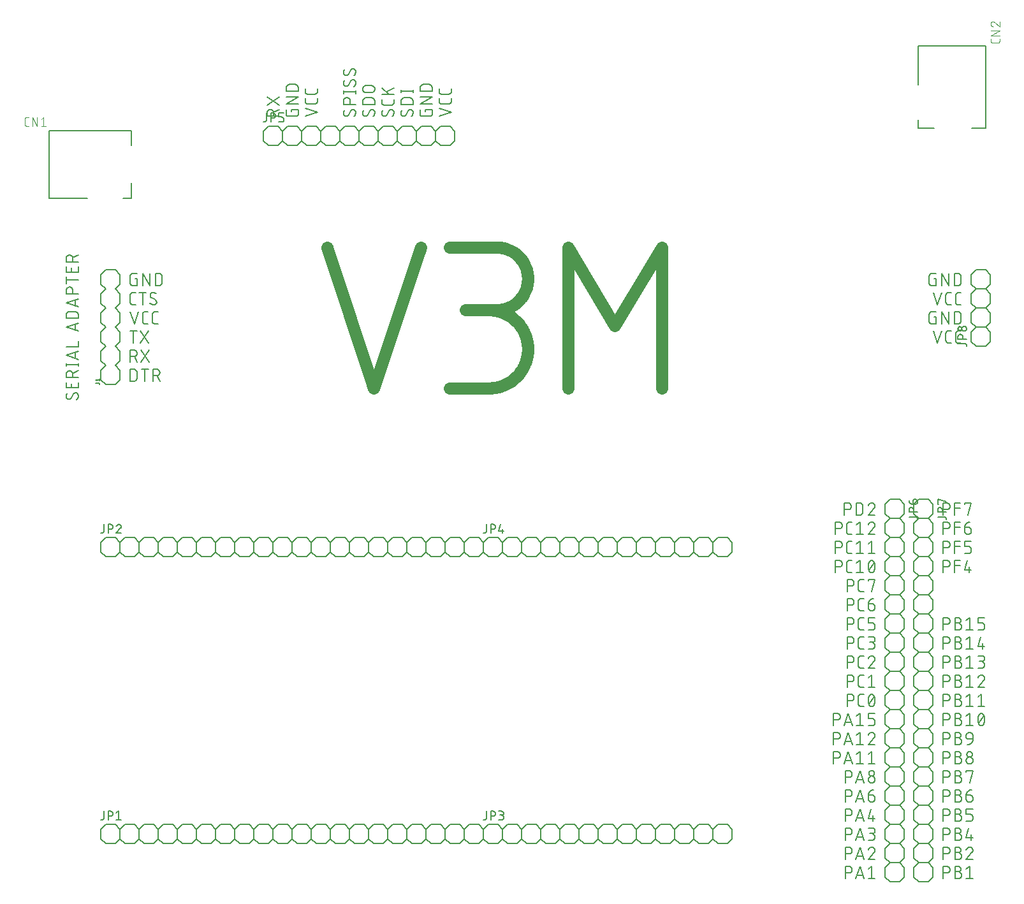
<source format=gbr>
G04 EAGLE Gerber X2 export*
%TF.Part,Single*%
%TF.FileFunction,Legend,Top,1*%
%TF.FilePolarity,Positive*%
%TF.GenerationSoftware,Autodesk,EAGLE,8.7.1*%
%TF.CreationDate,2018-04-16T21:52:04Z*%
G75*
%MOMM*%
%FSLAX34Y34*%
%LPD*%
%AMOC8*
5,1,8,0,0,1.08239X$1,22.5*%
G01*
%ADD10C,0.152400*%
%ADD11C,1.625600*%
%ADD12C,0.203200*%
%ADD13C,0.101600*%
%ADD14C,0.127000*%


D10*
X1168992Y782828D02*
X1174411Y766572D01*
X1179830Y782828D01*
X1189100Y766572D02*
X1192712Y766572D01*
X1189100Y766572D02*
X1188982Y766574D01*
X1188864Y766580D01*
X1188746Y766589D01*
X1188629Y766603D01*
X1188512Y766620D01*
X1188395Y766641D01*
X1188280Y766666D01*
X1188165Y766695D01*
X1188051Y766728D01*
X1187939Y766764D01*
X1187828Y766804D01*
X1187718Y766847D01*
X1187609Y766894D01*
X1187502Y766944D01*
X1187397Y766999D01*
X1187294Y767056D01*
X1187193Y767117D01*
X1187093Y767181D01*
X1186996Y767248D01*
X1186901Y767318D01*
X1186809Y767392D01*
X1186718Y767468D01*
X1186631Y767548D01*
X1186546Y767630D01*
X1186464Y767715D01*
X1186384Y767802D01*
X1186308Y767893D01*
X1186234Y767985D01*
X1186164Y768080D01*
X1186097Y768177D01*
X1186033Y768277D01*
X1185972Y768378D01*
X1185915Y768481D01*
X1185860Y768586D01*
X1185810Y768693D01*
X1185763Y768802D01*
X1185720Y768912D01*
X1185680Y769023D01*
X1185644Y769135D01*
X1185611Y769249D01*
X1185582Y769364D01*
X1185557Y769479D01*
X1185536Y769596D01*
X1185519Y769713D01*
X1185505Y769830D01*
X1185496Y769948D01*
X1185490Y770066D01*
X1185488Y770184D01*
X1185487Y770184D02*
X1185487Y779216D01*
X1185488Y779216D02*
X1185490Y779334D01*
X1185496Y779452D01*
X1185505Y779570D01*
X1185519Y779687D01*
X1185536Y779804D01*
X1185557Y779921D01*
X1185582Y780036D01*
X1185611Y780151D01*
X1185644Y780265D01*
X1185680Y780377D01*
X1185720Y780488D01*
X1185763Y780598D01*
X1185810Y780707D01*
X1185860Y780814D01*
X1185914Y780919D01*
X1185972Y781022D01*
X1186033Y781123D01*
X1186097Y781223D01*
X1186164Y781320D01*
X1186234Y781415D01*
X1186308Y781507D01*
X1186384Y781598D01*
X1186464Y781685D01*
X1186546Y781770D01*
X1186631Y781852D01*
X1186718Y781932D01*
X1186809Y782008D01*
X1186901Y782082D01*
X1186996Y782152D01*
X1187093Y782219D01*
X1187193Y782283D01*
X1187294Y782344D01*
X1187397Y782401D01*
X1187502Y782455D01*
X1187609Y782506D01*
X1187718Y782553D01*
X1187828Y782596D01*
X1187939Y782636D01*
X1188051Y782672D01*
X1188165Y782705D01*
X1188280Y782734D01*
X1188395Y782759D01*
X1188512Y782780D01*
X1188629Y782797D01*
X1188746Y782811D01*
X1188864Y782820D01*
X1188982Y782826D01*
X1189100Y782828D01*
X1192712Y782828D01*
X1202126Y766572D02*
X1205738Y766572D01*
X1202126Y766572D02*
X1202008Y766574D01*
X1201890Y766580D01*
X1201772Y766589D01*
X1201655Y766603D01*
X1201538Y766620D01*
X1201421Y766641D01*
X1201306Y766666D01*
X1201191Y766695D01*
X1201077Y766728D01*
X1200965Y766764D01*
X1200854Y766804D01*
X1200744Y766847D01*
X1200635Y766894D01*
X1200528Y766944D01*
X1200423Y766999D01*
X1200320Y767056D01*
X1200219Y767117D01*
X1200119Y767181D01*
X1200022Y767248D01*
X1199927Y767318D01*
X1199835Y767392D01*
X1199744Y767468D01*
X1199657Y767548D01*
X1199572Y767630D01*
X1199490Y767715D01*
X1199410Y767802D01*
X1199334Y767893D01*
X1199260Y767985D01*
X1199190Y768080D01*
X1199123Y768177D01*
X1199059Y768277D01*
X1198998Y768378D01*
X1198941Y768481D01*
X1198886Y768586D01*
X1198836Y768693D01*
X1198789Y768802D01*
X1198746Y768912D01*
X1198706Y769023D01*
X1198670Y769135D01*
X1198637Y769249D01*
X1198608Y769364D01*
X1198583Y769479D01*
X1198562Y769596D01*
X1198545Y769713D01*
X1198531Y769830D01*
X1198522Y769948D01*
X1198516Y770066D01*
X1198514Y770184D01*
X1198513Y770184D02*
X1198513Y779216D01*
X1198514Y779216D02*
X1198516Y779334D01*
X1198522Y779452D01*
X1198531Y779570D01*
X1198545Y779687D01*
X1198562Y779804D01*
X1198583Y779921D01*
X1198608Y780036D01*
X1198637Y780151D01*
X1198670Y780265D01*
X1198706Y780377D01*
X1198746Y780488D01*
X1198789Y780598D01*
X1198836Y780707D01*
X1198886Y780814D01*
X1198940Y780919D01*
X1198998Y781022D01*
X1199059Y781123D01*
X1199123Y781223D01*
X1199190Y781320D01*
X1199260Y781415D01*
X1199334Y781507D01*
X1199410Y781598D01*
X1199490Y781685D01*
X1199572Y781770D01*
X1199657Y781852D01*
X1199744Y781932D01*
X1199835Y782008D01*
X1199927Y782082D01*
X1200022Y782152D01*
X1200119Y782219D01*
X1200219Y782283D01*
X1200320Y782344D01*
X1200423Y782401D01*
X1200528Y782455D01*
X1200635Y782506D01*
X1200744Y782553D01*
X1200854Y782596D01*
X1200965Y782636D01*
X1201077Y782672D01*
X1201191Y782705D01*
X1201306Y782734D01*
X1201421Y782759D01*
X1201538Y782780D01*
X1201655Y782797D01*
X1201772Y782811D01*
X1201890Y782820D01*
X1202008Y782826D01*
X1202126Y782828D01*
X1205738Y782828D01*
X1174411Y817372D02*
X1168992Y833628D01*
X1179830Y833628D02*
X1174411Y817372D01*
X1189100Y817372D02*
X1192712Y817372D01*
X1189100Y817372D02*
X1188982Y817374D01*
X1188864Y817380D01*
X1188746Y817389D01*
X1188629Y817403D01*
X1188512Y817420D01*
X1188395Y817441D01*
X1188280Y817466D01*
X1188165Y817495D01*
X1188051Y817528D01*
X1187939Y817564D01*
X1187828Y817604D01*
X1187718Y817647D01*
X1187609Y817694D01*
X1187502Y817744D01*
X1187397Y817799D01*
X1187294Y817856D01*
X1187193Y817917D01*
X1187093Y817981D01*
X1186996Y818048D01*
X1186901Y818118D01*
X1186809Y818192D01*
X1186718Y818268D01*
X1186631Y818348D01*
X1186546Y818430D01*
X1186464Y818515D01*
X1186384Y818602D01*
X1186308Y818693D01*
X1186234Y818785D01*
X1186164Y818880D01*
X1186097Y818977D01*
X1186033Y819077D01*
X1185972Y819178D01*
X1185915Y819281D01*
X1185860Y819386D01*
X1185810Y819493D01*
X1185763Y819602D01*
X1185720Y819712D01*
X1185680Y819823D01*
X1185644Y819935D01*
X1185611Y820049D01*
X1185582Y820164D01*
X1185557Y820279D01*
X1185536Y820396D01*
X1185519Y820513D01*
X1185505Y820630D01*
X1185496Y820748D01*
X1185490Y820866D01*
X1185488Y820984D01*
X1185487Y820984D02*
X1185487Y830016D01*
X1185488Y830016D02*
X1185490Y830134D01*
X1185496Y830252D01*
X1185505Y830370D01*
X1185519Y830487D01*
X1185536Y830604D01*
X1185557Y830721D01*
X1185582Y830836D01*
X1185611Y830951D01*
X1185644Y831065D01*
X1185680Y831177D01*
X1185720Y831288D01*
X1185763Y831398D01*
X1185810Y831507D01*
X1185860Y831614D01*
X1185914Y831719D01*
X1185972Y831822D01*
X1186033Y831923D01*
X1186097Y832023D01*
X1186164Y832120D01*
X1186234Y832215D01*
X1186308Y832307D01*
X1186384Y832398D01*
X1186464Y832485D01*
X1186546Y832570D01*
X1186631Y832652D01*
X1186718Y832732D01*
X1186809Y832808D01*
X1186901Y832882D01*
X1186996Y832952D01*
X1187093Y833019D01*
X1187193Y833083D01*
X1187294Y833144D01*
X1187397Y833201D01*
X1187502Y833255D01*
X1187609Y833306D01*
X1187718Y833353D01*
X1187828Y833396D01*
X1187939Y833436D01*
X1188051Y833472D01*
X1188165Y833505D01*
X1188280Y833534D01*
X1188395Y833559D01*
X1188512Y833580D01*
X1188629Y833597D01*
X1188746Y833611D01*
X1188864Y833620D01*
X1188982Y833626D01*
X1189100Y833628D01*
X1192712Y833628D01*
X1202126Y817372D02*
X1205738Y817372D01*
X1202126Y817372D02*
X1202008Y817374D01*
X1201890Y817380D01*
X1201772Y817389D01*
X1201655Y817403D01*
X1201538Y817420D01*
X1201421Y817441D01*
X1201306Y817466D01*
X1201191Y817495D01*
X1201077Y817528D01*
X1200965Y817564D01*
X1200854Y817604D01*
X1200744Y817647D01*
X1200635Y817694D01*
X1200528Y817744D01*
X1200423Y817799D01*
X1200320Y817856D01*
X1200219Y817917D01*
X1200119Y817981D01*
X1200022Y818048D01*
X1199927Y818118D01*
X1199835Y818192D01*
X1199744Y818268D01*
X1199657Y818348D01*
X1199572Y818430D01*
X1199490Y818515D01*
X1199410Y818602D01*
X1199334Y818693D01*
X1199260Y818785D01*
X1199190Y818880D01*
X1199123Y818977D01*
X1199059Y819077D01*
X1198998Y819178D01*
X1198941Y819281D01*
X1198886Y819386D01*
X1198836Y819493D01*
X1198789Y819602D01*
X1198746Y819712D01*
X1198706Y819823D01*
X1198670Y819935D01*
X1198637Y820049D01*
X1198608Y820164D01*
X1198583Y820279D01*
X1198562Y820396D01*
X1198545Y820513D01*
X1198531Y820630D01*
X1198522Y820748D01*
X1198516Y820866D01*
X1198514Y820984D01*
X1198513Y820984D02*
X1198513Y830016D01*
X1198514Y830016D02*
X1198516Y830134D01*
X1198522Y830252D01*
X1198531Y830370D01*
X1198545Y830487D01*
X1198562Y830604D01*
X1198583Y830721D01*
X1198608Y830836D01*
X1198637Y830951D01*
X1198670Y831065D01*
X1198706Y831177D01*
X1198746Y831288D01*
X1198789Y831398D01*
X1198836Y831507D01*
X1198886Y831614D01*
X1198940Y831719D01*
X1198998Y831822D01*
X1199059Y831923D01*
X1199123Y832023D01*
X1199190Y832120D01*
X1199260Y832215D01*
X1199334Y832307D01*
X1199410Y832398D01*
X1199490Y832485D01*
X1199572Y832570D01*
X1199657Y832652D01*
X1199744Y832732D01*
X1199835Y832808D01*
X1199927Y832882D01*
X1200022Y832952D01*
X1200119Y833019D01*
X1200219Y833083D01*
X1200320Y833144D01*
X1200423Y833201D01*
X1200528Y833255D01*
X1200635Y833306D01*
X1200744Y833353D01*
X1200854Y833396D01*
X1200965Y833436D01*
X1201077Y833472D01*
X1201191Y833505D01*
X1201306Y833534D01*
X1201421Y833559D01*
X1201538Y833580D01*
X1201655Y833597D01*
X1201772Y833611D01*
X1201890Y833620D01*
X1202008Y833626D01*
X1202126Y833628D01*
X1205738Y833628D01*
X1172391Y801003D02*
X1169682Y801003D01*
X1172391Y801003D02*
X1172391Y791972D01*
X1166973Y791972D01*
X1166855Y791974D01*
X1166737Y791980D01*
X1166619Y791989D01*
X1166502Y792003D01*
X1166385Y792020D01*
X1166268Y792041D01*
X1166153Y792066D01*
X1166038Y792095D01*
X1165924Y792128D01*
X1165812Y792164D01*
X1165701Y792204D01*
X1165591Y792247D01*
X1165482Y792294D01*
X1165375Y792344D01*
X1165270Y792399D01*
X1165167Y792456D01*
X1165066Y792517D01*
X1164966Y792581D01*
X1164869Y792648D01*
X1164774Y792718D01*
X1164682Y792792D01*
X1164591Y792868D01*
X1164504Y792948D01*
X1164419Y793030D01*
X1164337Y793115D01*
X1164257Y793202D01*
X1164181Y793293D01*
X1164107Y793385D01*
X1164037Y793480D01*
X1163970Y793577D01*
X1163906Y793677D01*
X1163845Y793778D01*
X1163788Y793881D01*
X1163733Y793986D01*
X1163683Y794093D01*
X1163636Y794202D01*
X1163593Y794312D01*
X1163553Y794423D01*
X1163517Y794535D01*
X1163484Y794649D01*
X1163455Y794764D01*
X1163430Y794879D01*
X1163409Y794996D01*
X1163392Y795113D01*
X1163378Y795230D01*
X1163369Y795348D01*
X1163363Y795466D01*
X1163361Y795584D01*
X1163360Y795584D02*
X1163360Y804616D01*
X1163361Y804616D02*
X1163363Y804734D01*
X1163369Y804852D01*
X1163378Y804970D01*
X1163392Y805087D01*
X1163409Y805204D01*
X1163430Y805321D01*
X1163455Y805436D01*
X1163484Y805551D01*
X1163517Y805665D01*
X1163553Y805777D01*
X1163593Y805888D01*
X1163636Y805998D01*
X1163683Y806107D01*
X1163733Y806214D01*
X1163787Y806319D01*
X1163845Y806422D01*
X1163906Y806523D01*
X1163970Y806623D01*
X1164037Y806720D01*
X1164107Y806815D01*
X1164181Y806907D01*
X1164257Y806998D01*
X1164337Y807085D01*
X1164419Y807170D01*
X1164504Y807252D01*
X1164591Y807332D01*
X1164682Y807408D01*
X1164774Y807482D01*
X1164869Y807552D01*
X1164966Y807619D01*
X1165066Y807683D01*
X1165167Y807744D01*
X1165270Y807801D01*
X1165375Y807855D01*
X1165482Y807906D01*
X1165591Y807953D01*
X1165701Y807996D01*
X1165812Y808036D01*
X1165924Y808072D01*
X1166038Y808105D01*
X1166153Y808134D01*
X1166268Y808159D01*
X1166385Y808180D01*
X1166502Y808197D01*
X1166619Y808211D01*
X1166737Y808220D01*
X1166855Y808226D01*
X1166973Y808228D01*
X1172391Y808228D01*
X1180034Y808228D02*
X1180034Y791972D01*
X1189065Y791972D02*
X1180034Y808228D01*
X1189065Y808228D02*
X1189065Y791972D01*
X1196707Y791972D02*
X1196707Y808228D01*
X1201222Y808228D01*
X1201353Y808226D01*
X1201485Y808220D01*
X1201616Y808211D01*
X1201746Y808197D01*
X1201877Y808180D01*
X1202006Y808159D01*
X1202135Y808135D01*
X1202263Y808106D01*
X1202391Y808074D01*
X1202517Y808038D01*
X1202642Y807999D01*
X1202767Y807956D01*
X1202889Y807909D01*
X1203011Y807859D01*
X1203131Y807805D01*
X1203249Y807748D01*
X1203365Y807687D01*
X1203480Y807623D01*
X1203593Y807556D01*
X1203704Y807485D01*
X1203812Y807411D01*
X1203919Y807334D01*
X1204023Y807254D01*
X1204125Y807171D01*
X1204224Y807086D01*
X1204321Y806997D01*
X1204415Y806905D01*
X1204507Y806811D01*
X1204596Y806714D01*
X1204681Y806615D01*
X1204764Y806513D01*
X1204844Y806409D01*
X1204921Y806302D01*
X1204995Y806194D01*
X1205066Y806083D01*
X1205133Y805970D01*
X1205197Y805855D01*
X1205258Y805739D01*
X1205315Y805621D01*
X1205369Y805501D01*
X1205419Y805379D01*
X1205466Y805257D01*
X1205509Y805132D01*
X1205548Y805007D01*
X1205584Y804881D01*
X1205616Y804753D01*
X1205645Y804625D01*
X1205669Y804496D01*
X1205690Y804367D01*
X1205707Y804236D01*
X1205721Y804106D01*
X1205730Y803975D01*
X1205736Y803843D01*
X1205738Y803712D01*
X1205738Y796488D01*
X1205736Y796357D01*
X1205730Y796225D01*
X1205721Y796094D01*
X1205707Y795964D01*
X1205690Y795833D01*
X1205669Y795704D01*
X1205645Y795575D01*
X1205616Y795447D01*
X1205584Y795319D01*
X1205548Y795193D01*
X1205509Y795068D01*
X1205466Y794943D01*
X1205419Y794821D01*
X1205369Y794699D01*
X1205315Y794579D01*
X1205258Y794461D01*
X1205197Y794345D01*
X1205133Y794230D01*
X1205066Y794117D01*
X1204995Y794006D01*
X1204921Y793898D01*
X1204844Y793791D01*
X1204764Y793687D01*
X1204681Y793585D01*
X1204596Y793486D01*
X1204507Y793389D01*
X1204415Y793295D01*
X1204321Y793203D01*
X1204224Y793114D01*
X1204125Y793029D01*
X1204023Y792946D01*
X1203919Y792866D01*
X1203812Y792789D01*
X1203704Y792715D01*
X1203593Y792644D01*
X1203480Y792577D01*
X1203365Y792513D01*
X1203249Y792452D01*
X1203131Y792395D01*
X1203011Y792341D01*
X1202889Y792291D01*
X1202767Y792244D01*
X1202642Y792201D01*
X1202517Y792162D01*
X1202391Y792126D01*
X1202263Y792094D01*
X1202135Y792065D01*
X1202006Y792041D01*
X1201876Y792020D01*
X1201746Y792003D01*
X1201616Y791989D01*
X1201485Y791980D01*
X1201353Y791974D01*
X1201222Y791972D01*
X1196707Y791972D01*
X1172391Y851803D02*
X1169682Y851803D01*
X1172391Y851803D02*
X1172391Y842772D01*
X1166973Y842772D01*
X1166855Y842774D01*
X1166737Y842780D01*
X1166619Y842789D01*
X1166502Y842803D01*
X1166385Y842820D01*
X1166268Y842841D01*
X1166153Y842866D01*
X1166038Y842895D01*
X1165924Y842928D01*
X1165812Y842964D01*
X1165701Y843004D01*
X1165591Y843047D01*
X1165482Y843094D01*
X1165375Y843144D01*
X1165270Y843199D01*
X1165167Y843256D01*
X1165066Y843317D01*
X1164966Y843381D01*
X1164869Y843448D01*
X1164774Y843518D01*
X1164682Y843592D01*
X1164591Y843668D01*
X1164504Y843748D01*
X1164419Y843830D01*
X1164337Y843915D01*
X1164257Y844002D01*
X1164181Y844093D01*
X1164107Y844185D01*
X1164037Y844280D01*
X1163970Y844377D01*
X1163906Y844477D01*
X1163845Y844578D01*
X1163788Y844681D01*
X1163733Y844786D01*
X1163683Y844893D01*
X1163636Y845002D01*
X1163593Y845112D01*
X1163553Y845223D01*
X1163517Y845335D01*
X1163484Y845449D01*
X1163455Y845564D01*
X1163430Y845679D01*
X1163409Y845796D01*
X1163392Y845913D01*
X1163378Y846030D01*
X1163369Y846148D01*
X1163363Y846266D01*
X1163361Y846384D01*
X1163360Y846384D02*
X1163360Y855416D01*
X1163361Y855416D02*
X1163363Y855534D01*
X1163369Y855652D01*
X1163378Y855770D01*
X1163392Y855887D01*
X1163409Y856004D01*
X1163430Y856121D01*
X1163455Y856236D01*
X1163484Y856351D01*
X1163517Y856465D01*
X1163553Y856577D01*
X1163593Y856688D01*
X1163636Y856798D01*
X1163683Y856907D01*
X1163733Y857014D01*
X1163787Y857119D01*
X1163845Y857222D01*
X1163906Y857323D01*
X1163970Y857423D01*
X1164037Y857520D01*
X1164107Y857615D01*
X1164181Y857707D01*
X1164257Y857798D01*
X1164337Y857885D01*
X1164419Y857970D01*
X1164504Y858052D01*
X1164591Y858132D01*
X1164682Y858208D01*
X1164774Y858282D01*
X1164869Y858352D01*
X1164966Y858419D01*
X1165066Y858483D01*
X1165167Y858544D01*
X1165270Y858601D01*
X1165375Y858655D01*
X1165482Y858706D01*
X1165591Y858753D01*
X1165701Y858796D01*
X1165812Y858836D01*
X1165924Y858872D01*
X1166038Y858905D01*
X1166153Y858934D01*
X1166268Y858959D01*
X1166385Y858980D01*
X1166502Y858997D01*
X1166619Y859011D01*
X1166737Y859020D01*
X1166855Y859026D01*
X1166973Y859028D01*
X1172391Y859028D01*
X1180034Y859028D02*
X1180034Y842772D01*
X1189065Y842772D02*
X1180034Y859028D01*
X1189065Y859028D02*
X1189065Y842772D01*
X1196707Y842772D02*
X1196707Y859028D01*
X1201222Y859028D01*
X1201353Y859026D01*
X1201485Y859020D01*
X1201616Y859011D01*
X1201746Y858997D01*
X1201877Y858980D01*
X1202006Y858959D01*
X1202135Y858935D01*
X1202263Y858906D01*
X1202391Y858874D01*
X1202517Y858838D01*
X1202642Y858799D01*
X1202767Y858756D01*
X1202889Y858709D01*
X1203011Y858659D01*
X1203131Y858605D01*
X1203249Y858548D01*
X1203365Y858487D01*
X1203480Y858423D01*
X1203593Y858356D01*
X1203704Y858285D01*
X1203812Y858211D01*
X1203919Y858134D01*
X1204023Y858054D01*
X1204125Y857971D01*
X1204224Y857886D01*
X1204321Y857797D01*
X1204415Y857705D01*
X1204507Y857611D01*
X1204596Y857514D01*
X1204681Y857415D01*
X1204764Y857313D01*
X1204844Y857209D01*
X1204921Y857102D01*
X1204995Y856994D01*
X1205066Y856883D01*
X1205133Y856770D01*
X1205197Y856655D01*
X1205258Y856539D01*
X1205315Y856421D01*
X1205369Y856301D01*
X1205419Y856179D01*
X1205466Y856057D01*
X1205509Y855932D01*
X1205548Y855807D01*
X1205584Y855681D01*
X1205616Y855553D01*
X1205645Y855425D01*
X1205669Y855296D01*
X1205690Y855167D01*
X1205707Y855036D01*
X1205721Y854906D01*
X1205730Y854775D01*
X1205736Y854643D01*
X1205738Y854512D01*
X1205738Y847288D01*
X1205736Y847157D01*
X1205730Y847025D01*
X1205721Y846894D01*
X1205707Y846764D01*
X1205690Y846633D01*
X1205669Y846504D01*
X1205645Y846375D01*
X1205616Y846247D01*
X1205584Y846119D01*
X1205548Y845993D01*
X1205509Y845868D01*
X1205466Y845743D01*
X1205419Y845621D01*
X1205369Y845499D01*
X1205315Y845379D01*
X1205258Y845261D01*
X1205197Y845145D01*
X1205133Y845030D01*
X1205066Y844917D01*
X1204995Y844806D01*
X1204921Y844698D01*
X1204844Y844591D01*
X1204764Y844487D01*
X1204681Y844385D01*
X1204596Y844286D01*
X1204507Y844189D01*
X1204415Y844095D01*
X1204321Y844003D01*
X1204224Y843914D01*
X1204125Y843829D01*
X1204023Y843746D01*
X1203919Y843666D01*
X1203812Y843589D01*
X1203704Y843515D01*
X1203593Y843444D01*
X1203480Y843377D01*
X1203365Y843313D01*
X1203249Y843252D01*
X1203131Y843195D01*
X1203011Y843141D01*
X1202889Y843091D01*
X1202767Y843044D01*
X1202642Y843001D01*
X1202517Y842962D01*
X1202391Y842926D01*
X1202263Y842894D01*
X1202135Y842865D01*
X1202006Y842841D01*
X1201876Y842820D01*
X1201746Y842803D01*
X1201616Y842789D01*
X1201485Y842780D01*
X1201353Y842774D01*
X1201222Y842772D01*
X1196707Y842772D01*
X111393Y851803D02*
X108684Y851803D01*
X111393Y851803D02*
X111393Y842772D01*
X105974Y842772D01*
X105856Y842774D01*
X105738Y842780D01*
X105620Y842789D01*
X105503Y842803D01*
X105386Y842820D01*
X105269Y842841D01*
X105154Y842866D01*
X105039Y842895D01*
X104925Y842928D01*
X104813Y842964D01*
X104702Y843004D01*
X104592Y843047D01*
X104483Y843094D01*
X104376Y843144D01*
X104271Y843199D01*
X104168Y843256D01*
X104067Y843317D01*
X103967Y843381D01*
X103870Y843448D01*
X103775Y843518D01*
X103683Y843592D01*
X103592Y843668D01*
X103505Y843748D01*
X103420Y843830D01*
X103338Y843915D01*
X103258Y844002D01*
X103182Y844093D01*
X103108Y844185D01*
X103038Y844280D01*
X102971Y844377D01*
X102907Y844477D01*
X102846Y844578D01*
X102789Y844681D01*
X102734Y844786D01*
X102684Y844893D01*
X102637Y845002D01*
X102594Y845112D01*
X102554Y845223D01*
X102518Y845335D01*
X102485Y845449D01*
X102456Y845564D01*
X102431Y845679D01*
X102410Y845796D01*
X102393Y845913D01*
X102379Y846030D01*
X102370Y846148D01*
X102364Y846266D01*
X102362Y846384D01*
X102362Y855416D01*
X102364Y855534D01*
X102370Y855652D01*
X102379Y855770D01*
X102393Y855887D01*
X102410Y856004D01*
X102431Y856121D01*
X102456Y856236D01*
X102485Y856351D01*
X102518Y856465D01*
X102554Y856577D01*
X102594Y856688D01*
X102637Y856798D01*
X102684Y856907D01*
X102734Y857014D01*
X102788Y857119D01*
X102846Y857222D01*
X102907Y857323D01*
X102971Y857423D01*
X103038Y857520D01*
X103108Y857615D01*
X103182Y857707D01*
X103258Y857798D01*
X103338Y857885D01*
X103420Y857970D01*
X103505Y858052D01*
X103592Y858132D01*
X103683Y858208D01*
X103775Y858282D01*
X103870Y858352D01*
X103967Y858419D01*
X104067Y858483D01*
X104168Y858544D01*
X104271Y858601D01*
X104376Y858655D01*
X104483Y858706D01*
X104592Y858753D01*
X104702Y858796D01*
X104813Y858836D01*
X104925Y858872D01*
X105039Y858905D01*
X105154Y858934D01*
X105269Y858959D01*
X105386Y858980D01*
X105503Y858997D01*
X105620Y859011D01*
X105738Y859020D01*
X105856Y859026D01*
X105974Y859028D01*
X111393Y859028D01*
X119035Y859028D02*
X119035Y842772D01*
X128066Y842772D02*
X119035Y859028D01*
X128066Y859028D02*
X128066Y842772D01*
X135709Y842772D02*
X135709Y859028D01*
X140224Y859028D01*
X140355Y859026D01*
X140487Y859020D01*
X140618Y859011D01*
X140748Y858997D01*
X140879Y858980D01*
X141008Y858959D01*
X141137Y858935D01*
X141265Y858906D01*
X141393Y858874D01*
X141519Y858838D01*
X141644Y858799D01*
X141769Y858756D01*
X141891Y858709D01*
X142013Y858659D01*
X142133Y858605D01*
X142251Y858548D01*
X142367Y858487D01*
X142482Y858423D01*
X142595Y858356D01*
X142706Y858285D01*
X142814Y858211D01*
X142921Y858134D01*
X143025Y858054D01*
X143127Y857971D01*
X143226Y857886D01*
X143323Y857797D01*
X143417Y857705D01*
X143509Y857611D01*
X143598Y857514D01*
X143683Y857415D01*
X143766Y857313D01*
X143846Y857209D01*
X143923Y857102D01*
X143997Y856994D01*
X144068Y856883D01*
X144135Y856770D01*
X144199Y856655D01*
X144260Y856539D01*
X144317Y856421D01*
X144371Y856301D01*
X144421Y856179D01*
X144468Y856057D01*
X144511Y855932D01*
X144550Y855807D01*
X144586Y855681D01*
X144618Y855553D01*
X144647Y855425D01*
X144671Y855296D01*
X144692Y855167D01*
X144709Y855036D01*
X144723Y854906D01*
X144732Y854775D01*
X144738Y854643D01*
X144740Y854512D01*
X144740Y847288D01*
X144738Y847157D01*
X144732Y847025D01*
X144723Y846894D01*
X144709Y846764D01*
X144692Y846633D01*
X144671Y846504D01*
X144647Y846375D01*
X144618Y846247D01*
X144586Y846119D01*
X144550Y845993D01*
X144511Y845868D01*
X144468Y845743D01*
X144421Y845621D01*
X144371Y845499D01*
X144317Y845379D01*
X144260Y845261D01*
X144199Y845145D01*
X144135Y845030D01*
X144068Y844917D01*
X143997Y844806D01*
X143923Y844698D01*
X143846Y844591D01*
X143766Y844487D01*
X143683Y844385D01*
X143598Y844286D01*
X143509Y844189D01*
X143417Y844095D01*
X143323Y844003D01*
X143226Y843914D01*
X143127Y843829D01*
X143025Y843746D01*
X142921Y843666D01*
X142814Y843589D01*
X142706Y843515D01*
X142595Y843444D01*
X142482Y843377D01*
X142367Y843313D01*
X142251Y843252D01*
X142133Y843195D01*
X142013Y843141D01*
X141891Y843091D01*
X141769Y843044D01*
X141644Y843001D01*
X141519Y842962D01*
X141393Y842926D01*
X141265Y842894D01*
X141137Y842865D01*
X141008Y842841D01*
X140878Y842820D01*
X140748Y842803D01*
X140618Y842789D01*
X140487Y842780D01*
X140355Y842774D01*
X140224Y842772D01*
X135709Y842772D01*
X109587Y817372D02*
X105974Y817372D01*
X105856Y817374D01*
X105738Y817380D01*
X105620Y817389D01*
X105503Y817403D01*
X105386Y817420D01*
X105269Y817441D01*
X105154Y817466D01*
X105039Y817495D01*
X104925Y817528D01*
X104813Y817564D01*
X104702Y817604D01*
X104592Y817647D01*
X104483Y817694D01*
X104376Y817744D01*
X104271Y817799D01*
X104168Y817856D01*
X104067Y817917D01*
X103967Y817981D01*
X103870Y818048D01*
X103775Y818118D01*
X103683Y818192D01*
X103592Y818268D01*
X103505Y818348D01*
X103420Y818430D01*
X103338Y818515D01*
X103258Y818602D01*
X103182Y818693D01*
X103108Y818785D01*
X103038Y818880D01*
X102971Y818977D01*
X102907Y819077D01*
X102846Y819178D01*
X102789Y819281D01*
X102734Y819386D01*
X102684Y819493D01*
X102637Y819602D01*
X102594Y819712D01*
X102554Y819823D01*
X102518Y819935D01*
X102485Y820049D01*
X102456Y820164D01*
X102431Y820279D01*
X102410Y820396D01*
X102393Y820513D01*
X102379Y820630D01*
X102370Y820748D01*
X102364Y820866D01*
X102362Y820984D01*
X102362Y830016D01*
X102364Y830134D01*
X102370Y830252D01*
X102379Y830370D01*
X102393Y830487D01*
X102410Y830604D01*
X102431Y830721D01*
X102456Y830836D01*
X102485Y830951D01*
X102518Y831065D01*
X102554Y831177D01*
X102594Y831288D01*
X102637Y831398D01*
X102684Y831507D01*
X102734Y831614D01*
X102788Y831719D01*
X102846Y831822D01*
X102907Y831923D01*
X102971Y832023D01*
X103038Y832120D01*
X103108Y832215D01*
X103182Y832307D01*
X103258Y832398D01*
X103338Y832485D01*
X103420Y832570D01*
X103505Y832652D01*
X103592Y832732D01*
X103683Y832808D01*
X103775Y832882D01*
X103870Y832952D01*
X103967Y833019D01*
X104067Y833083D01*
X104168Y833144D01*
X104271Y833201D01*
X104376Y833255D01*
X104483Y833306D01*
X104592Y833353D01*
X104702Y833396D01*
X104813Y833436D01*
X104925Y833472D01*
X105039Y833505D01*
X105154Y833534D01*
X105269Y833559D01*
X105386Y833580D01*
X105503Y833597D01*
X105620Y833611D01*
X105738Y833620D01*
X105856Y833626D01*
X105974Y833628D01*
X109587Y833628D01*
X118901Y833628D02*
X118901Y817372D01*
X114385Y833628D02*
X123417Y833628D01*
X137484Y820984D02*
X137482Y820866D01*
X137476Y820748D01*
X137467Y820630D01*
X137453Y820513D01*
X137436Y820396D01*
X137415Y820279D01*
X137390Y820164D01*
X137361Y820049D01*
X137328Y819935D01*
X137292Y819823D01*
X137252Y819712D01*
X137209Y819602D01*
X137162Y819493D01*
X137112Y819386D01*
X137057Y819281D01*
X137000Y819178D01*
X136939Y819077D01*
X136875Y818977D01*
X136808Y818880D01*
X136738Y818785D01*
X136664Y818693D01*
X136588Y818602D01*
X136508Y818515D01*
X136426Y818430D01*
X136341Y818348D01*
X136254Y818268D01*
X136163Y818192D01*
X136071Y818118D01*
X135976Y818048D01*
X135879Y817981D01*
X135779Y817917D01*
X135678Y817856D01*
X135575Y817799D01*
X135470Y817744D01*
X135363Y817694D01*
X135254Y817647D01*
X135144Y817604D01*
X135033Y817564D01*
X134921Y817528D01*
X134807Y817495D01*
X134692Y817466D01*
X134577Y817441D01*
X134460Y817420D01*
X134343Y817403D01*
X134226Y817389D01*
X134108Y817380D01*
X133990Y817374D01*
X133872Y817372D01*
X133689Y817374D01*
X133507Y817381D01*
X133325Y817392D01*
X133143Y817407D01*
X132961Y817427D01*
X132780Y817450D01*
X132600Y817479D01*
X132420Y817511D01*
X132241Y817548D01*
X132064Y817589D01*
X131887Y817635D01*
X131711Y817684D01*
X131537Y817738D01*
X131363Y817796D01*
X131192Y817858D01*
X131022Y817924D01*
X130853Y817995D01*
X130686Y818069D01*
X130521Y818147D01*
X130358Y818229D01*
X130197Y818315D01*
X130038Y818405D01*
X129881Y818499D01*
X129727Y818596D01*
X129575Y818697D01*
X129425Y818802D01*
X129278Y818910D01*
X129134Y819021D01*
X128992Y819136D01*
X128853Y819255D01*
X128717Y819377D01*
X128584Y819502D01*
X128454Y819630D01*
X128906Y830016D02*
X128908Y830134D01*
X128914Y830252D01*
X128923Y830370D01*
X128937Y830487D01*
X128954Y830604D01*
X128975Y830721D01*
X129000Y830836D01*
X129029Y830951D01*
X129062Y831065D01*
X129098Y831177D01*
X129138Y831288D01*
X129181Y831398D01*
X129228Y831507D01*
X129278Y831614D01*
X129333Y831719D01*
X129390Y831822D01*
X129451Y831923D01*
X129515Y832023D01*
X129582Y832120D01*
X129652Y832215D01*
X129726Y832307D01*
X129802Y832398D01*
X129882Y832485D01*
X129964Y832570D01*
X130049Y832652D01*
X130136Y832732D01*
X130227Y832808D01*
X130319Y832882D01*
X130414Y832952D01*
X130511Y833019D01*
X130611Y833083D01*
X130712Y833144D01*
X130815Y833202D01*
X130920Y833256D01*
X131027Y833306D01*
X131136Y833353D01*
X131246Y833397D01*
X131357Y833436D01*
X131470Y833472D01*
X131583Y833505D01*
X131698Y833534D01*
X131813Y833559D01*
X131930Y833580D01*
X132047Y833597D01*
X132164Y833611D01*
X132282Y833620D01*
X132400Y833626D01*
X132518Y833628D01*
X132679Y833626D01*
X132841Y833620D01*
X133002Y833611D01*
X133163Y833597D01*
X133323Y833580D01*
X133483Y833559D01*
X133643Y833534D01*
X133802Y833505D01*
X133960Y833473D01*
X134117Y833437D01*
X134273Y833397D01*
X134429Y833353D01*
X134583Y833305D01*
X134736Y833254D01*
X134888Y833200D01*
X135039Y833141D01*
X135188Y833080D01*
X135335Y833014D01*
X135481Y832945D01*
X135626Y832873D01*
X135768Y832797D01*
X135909Y832718D01*
X136048Y832636D01*
X136184Y832550D01*
X136319Y832461D01*
X136452Y832369D01*
X136582Y832273D01*
X130711Y826855D02*
X130610Y826917D01*
X130510Y826982D01*
X130413Y827051D01*
X130318Y827123D01*
X130225Y827197D01*
X130135Y827275D01*
X130047Y827356D01*
X129962Y827439D01*
X129880Y827525D01*
X129801Y827614D01*
X129724Y827705D01*
X129651Y827799D01*
X129580Y827895D01*
X129513Y827993D01*
X129449Y828093D01*
X129388Y828196D01*
X129331Y828300D01*
X129277Y828406D01*
X129227Y828514D01*
X129180Y828623D01*
X129136Y828734D01*
X129096Y828846D01*
X129060Y828960D01*
X129028Y829074D01*
X128999Y829190D01*
X128974Y829306D01*
X128953Y829423D01*
X128936Y829541D01*
X128922Y829659D01*
X128913Y829778D01*
X128907Y829897D01*
X128905Y830016D01*
X135679Y824145D02*
X135780Y824083D01*
X135880Y824018D01*
X135977Y823949D01*
X136072Y823877D01*
X136165Y823803D01*
X136255Y823725D01*
X136343Y823644D01*
X136428Y823561D01*
X136510Y823475D01*
X136589Y823386D01*
X136666Y823295D01*
X136739Y823201D01*
X136810Y823105D01*
X136877Y823007D01*
X136941Y822907D01*
X137002Y822804D01*
X137059Y822700D01*
X137113Y822594D01*
X137163Y822486D01*
X137210Y822377D01*
X137254Y822266D01*
X137294Y822154D01*
X137330Y822040D01*
X137362Y821926D01*
X137391Y821810D01*
X137416Y821694D01*
X137437Y821577D01*
X137454Y821459D01*
X137468Y821341D01*
X137477Y821222D01*
X137483Y821103D01*
X137485Y820984D01*
X135678Y824145D02*
X130711Y826855D01*
X102362Y808228D02*
X107781Y791972D01*
X113199Y808228D01*
X122469Y791972D02*
X126082Y791972D01*
X122469Y791972D02*
X122351Y791974D01*
X122233Y791980D01*
X122115Y791989D01*
X121998Y792003D01*
X121881Y792020D01*
X121764Y792041D01*
X121649Y792066D01*
X121534Y792095D01*
X121420Y792128D01*
X121308Y792164D01*
X121197Y792204D01*
X121087Y792247D01*
X120978Y792294D01*
X120871Y792344D01*
X120766Y792399D01*
X120663Y792456D01*
X120562Y792517D01*
X120462Y792581D01*
X120365Y792648D01*
X120270Y792718D01*
X120178Y792792D01*
X120087Y792868D01*
X120000Y792948D01*
X119915Y793030D01*
X119833Y793115D01*
X119753Y793202D01*
X119677Y793293D01*
X119603Y793385D01*
X119533Y793480D01*
X119466Y793577D01*
X119402Y793677D01*
X119341Y793778D01*
X119284Y793881D01*
X119229Y793986D01*
X119179Y794093D01*
X119132Y794202D01*
X119089Y794312D01*
X119049Y794423D01*
X119013Y794535D01*
X118980Y794649D01*
X118951Y794764D01*
X118926Y794879D01*
X118905Y794996D01*
X118888Y795113D01*
X118874Y795230D01*
X118865Y795348D01*
X118859Y795466D01*
X118857Y795584D01*
X118857Y804616D01*
X118859Y804734D01*
X118865Y804852D01*
X118874Y804970D01*
X118888Y805087D01*
X118905Y805204D01*
X118926Y805321D01*
X118951Y805436D01*
X118980Y805551D01*
X119013Y805665D01*
X119049Y805777D01*
X119089Y805888D01*
X119132Y805998D01*
X119179Y806107D01*
X119229Y806214D01*
X119283Y806319D01*
X119341Y806422D01*
X119402Y806523D01*
X119466Y806623D01*
X119533Y806720D01*
X119603Y806815D01*
X119677Y806907D01*
X119753Y806998D01*
X119833Y807085D01*
X119915Y807170D01*
X120000Y807252D01*
X120087Y807332D01*
X120178Y807408D01*
X120270Y807482D01*
X120365Y807552D01*
X120462Y807619D01*
X120562Y807683D01*
X120663Y807744D01*
X120766Y807801D01*
X120871Y807855D01*
X120978Y807906D01*
X121087Y807953D01*
X121197Y807996D01*
X121308Y808036D01*
X121420Y808072D01*
X121534Y808105D01*
X121649Y808134D01*
X121764Y808159D01*
X121881Y808180D01*
X121998Y808197D01*
X122115Y808211D01*
X122233Y808220D01*
X122351Y808226D01*
X122469Y808228D01*
X126082Y808228D01*
X135495Y791972D02*
X139108Y791972D01*
X135495Y791972D02*
X135377Y791974D01*
X135259Y791980D01*
X135141Y791989D01*
X135024Y792003D01*
X134907Y792020D01*
X134790Y792041D01*
X134675Y792066D01*
X134560Y792095D01*
X134446Y792128D01*
X134334Y792164D01*
X134223Y792204D01*
X134113Y792247D01*
X134004Y792294D01*
X133897Y792344D01*
X133792Y792399D01*
X133689Y792456D01*
X133588Y792517D01*
X133488Y792581D01*
X133391Y792648D01*
X133296Y792718D01*
X133204Y792792D01*
X133113Y792868D01*
X133026Y792948D01*
X132941Y793030D01*
X132859Y793115D01*
X132779Y793202D01*
X132703Y793293D01*
X132629Y793385D01*
X132559Y793480D01*
X132492Y793577D01*
X132428Y793677D01*
X132367Y793778D01*
X132310Y793881D01*
X132255Y793986D01*
X132205Y794093D01*
X132158Y794202D01*
X132115Y794312D01*
X132075Y794423D01*
X132039Y794535D01*
X132006Y794649D01*
X131977Y794764D01*
X131952Y794879D01*
X131931Y794996D01*
X131914Y795113D01*
X131900Y795230D01*
X131891Y795348D01*
X131885Y795466D01*
X131883Y795584D01*
X131883Y804616D01*
X131885Y804734D01*
X131891Y804852D01*
X131900Y804970D01*
X131914Y805087D01*
X131931Y805204D01*
X131952Y805321D01*
X131977Y805436D01*
X132006Y805551D01*
X132039Y805665D01*
X132075Y805777D01*
X132115Y805888D01*
X132158Y805998D01*
X132205Y806107D01*
X132255Y806214D01*
X132309Y806319D01*
X132367Y806422D01*
X132428Y806523D01*
X132492Y806623D01*
X132559Y806720D01*
X132629Y806815D01*
X132703Y806907D01*
X132779Y806998D01*
X132859Y807085D01*
X132941Y807170D01*
X133026Y807252D01*
X133113Y807332D01*
X133204Y807408D01*
X133296Y807482D01*
X133391Y807552D01*
X133488Y807619D01*
X133588Y807683D01*
X133689Y807744D01*
X133792Y807801D01*
X133897Y807855D01*
X134004Y807906D01*
X134113Y807953D01*
X134223Y807996D01*
X134334Y808036D01*
X134446Y808072D01*
X134560Y808105D01*
X134675Y808134D01*
X134790Y808159D01*
X134907Y808180D01*
X135024Y808197D01*
X135141Y808211D01*
X135259Y808220D01*
X135377Y808226D01*
X135495Y808228D01*
X139108Y808228D01*
X106878Y782828D02*
X106878Y766572D01*
X102362Y782828D02*
X111393Y782828D01*
X126885Y782828D02*
X116048Y766572D01*
X126885Y766572D02*
X116048Y782828D01*
X102362Y757428D02*
X102362Y741172D01*
X102362Y757428D02*
X106878Y757428D01*
X107011Y757426D01*
X107143Y757420D01*
X107275Y757410D01*
X107407Y757397D01*
X107539Y757379D01*
X107669Y757358D01*
X107800Y757333D01*
X107929Y757304D01*
X108057Y757271D01*
X108185Y757235D01*
X108311Y757195D01*
X108436Y757151D01*
X108560Y757103D01*
X108682Y757052D01*
X108803Y756997D01*
X108922Y756939D01*
X109040Y756877D01*
X109155Y756812D01*
X109269Y756743D01*
X109380Y756672D01*
X109489Y756596D01*
X109596Y756518D01*
X109701Y756437D01*
X109803Y756352D01*
X109903Y756265D01*
X110000Y756175D01*
X110095Y756082D01*
X110186Y755986D01*
X110275Y755888D01*
X110361Y755787D01*
X110444Y755683D01*
X110524Y755577D01*
X110600Y755469D01*
X110674Y755359D01*
X110744Y755246D01*
X110811Y755132D01*
X110874Y755015D01*
X110934Y754897D01*
X110991Y754777D01*
X111044Y754655D01*
X111093Y754532D01*
X111139Y754408D01*
X111181Y754282D01*
X111219Y754155D01*
X111254Y754027D01*
X111285Y753898D01*
X111312Y753769D01*
X111335Y753638D01*
X111355Y753507D01*
X111370Y753375D01*
X111382Y753243D01*
X111390Y753111D01*
X111394Y752978D01*
X111394Y752846D01*
X111390Y752713D01*
X111382Y752581D01*
X111370Y752449D01*
X111355Y752317D01*
X111335Y752186D01*
X111312Y752055D01*
X111285Y751926D01*
X111254Y751797D01*
X111219Y751669D01*
X111181Y751542D01*
X111139Y751416D01*
X111093Y751292D01*
X111044Y751169D01*
X110991Y751047D01*
X110934Y750927D01*
X110874Y750809D01*
X110811Y750692D01*
X110744Y750578D01*
X110674Y750465D01*
X110600Y750355D01*
X110524Y750247D01*
X110444Y750141D01*
X110361Y750037D01*
X110275Y749936D01*
X110186Y749838D01*
X110095Y749742D01*
X110000Y749649D01*
X109903Y749559D01*
X109803Y749472D01*
X109701Y749387D01*
X109596Y749306D01*
X109489Y749228D01*
X109380Y749152D01*
X109269Y749081D01*
X109155Y749012D01*
X109040Y748947D01*
X108922Y748885D01*
X108803Y748827D01*
X108682Y748772D01*
X108560Y748721D01*
X108436Y748673D01*
X108311Y748629D01*
X108185Y748589D01*
X108057Y748553D01*
X107929Y748520D01*
X107800Y748491D01*
X107669Y748466D01*
X107539Y748445D01*
X107407Y748427D01*
X107275Y748414D01*
X107143Y748404D01*
X107011Y748398D01*
X106878Y748396D01*
X106878Y748397D02*
X102362Y748397D01*
X107781Y748397D02*
X111393Y741172D01*
X116999Y741172D02*
X127836Y757428D01*
X116999Y757428D02*
X127836Y741172D01*
X102362Y732028D02*
X102362Y715772D01*
X102362Y732028D02*
X106878Y732028D01*
X107009Y732026D01*
X107141Y732020D01*
X107272Y732011D01*
X107402Y731997D01*
X107533Y731980D01*
X107662Y731959D01*
X107791Y731935D01*
X107919Y731906D01*
X108047Y731874D01*
X108173Y731838D01*
X108298Y731799D01*
X108423Y731756D01*
X108545Y731709D01*
X108667Y731659D01*
X108787Y731605D01*
X108905Y731548D01*
X109021Y731487D01*
X109136Y731423D01*
X109249Y731356D01*
X109360Y731285D01*
X109468Y731211D01*
X109575Y731134D01*
X109679Y731054D01*
X109781Y730971D01*
X109880Y730886D01*
X109977Y730797D01*
X110071Y730705D01*
X110163Y730611D01*
X110252Y730514D01*
X110337Y730415D01*
X110420Y730313D01*
X110500Y730209D01*
X110577Y730102D01*
X110651Y729994D01*
X110722Y729883D01*
X110789Y729770D01*
X110853Y729655D01*
X110914Y729539D01*
X110971Y729421D01*
X111025Y729301D01*
X111075Y729179D01*
X111122Y729057D01*
X111165Y728932D01*
X111204Y728807D01*
X111240Y728681D01*
X111272Y728553D01*
X111301Y728425D01*
X111325Y728296D01*
X111346Y728167D01*
X111363Y728036D01*
X111377Y727906D01*
X111386Y727775D01*
X111392Y727643D01*
X111394Y727512D01*
X111393Y727512D02*
X111393Y720288D01*
X111394Y720288D02*
X111392Y720157D01*
X111386Y720025D01*
X111377Y719894D01*
X111363Y719764D01*
X111346Y719633D01*
X111325Y719504D01*
X111301Y719375D01*
X111272Y719247D01*
X111240Y719119D01*
X111204Y718993D01*
X111165Y718868D01*
X111122Y718743D01*
X111075Y718621D01*
X111025Y718499D01*
X110971Y718379D01*
X110914Y718261D01*
X110853Y718145D01*
X110789Y718030D01*
X110722Y717917D01*
X110651Y717806D01*
X110577Y717698D01*
X110500Y717591D01*
X110420Y717487D01*
X110337Y717385D01*
X110252Y717286D01*
X110163Y717189D01*
X110071Y717095D01*
X109977Y717003D01*
X109880Y716914D01*
X109781Y716829D01*
X109679Y716746D01*
X109575Y716666D01*
X109468Y716589D01*
X109360Y716515D01*
X109249Y716444D01*
X109136Y716377D01*
X109021Y716313D01*
X108905Y716252D01*
X108787Y716195D01*
X108667Y716141D01*
X108545Y716091D01*
X108423Y716044D01*
X108298Y716001D01*
X108173Y715962D01*
X108047Y715926D01*
X107919Y715894D01*
X107791Y715865D01*
X107662Y715841D01*
X107532Y715820D01*
X107402Y715803D01*
X107272Y715789D01*
X107141Y715780D01*
X107009Y715774D01*
X106878Y715772D01*
X102362Y715772D01*
X121988Y715772D02*
X121988Y732028D01*
X126503Y732028D02*
X117472Y732028D01*
X132674Y732028D02*
X132674Y715772D01*
X132674Y732028D02*
X137190Y732028D01*
X137323Y732026D01*
X137455Y732020D01*
X137587Y732010D01*
X137719Y731997D01*
X137851Y731979D01*
X137981Y731958D01*
X138112Y731933D01*
X138241Y731904D01*
X138369Y731871D01*
X138497Y731835D01*
X138623Y731795D01*
X138748Y731751D01*
X138872Y731703D01*
X138994Y731652D01*
X139115Y731597D01*
X139234Y731539D01*
X139352Y731477D01*
X139467Y731412D01*
X139581Y731343D01*
X139692Y731272D01*
X139801Y731196D01*
X139908Y731118D01*
X140013Y731037D01*
X140115Y730952D01*
X140215Y730865D01*
X140312Y730775D01*
X140407Y730682D01*
X140498Y730586D01*
X140587Y730488D01*
X140673Y730387D01*
X140756Y730283D01*
X140836Y730177D01*
X140912Y730069D01*
X140986Y729959D01*
X141056Y729846D01*
X141123Y729732D01*
X141186Y729615D01*
X141246Y729497D01*
X141303Y729377D01*
X141356Y729255D01*
X141405Y729132D01*
X141451Y729008D01*
X141493Y728882D01*
X141531Y728755D01*
X141566Y728627D01*
X141597Y728498D01*
X141624Y728369D01*
X141647Y728238D01*
X141667Y728107D01*
X141682Y727975D01*
X141694Y727843D01*
X141702Y727711D01*
X141706Y727578D01*
X141706Y727446D01*
X141702Y727313D01*
X141694Y727181D01*
X141682Y727049D01*
X141667Y726917D01*
X141647Y726786D01*
X141624Y726655D01*
X141597Y726526D01*
X141566Y726397D01*
X141531Y726269D01*
X141493Y726142D01*
X141451Y726016D01*
X141405Y725892D01*
X141356Y725769D01*
X141303Y725647D01*
X141246Y725527D01*
X141186Y725409D01*
X141123Y725292D01*
X141056Y725178D01*
X140986Y725065D01*
X140912Y724955D01*
X140836Y724847D01*
X140756Y724741D01*
X140673Y724637D01*
X140587Y724536D01*
X140498Y724438D01*
X140407Y724342D01*
X140312Y724249D01*
X140215Y724159D01*
X140115Y724072D01*
X140013Y723987D01*
X139908Y723906D01*
X139801Y723828D01*
X139692Y723752D01*
X139581Y723681D01*
X139467Y723612D01*
X139352Y723547D01*
X139234Y723485D01*
X139115Y723427D01*
X138994Y723372D01*
X138872Y723321D01*
X138748Y723273D01*
X138623Y723229D01*
X138497Y723189D01*
X138369Y723153D01*
X138241Y723120D01*
X138112Y723091D01*
X137981Y723066D01*
X137851Y723045D01*
X137719Y723027D01*
X137587Y723014D01*
X137455Y723004D01*
X137323Y722998D01*
X137190Y722996D01*
X137190Y722997D02*
X132674Y722997D01*
X138093Y722997D02*
X141705Y715772D01*
X33528Y696815D02*
X33526Y696933D01*
X33520Y697051D01*
X33511Y697169D01*
X33497Y697286D01*
X33480Y697403D01*
X33459Y697520D01*
X33434Y697635D01*
X33405Y697750D01*
X33372Y697864D01*
X33336Y697976D01*
X33296Y698087D01*
X33253Y698197D01*
X33206Y698306D01*
X33156Y698413D01*
X33101Y698518D01*
X33044Y698621D01*
X32983Y698722D01*
X32919Y698822D01*
X32852Y698919D01*
X32782Y699014D01*
X32708Y699106D01*
X32632Y699197D01*
X32552Y699284D01*
X32470Y699369D01*
X32385Y699451D01*
X32298Y699531D01*
X32207Y699607D01*
X32115Y699681D01*
X32020Y699751D01*
X31923Y699818D01*
X31823Y699882D01*
X31722Y699943D01*
X31619Y700000D01*
X31514Y700055D01*
X31407Y700105D01*
X31298Y700152D01*
X31188Y700195D01*
X31077Y700235D01*
X30965Y700271D01*
X30851Y700304D01*
X30736Y700333D01*
X30621Y700358D01*
X30504Y700379D01*
X30387Y700396D01*
X30270Y700410D01*
X30152Y700419D01*
X30034Y700425D01*
X29916Y700427D01*
X33528Y696815D02*
X33526Y696632D01*
X33519Y696450D01*
X33508Y696268D01*
X33493Y696086D01*
X33473Y695904D01*
X33450Y695723D01*
X33421Y695543D01*
X33389Y695363D01*
X33352Y695184D01*
X33311Y695007D01*
X33265Y694830D01*
X33216Y694654D01*
X33162Y694480D01*
X33104Y694306D01*
X33042Y694135D01*
X32976Y693965D01*
X32905Y693796D01*
X32831Y693629D01*
X32753Y693464D01*
X32671Y693301D01*
X32585Y693140D01*
X32495Y692981D01*
X32401Y692824D01*
X32304Y692670D01*
X32203Y692518D01*
X32098Y692368D01*
X31990Y692221D01*
X31879Y692077D01*
X31764Y691935D01*
X31645Y691796D01*
X31523Y691660D01*
X31398Y691527D01*
X31270Y691397D01*
X20884Y691848D02*
X20766Y691850D01*
X20648Y691856D01*
X20530Y691865D01*
X20413Y691879D01*
X20296Y691896D01*
X20179Y691917D01*
X20064Y691942D01*
X19949Y691971D01*
X19835Y692004D01*
X19723Y692040D01*
X19612Y692080D01*
X19502Y692123D01*
X19393Y692170D01*
X19286Y692220D01*
X19181Y692275D01*
X19078Y692332D01*
X18977Y692393D01*
X18877Y692457D01*
X18780Y692524D01*
X18685Y692594D01*
X18593Y692668D01*
X18502Y692744D01*
X18415Y692824D01*
X18330Y692906D01*
X18248Y692991D01*
X18168Y693078D01*
X18092Y693169D01*
X18018Y693261D01*
X17948Y693356D01*
X17881Y693453D01*
X17817Y693553D01*
X17756Y693654D01*
X17699Y693757D01*
X17644Y693862D01*
X17594Y693969D01*
X17547Y694078D01*
X17504Y694188D01*
X17464Y694299D01*
X17428Y694411D01*
X17395Y694525D01*
X17366Y694640D01*
X17341Y694755D01*
X17320Y694872D01*
X17303Y694989D01*
X17289Y695106D01*
X17280Y695224D01*
X17274Y695342D01*
X17272Y695460D01*
X17274Y695621D01*
X17280Y695783D01*
X17289Y695944D01*
X17303Y696105D01*
X17320Y696265D01*
X17341Y696425D01*
X17366Y696585D01*
X17395Y696744D01*
X17427Y696902D01*
X17463Y697059D01*
X17503Y697215D01*
X17547Y697371D01*
X17595Y697525D01*
X17646Y697678D01*
X17700Y697830D01*
X17759Y697981D01*
X17820Y698130D01*
X17886Y698277D01*
X17955Y698423D01*
X18027Y698568D01*
X18103Y698710D01*
X18182Y698851D01*
X18264Y698990D01*
X18350Y699126D01*
X18439Y699261D01*
X18531Y699394D01*
X18627Y699524D01*
X24045Y693653D02*
X23983Y693552D01*
X23918Y693452D01*
X23849Y693355D01*
X23777Y693260D01*
X23703Y693167D01*
X23625Y693077D01*
X23544Y692989D01*
X23461Y692904D01*
X23375Y692822D01*
X23286Y692743D01*
X23195Y692666D01*
X23101Y692593D01*
X23005Y692522D01*
X22907Y692455D01*
X22807Y692391D01*
X22704Y692330D01*
X22600Y692273D01*
X22494Y692219D01*
X22386Y692169D01*
X22277Y692122D01*
X22166Y692078D01*
X22054Y692038D01*
X21940Y692002D01*
X21826Y691970D01*
X21710Y691941D01*
X21594Y691916D01*
X21477Y691895D01*
X21359Y691878D01*
X21241Y691864D01*
X21122Y691855D01*
X21003Y691849D01*
X20884Y691847D01*
X26755Y698621D02*
X26817Y698722D01*
X26882Y698822D01*
X26951Y698919D01*
X27023Y699014D01*
X27097Y699107D01*
X27175Y699197D01*
X27256Y699285D01*
X27339Y699370D01*
X27425Y699452D01*
X27514Y699531D01*
X27605Y699608D01*
X27699Y699681D01*
X27795Y699752D01*
X27893Y699819D01*
X27993Y699883D01*
X28096Y699944D01*
X28200Y700001D01*
X28306Y700055D01*
X28414Y700105D01*
X28523Y700152D01*
X28634Y700196D01*
X28746Y700236D01*
X28860Y700272D01*
X28974Y700304D01*
X29090Y700333D01*
X29206Y700358D01*
X29323Y700379D01*
X29441Y700396D01*
X29559Y700410D01*
X29678Y700419D01*
X29797Y700425D01*
X29916Y700427D01*
X26755Y698621D02*
X24045Y693654D01*
X33528Y707057D02*
X33528Y714282D01*
X33528Y707057D02*
X17272Y707057D01*
X17272Y714282D01*
X24497Y712476D02*
X24497Y707057D01*
X17272Y720666D02*
X33528Y720666D01*
X17272Y720666D02*
X17272Y725181D01*
X17274Y725314D01*
X17280Y725446D01*
X17290Y725578D01*
X17303Y725710D01*
X17321Y725842D01*
X17342Y725972D01*
X17367Y726103D01*
X17396Y726232D01*
X17429Y726360D01*
X17465Y726488D01*
X17505Y726614D01*
X17549Y726739D01*
X17597Y726863D01*
X17648Y726985D01*
X17703Y727106D01*
X17761Y727225D01*
X17823Y727343D01*
X17888Y727458D01*
X17957Y727572D01*
X18028Y727683D01*
X18104Y727792D01*
X18182Y727899D01*
X18263Y728004D01*
X18348Y728106D01*
X18435Y728206D01*
X18525Y728303D01*
X18618Y728398D01*
X18714Y728489D01*
X18812Y728578D01*
X18913Y728664D01*
X19017Y728747D01*
X19123Y728827D01*
X19231Y728903D01*
X19341Y728977D01*
X19454Y729047D01*
X19568Y729114D01*
X19685Y729177D01*
X19803Y729237D01*
X19923Y729294D01*
X20045Y729347D01*
X20168Y729396D01*
X20292Y729442D01*
X20418Y729484D01*
X20545Y729522D01*
X20673Y729557D01*
X20802Y729588D01*
X20931Y729615D01*
X21062Y729638D01*
X21193Y729658D01*
X21325Y729673D01*
X21457Y729685D01*
X21589Y729693D01*
X21722Y729697D01*
X21854Y729697D01*
X21987Y729693D01*
X22119Y729685D01*
X22251Y729673D01*
X22383Y729658D01*
X22514Y729638D01*
X22645Y729615D01*
X22774Y729588D01*
X22903Y729557D01*
X23031Y729522D01*
X23158Y729484D01*
X23284Y729442D01*
X23408Y729396D01*
X23531Y729347D01*
X23653Y729294D01*
X23773Y729237D01*
X23891Y729177D01*
X24008Y729114D01*
X24122Y729047D01*
X24235Y728977D01*
X24345Y728903D01*
X24453Y728827D01*
X24559Y728747D01*
X24663Y728664D01*
X24764Y728578D01*
X24862Y728489D01*
X24958Y728398D01*
X25051Y728303D01*
X25141Y728206D01*
X25228Y728106D01*
X25313Y728004D01*
X25394Y727899D01*
X25472Y727792D01*
X25548Y727683D01*
X25619Y727572D01*
X25688Y727458D01*
X25753Y727343D01*
X25815Y727225D01*
X25873Y727106D01*
X25928Y726985D01*
X25979Y726863D01*
X26027Y726739D01*
X26071Y726614D01*
X26111Y726488D01*
X26147Y726360D01*
X26180Y726232D01*
X26209Y726103D01*
X26234Y725972D01*
X26255Y725842D01*
X26273Y725710D01*
X26286Y725578D01*
X26296Y725446D01*
X26302Y725314D01*
X26304Y725181D01*
X26303Y725181D02*
X26303Y720666D01*
X26303Y726084D02*
X33528Y729697D01*
X33528Y737595D02*
X17272Y737595D01*
X33528Y735789D02*
X33528Y739401D01*
X17272Y739401D02*
X17272Y735789D01*
X17272Y750100D02*
X33528Y744681D01*
X33528Y755518D02*
X17272Y750100D01*
X29464Y754164D02*
X29464Y746036D01*
X33528Y761766D02*
X17272Y761766D01*
X33528Y761766D02*
X33528Y768991D01*
X33528Y782196D02*
X17272Y787615D01*
X33528Y793033D01*
X29464Y791679D02*
X29464Y783551D01*
X33528Y799251D02*
X17272Y799251D01*
X17272Y803767D01*
X17274Y803898D01*
X17280Y804030D01*
X17289Y804161D01*
X17303Y804291D01*
X17320Y804422D01*
X17341Y804551D01*
X17365Y804680D01*
X17394Y804808D01*
X17426Y804936D01*
X17462Y805062D01*
X17501Y805187D01*
X17544Y805312D01*
X17591Y805434D01*
X17641Y805556D01*
X17695Y805676D01*
X17752Y805794D01*
X17813Y805910D01*
X17877Y806025D01*
X17944Y806138D01*
X18015Y806249D01*
X18089Y806357D01*
X18166Y806464D01*
X18246Y806568D01*
X18329Y806670D01*
X18414Y806769D01*
X18503Y806866D01*
X18595Y806960D01*
X18689Y807052D01*
X18786Y807141D01*
X18885Y807226D01*
X18987Y807309D01*
X19091Y807389D01*
X19198Y807466D01*
X19306Y807540D01*
X19417Y807611D01*
X19530Y807678D01*
X19645Y807742D01*
X19761Y807803D01*
X19879Y807860D01*
X19999Y807914D01*
X20121Y807964D01*
X20243Y808011D01*
X20368Y808054D01*
X20493Y808093D01*
X20619Y808129D01*
X20747Y808161D01*
X20875Y808190D01*
X21004Y808214D01*
X21133Y808235D01*
X21264Y808252D01*
X21394Y808266D01*
X21525Y808275D01*
X21657Y808281D01*
X21788Y808283D01*
X29012Y808283D01*
X29143Y808281D01*
X29275Y808275D01*
X29406Y808266D01*
X29536Y808252D01*
X29667Y808235D01*
X29796Y808214D01*
X29925Y808190D01*
X30053Y808161D01*
X30181Y808129D01*
X30307Y808093D01*
X30432Y808054D01*
X30557Y808011D01*
X30679Y807964D01*
X30801Y807914D01*
X30921Y807860D01*
X31039Y807803D01*
X31155Y807742D01*
X31270Y807678D01*
X31383Y807611D01*
X31494Y807540D01*
X31602Y807466D01*
X31709Y807389D01*
X31813Y807309D01*
X31915Y807226D01*
X32014Y807141D01*
X32111Y807052D01*
X32205Y806960D01*
X32297Y806866D01*
X32386Y806769D01*
X32471Y806670D01*
X32554Y806568D01*
X32634Y806464D01*
X32711Y806357D01*
X32785Y806249D01*
X32856Y806138D01*
X32923Y806025D01*
X32987Y805910D01*
X33048Y805794D01*
X33105Y805676D01*
X33159Y805556D01*
X33209Y805434D01*
X33256Y805312D01*
X33299Y805187D01*
X33338Y805062D01*
X33374Y804936D01*
X33406Y804808D01*
X33435Y804680D01*
X33459Y804551D01*
X33480Y804421D01*
X33497Y804291D01*
X33511Y804161D01*
X33520Y804030D01*
X33526Y803898D01*
X33528Y803767D01*
X33528Y799251D01*
X33528Y814501D02*
X17272Y819919D01*
X33528Y825338D01*
X29464Y823983D02*
X29464Y815855D01*
X33528Y831767D02*
X17272Y831767D01*
X17272Y836283D01*
X17274Y836416D01*
X17280Y836548D01*
X17290Y836680D01*
X17303Y836812D01*
X17321Y836944D01*
X17342Y837074D01*
X17367Y837205D01*
X17396Y837334D01*
X17429Y837462D01*
X17465Y837590D01*
X17505Y837716D01*
X17549Y837841D01*
X17597Y837965D01*
X17648Y838087D01*
X17703Y838208D01*
X17761Y838327D01*
X17823Y838445D01*
X17888Y838560D01*
X17957Y838674D01*
X18028Y838785D01*
X18104Y838894D01*
X18182Y839001D01*
X18263Y839106D01*
X18348Y839208D01*
X18435Y839308D01*
X18525Y839405D01*
X18618Y839500D01*
X18714Y839591D01*
X18812Y839680D01*
X18913Y839766D01*
X19017Y839849D01*
X19123Y839929D01*
X19231Y840005D01*
X19341Y840079D01*
X19454Y840149D01*
X19568Y840216D01*
X19685Y840279D01*
X19803Y840339D01*
X19923Y840396D01*
X20045Y840449D01*
X20168Y840498D01*
X20292Y840544D01*
X20418Y840586D01*
X20545Y840624D01*
X20673Y840659D01*
X20802Y840690D01*
X20931Y840717D01*
X21062Y840740D01*
X21193Y840760D01*
X21325Y840775D01*
X21457Y840787D01*
X21589Y840795D01*
X21722Y840799D01*
X21854Y840799D01*
X21987Y840795D01*
X22119Y840787D01*
X22251Y840775D01*
X22383Y840760D01*
X22514Y840740D01*
X22645Y840717D01*
X22774Y840690D01*
X22903Y840659D01*
X23031Y840624D01*
X23158Y840586D01*
X23284Y840544D01*
X23408Y840498D01*
X23531Y840449D01*
X23653Y840396D01*
X23773Y840339D01*
X23891Y840279D01*
X24008Y840216D01*
X24122Y840149D01*
X24235Y840079D01*
X24345Y840005D01*
X24453Y839929D01*
X24559Y839849D01*
X24663Y839766D01*
X24764Y839680D01*
X24862Y839591D01*
X24958Y839500D01*
X25051Y839405D01*
X25141Y839308D01*
X25228Y839208D01*
X25313Y839106D01*
X25394Y839001D01*
X25472Y838894D01*
X25548Y838785D01*
X25619Y838674D01*
X25688Y838560D01*
X25753Y838445D01*
X25815Y838327D01*
X25873Y838208D01*
X25928Y838087D01*
X25979Y837965D01*
X26027Y837841D01*
X26071Y837716D01*
X26111Y837590D01*
X26147Y837462D01*
X26180Y837334D01*
X26209Y837205D01*
X26234Y837074D01*
X26255Y836944D01*
X26273Y836812D01*
X26286Y836680D01*
X26296Y836548D01*
X26302Y836416D01*
X26304Y836283D01*
X26303Y836283D02*
X26303Y831767D01*
X33528Y850140D02*
X17272Y850140D01*
X17272Y854655D02*
X17272Y845624D01*
X33528Y860764D02*
X33528Y867989D01*
X33528Y860764D02*
X17272Y860764D01*
X17272Y867989D01*
X24497Y866183D02*
X24497Y860764D01*
X17272Y874373D02*
X33528Y874373D01*
X17272Y874373D02*
X17272Y878889D01*
X17274Y879022D01*
X17280Y879154D01*
X17290Y879286D01*
X17303Y879418D01*
X17321Y879550D01*
X17342Y879680D01*
X17367Y879811D01*
X17396Y879940D01*
X17429Y880068D01*
X17465Y880196D01*
X17505Y880322D01*
X17549Y880447D01*
X17597Y880571D01*
X17648Y880693D01*
X17703Y880814D01*
X17761Y880933D01*
X17823Y881051D01*
X17888Y881166D01*
X17957Y881280D01*
X18028Y881391D01*
X18104Y881500D01*
X18182Y881607D01*
X18263Y881712D01*
X18348Y881814D01*
X18435Y881914D01*
X18525Y882011D01*
X18618Y882106D01*
X18714Y882197D01*
X18812Y882286D01*
X18913Y882372D01*
X19017Y882455D01*
X19123Y882535D01*
X19231Y882611D01*
X19341Y882685D01*
X19454Y882755D01*
X19568Y882822D01*
X19685Y882885D01*
X19803Y882945D01*
X19923Y883002D01*
X20045Y883055D01*
X20168Y883104D01*
X20292Y883150D01*
X20418Y883192D01*
X20545Y883230D01*
X20673Y883265D01*
X20802Y883296D01*
X20931Y883323D01*
X21062Y883346D01*
X21193Y883366D01*
X21325Y883381D01*
X21457Y883393D01*
X21589Y883401D01*
X21722Y883405D01*
X21854Y883405D01*
X21987Y883401D01*
X22119Y883393D01*
X22251Y883381D01*
X22383Y883366D01*
X22514Y883346D01*
X22645Y883323D01*
X22774Y883296D01*
X22903Y883265D01*
X23031Y883230D01*
X23158Y883192D01*
X23284Y883150D01*
X23408Y883104D01*
X23531Y883055D01*
X23653Y883002D01*
X23773Y882945D01*
X23891Y882885D01*
X24008Y882822D01*
X24122Y882755D01*
X24235Y882685D01*
X24345Y882611D01*
X24453Y882535D01*
X24559Y882455D01*
X24663Y882372D01*
X24764Y882286D01*
X24862Y882197D01*
X24958Y882106D01*
X25051Y882011D01*
X25141Y881914D01*
X25228Y881814D01*
X25313Y881712D01*
X25394Y881607D01*
X25472Y881500D01*
X25548Y881391D01*
X25619Y881280D01*
X25688Y881166D01*
X25753Y881051D01*
X25815Y880933D01*
X25873Y880814D01*
X25928Y880693D01*
X25979Y880571D01*
X26027Y880447D01*
X26071Y880322D01*
X26111Y880196D01*
X26147Y880068D01*
X26180Y879940D01*
X26209Y879811D01*
X26234Y879680D01*
X26255Y879550D01*
X26273Y879418D01*
X26286Y879286D01*
X26296Y879154D01*
X26302Y879022D01*
X26304Y878889D01*
X26303Y878889D02*
X26303Y874373D01*
X26303Y879792D02*
X33528Y883404D01*
X283972Y1067562D02*
X300228Y1067562D01*
X283972Y1067562D02*
X283972Y1072078D01*
X283974Y1072211D01*
X283980Y1072343D01*
X283990Y1072475D01*
X284003Y1072607D01*
X284021Y1072739D01*
X284042Y1072869D01*
X284067Y1073000D01*
X284096Y1073129D01*
X284129Y1073257D01*
X284165Y1073385D01*
X284205Y1073511D01*
X284249Y1073636D01*
X284297Y1073760D01*
X284348Y1073882D01*
X284403Y1074003D01*
X284461Y1074122D01*
X284523Y1074240D01*
X284588Y1074355D01*
X284657Y1074469D01*
X284728Y1074580D01*
X284804Y1074689D01*
X284882Y1074796D01*
X284963Y1074901D01*
X285048Y1075003D01*
X285135Y1075103D01*
X285225Y1075200D01*
X285318Y1075295D01*
X285414Y1075386D01*
X285512Y1075475D01*
X285613Y1075561D01*
X285717Y1075644D01*
X285823Y1075724D01*
X285931Y1075800D01*
X286041Y1075874D01*
X286154Y1075944D01*
X286268Y1076011D01*
X286385Y1076074D01*
X286503Y1076134D01*
X286623Y1076191D01*
X286745Y1076244D01*
X286868Y1076293D01*
X286992Y1076339D01*
X287118Y1076381D01*
X287245Y1076419D01*
X287373Y1076454D01*
X287502Y1076485D01*
X287631Y1076512D01*
X287762Y1076535D01*
X287893Y1076555D01*
X288025Y1076570D01*
X288157Y1076582D01*
X288289Y1076590D01*
X288422Y1076594D01*
X288554Y1076594D01*
X288687Y1076590D01*
X288819Y1076582D01*
X288951Y1076570D01*
X289083Y1076555D01*
X289214Y1076535D01*
X289345Y1076512D01*
X289474Y1076485D01*
X289603Y1076454D01*
X289731Y1076419D01*
X289858Y1076381D01*
X289984Y1076339D01*
X290108Y1076293D01*
X290231Y1076244D01*
X290353Y1076191D01*
X290473Y1076134D01*
X290591Y1076074D01*
X290708Y1076011D01*
X290822Y1075944D01*
X290935Y1075874D01*
X291045Y1075800D01*
X291153Y1075724D01*
X291259Y1075644D01*
X291363Y1075561D01*
X291464Y1075475D01*
X291562Y1075386D01*
X291658Y1075295D01*
X291751Y1075200D01*
X291841Y1075103D01*
X291928Y1075003D01*
X292013Y1074901D01*
X292094Y1074796D01*
X292172Y1074689D01*
X292248Y1074580D01*
X292319Y1074469D01*
X292388Y1074355D01*
X292453Y1074240D01*
X292515Y1074122D01*
X292573Y1074003D01*
X292628Y1073882D01*
X292679Y1073760D01*
X292727Y1073636D01*
X292771Y1073511D01*
X292811Y1073385D01*
X292847Y1073257D01*
X292880Y1073129D01*
X292909Y1073000D01*
X292934Y1072869D01*
X292955Y1072739D01*
X292973Y1072607D01*
X292986Y1072475D01*
X292996Y1072343D01*
X293002Y1072211D01*
X293004Y1072078D01*
X293003Y1072078D02*
X293003Y1067562D01*
X293003Y1072981D02*
X300228Y1076593D01*
X300228Y1082199D02*
X283972Y1093036D01*
X283972Y1082199D02*
X300228Y1093036D01*
X316597Y1076593D02*
X316597Y1073884D01*
X316597Y1076593D02*
X325628Y1076593D01*
X325628Y1071174D01*
X325626Y1071056D01*
X325620Y1070938D01*
X325611Y1070820D01*
X325597Y1070703D01*
X325580Y1070586D01*
X325559Y1070469D01*
X325534Y1070354D01*
X325505Y1070239D01*
X325472Y1070125D01*
X325436Y1070013D01*
X325396Y1069902D01*
X325353Y1069792D01*
X325306Y1069683D01*
X325256Y1069576D01*
X325201Y1069471D01*
X325144Y1069368D01*
X325083Y1069267D01*
X325019Y1069167D01*
X324952Y1069070D01*
X324882Y1068975D01*
X324808Y1068883D01*
X324732Y1068792D01*
X324652Y1068705D01*
X324570Y1068620D01*
X324485Y1068538D01*
X324398Y1068458D01*
X324307Y1068382D01*
X324215Y1068308D01*
X324120Y1068238D01*
X324023Y1068171D01*
X323923Y1068107D01*
X323822Y1068046D01*
X323719Y1067989D01*
X323614Y1067934D01*
X323507Y1067884D01*
X323398Y1067837D01*
X323288Y1067794D01*
X323177Y1067754D01*
X323065Y1067718D01*
X322951Y1067685D01*
X322836Y1067656D01*
X322721Y1067631D01*
X322604Y1067610D01*
X322487Y1067593D01*
X322370Y1067579D01*
X322252Y1067570D01*
X322134Y1067564D01*
X322016Y1067562D01*
X312984Y1067562D01*
X312866Y1067564D01*
X312748Y1067570D01*
X312630Y1067579D01*
X312512Y1067593D01*
X312395Y1067610D01*
X312279Y1067631D01*
X312164Y1067656D01*
X312049Y1067685D01*
X311935Y1067718D01*
X311823Y1067754D01*
X311711Y1067794D01*
X311601Y1067837D01*
X311493Y1067884D01*
X311386Y1067935D01*
X311281Y1067989D01*
X311178Y1068046D01*
X311076Y1068107D01*
X310977Y1068171D01*
X310880Y1068238D01*
X310785Y1068309D01*
X310692Y1068382D01*
X310602Y1068459D01*
X310514Y1068538D01*
X310429Y1068620D01*
X310347Y1068705D01*
X310268Y1068793D01*
X310191Y1068883D01*
X310118Y1068976D01*
X310047Y1069070D01*
X309980Y1069168D01*
X309916Y1069267D01*
X309855Y1069368D01*
X309798Y1069472D01*
X309744Y1069577D01*
X309693Y1069684D01*
X309646Y1069792D01*
X309603Y1069902D01*
X309563Y1070014D01*
X309527Y1070126D01*
X309494Y1070240D01*
X309465Y1070355D01*
X309440Y1070470D01*
X309419Y1070586D01*
X309402Y1070703D01*
X309388Y1070821D01*
X309379Y1070939D01*
X309373Y1071057D01*
X309371Y1071175D01*
X309372Y1071174D02*
X309372Y1076593D01*
X309372Y1084235D02*
X325628Y1084235D01*
X325628Y1093266D02*
X309372Y1084235D01*
X309372Y1093266D02*
X325628Y1093266D01*
X325628Y1100909D02*
X309372Y1100909D01*
X309372Y1105424D01*
X309374Y1105555D01*
X309380Y1105687D01*
X309389Y1105818D01*
X309403Y1105948D01*
X309420Y1106079D01*
X309441Y1106208D01*
X309465Y1106337D01*
X309494Y1106465D01*
X309526Y1106593D01*
X309562Y1106719D01*
X309601Y1106844D01*
X309644Y1106969D01*
X309691Y1107091D01*
X309741Y1107213D01*
X309795Y1107333D01*
X309852Y1107451D01*
X309913Y1107567D01*
X309977Y1107682D01*
X310044Y1107795D01*
X310115Y1107906D01*
X310189Y1108014D01*
X310266Y1108121D01*
X310346Y1108225D01*
X310429Y1108327D01*
X310514Y1108426D01*
X310603Y1108523D01*
X310695Y1108617D01*
X310789Y1108709D01*
X310886Y1108798D01*
X310985Y1108883D01*
X311087Y1108966D01*
X311191Y1109046D01*
X311298Y1109123D01*
X311406Y1109197D01*
X311517Y1109268D01*
X311630Y1109335D01*
X311745Y1109399D01*
X311861Y1109460D01*
X311979Y1109517D01*
X312099Y1109571D01*
X312221Y1109621D01*
X312343Y1109668D01*
X312468Y1109711D01*
X312593Y1109750D01*
X312719Y1109786D01*
X312847Y1109818D01*
X312975Y1109847D01*
X313104Y1109871D01*
X313233Y1109892D01*
X313364Y1109909D01*
X313494Y1109923D01*
X313625Y1109932D01*
X313757Y1109938D01*
X313888Y1109940D01*
X321112Y1109940D01*
X321243Y1109938D01*
X321375Y1109932D01*
X321506Y1109923D01*
X321636Y1109909D01*
X321767Y1109892D01*
X321896Y1109871D01*
X322025Y1109847D01*
X322153Y1109818D01*
X322281Y1109786D01*
X322407Y1109750D01*
X322532Y1109711D01*
X322657Y1109668D01*
X322779Y1109621D01*
X322901Y1109571D01*
X323021Y1109517D01*
X323139Y1109460D01*
X323255Y1109399D01*
X323370Y1109335D01*
X323483Y1109268D01*
X323594Y1109197D01*
X323702Y1109123D01*
X323809Y1109046D01*
X323913Y1108966D01*
X324015Y1108883D01*
X324114Y1108798D01*
X324211Y1108709D01*
X324305Y1108617D01*
X324397Y1108523D01*
X324486Y1108426D01*
X324571Y1108327D01*
X324654Y1108225D01*
X324734Y1108121D01*
X324811Y1108014D01*
X324885Y1107906D01*
X324956Y1107795D01*
X325023Y1107682D01*
X325087Y1107567D01*
X325148Y1107451D01*
X325205Y1107333D01*
X325259Y1107213D01*
X325309Y1107091D01*
X325356Y1106969D01*
X325399Y1106844D01*
X325438Y1106719D01*
X325474Y1106593D01*
X325506Y1106465D01*
X325535Y1106337D01*
X325559Y1106208D01*
X325580Y1106078D01*
X325597Y1105948D01*
X325611Y1105818D01*
X325620Y1105687D01*
X325626Y1105555D01*
X325628Y1105424D01*
X325628Y1100909D01*
X334772Y1067562D02*
X351028Y1072981D01*
X334772Y1078399D01*
X351028Y1087669D02*
X351028Y1091282D01*
X351028Y1087669D02*
X351026Y1087551D01*
X351020Y1087433D01*
X351011Y1087315D01*
X350997Y1087198D01*
X350980Y1087081D01*
X350959Y1086964D01*
X350934Y1086849D01*
X350905Y1086734D01*
X350872Y1086620D01*
X350836Y1086508D01*
X350796Y1086397D01*
X350753Y1086287D01*
X350706Y1086178D01*
X350656Y1086071D01*
X350601Y1085966D01*
X350544Y1085863D01*
X350483Y1085762D01*
X350419Y1085662D01*
X350352Y1085565D01*
X350282Y1085470D01*
X350208Y1085378D01*
X350132Y1085287D01*
X350052Y1085200D01*
X349970Y1085115D01*
X349885Y1085033D01*
X349798Y1084953D01*
X349707Y1084877D01*
X349615Y1084803D01*
X349520Y1084733D01*
X349423Y1084666D01*
X349323Y1084602D01*
X349222Y1084541D01*
X349119Y1084484D01*
X349014Y1084429D01*
X348907Y1084379D01*
X348798Y1084332D01*
X348688Y1084289D01*
X348577Y1084249D01*
X348465Y1084213D01*
X348351Y1084180D01*
X348236Y1084151D01*
X348121Y1084126D01*
X348004Y1084105D01*
X347887Y1084088D01*
X347770Y1084074D01*
X347652Y1084065D01*
X347534Y1084059D01*
X347416Y1084057D01*
X338384Y1084057D01*
X338384Y1084056D02*
X338266Y1084058D01*
X338148Y1084064D01*
X338030Y1084073D01*
X337912Y1084087D01*
X337795Y1084104D01*
X337679Y1084125D01*
X337564Y1084150D01*
X337449Y1084179D01*
X337335Y1084212D01*
X337223Y1084248D01*
X337111Y1084288D01*
X337001Y1084331D01*
X336893Y1084378D01*
X336786Y1084429D01*
X336681Y1084483D01*
X336578Y1084540D01*
X336476Y1084601D01*
X336377Y1084665D01*
X336280Y1084732D01*
X336185Y1084803D01*
X336092Y1084876D01*
X336002Y1084953D01*
X335914Y1085032D01*
X335829Y1085114D01*
X335747Y1085199D01*
X335668Y1085287D01*
X335591Y1085377D01*
X335518Y1085470D01*
X335447Y1085564D01*
X335380Y1085662D01*
X335316Y1085761D01*
X335255Y1085862D01*
X335198Y1085966D01*
X335144Y1086071D01*
X335093Y1086178D01*
X335046Y1086286D01*
X335003Y1086396D01*
X334963Y1086508D01*
X334927Y1086620D01*
X334894Y1086734D01*
X334865Y1086849D01*
X334840Y1086964D01*
X334819Y1087080D01*
X334802Y1087197D01*
X334788Y1087315D01*
X334779Y1087433D01*
X334773Y1087551D01*
X334771Y1087669D01*
X334772Y1087669D02*
X334772Y1091282D01*
X351028Y1100695D02*
X351028Y1104308D01*
X351028Y1100695D02*
X351026Y1100577D01*
X351020Y1100459D01*
X351011Y1100341D01*
X350997Y1100224D01*
X350980Y1100107D01*
X350959Y1099990D01*
X350934Y1099875D01*
X350905Y1099760D01*
X350872Y1099646D01*
X350836Y1099534D01*
X350796Y1099423D01*
X350753Y1099313D01*
X350706Y1099204D01*
X350656Y1099097D01*
X350601Y1098992D01*
X350544Y1098889D01*
X350483Y1098788D01*
X350419Y1098688D01*
X350352Y1098591D01*
X350282Y1098496D01*
X350208Y1098404D01*
X350132Y1098313D01*
X350052Y1098226D01*
X349970Y1098141D01*
X349885Y1098059D01*
X349798Y1097979D01*
X349707Y1097903D01*
X349615Y1097829D01*
X349520Y1097759D01*
X349423Y1097692D01*
X349323Y1097628D01*
X349222Y1097567D01*
X349119Y1097510D01*
X349014Y1097455D01*
X348907Y1097405D01*
X348798Y1097358D01*
X348688Y1097315D01*
X348577Y1097275D01*
X348465Y1097239D01*
X348351Y1097206D01*
X348236Y1097177D01*
X348121Y1097152D01*
X348004Y1097131D01*
X347887Y1097114D01*
X347770Y1097100D01*
X347652Y1097091D01*
X347534Y1097085D01*
X347416Y1097083D01*
X338384Y1097083D01*
X338384Y1097082D02*
X338266Y1097084D01*
X338148Y1097090D01*
X338030Y1097099D01*
X337912Y1097113D01*
X337795Y1097130D01*
X337679Y1097151D01*
X337564Y1097176D01*
X337449Y1097205D01*
X337335Y1097238D01*
X337223Y1097274D01*
X337111Y1097314D01*
X337001Y1097357D01*
X336893Y1097404D01*
X336786Y1097455D01*
X336681Y1097509D01*
X336578Y1097566D01*
X336476Y1097627D01*
X336377Y1097691D01*
X336280Y1097758D01*
X336185Y1097829D01*
X336092Y1097902D01*
X336002Y1097979D01*
X335914Y1098058D01*
X335829Y1098140D01*
X335747Y1098225D01*
X335668Y1098313D01*
X335591Y1098403D01*
X335518Y1098496D01*
X335447Y1098590D01*
X335380Y1098688D01*
X335316Y1098787D01*
X335255Y1098888D01*
X335198Y1098992D01*
X335144Y1099097D01*
X335093Y1099204D01*
X335046Y1099312D01*
X335003Y1099422D01*
X334963Y1099534D01*
X334927Y1099646D01*
X334894Y1099760D01*
X334865Y1099875D01*
X334840Y1099990D01*
X334819Y1100106D01*
X334802Y1100223D01*
X334788Y1100341D01*
X334779Y1100459D01*
X334773Y1100577D01*
X334771Y1100695D01*
X334772Y1100695D02*
X334772Y1104308D01*
X398216Y1076593D02*
X398334Y1076591D01*
X398452Y1076585D01*
X398570Y1076576D01*
X398687Y1076562D01*
X398804Y1076545D01*
X398921Y1076524D01*
X399036Y1076499D01*
X399151Y1076470D01*
X399265Y1076437D01*
X399377Y1076401D01*
X399488Y1076361D01*
X399598Y1076318D01*
X399707Y1076271D01*
X399814Y1076221D01*
X399919Y1076166D01*
X400022Y1076109D01*
X400123Y1076048D01*
X400223Y1075984D01*
X400320Y1075917D01*
X400415Y1075847D01*
X400507Y1075773D01*
X400598Y1075697D01*
X400685Y1075617D01*
X400770Y1075535D01*
X400852Y1075450D01*
X400932Y1075363D01*
X401008Y1075272D01*
X401082Y1075180D01*
X401152Y1075085D01*
X401219Y1074988D01*
X401283Y1074888D01*
X401344Y1074787D01*
X401401Y1074684D01*
X401456Y1074579D01*
X401506Y1074472D01*
X401553Y1074363D01*
X401596Y1074253D01*
X401636Y1074142D01*
X401672Y1074030D01*
X401705Y1073916D01*
X401734Y1073801D01*
X401759Y1073686D01*
X401780Y1073569D01*
X401797Y1073452D01*
X401811Y1073335D01*
X401820Y1073217D01*
X401826Y1073099D01*
X401828Y1072981D01*
X401826Y1072798D01*
X401819Y1072616D01*
X401808Y1072434D01*
X401793Y1072252D01*
X401773Y1072070D01*
X401750Y1071889D01*
X401721Y1071709D01*
X401689Y1071529D01*
X401652Y1071350D01*
X401611Y1071173D01*
X401565Y1070996D01*
X401516Y1070820D01*
X401462Y1070646D01*
X401404Y1070472D01*
X401342Y1070301D01*
X401276Y1070131D01*
X401205Y1069962D01*
X401131Y1069795D01*
X401053Y1069630D01*
X400971Y1069467D01*
X400885Y1069306D01*
X400795Y1069147D01*
X400701Y1068990D01*
X400604Y1068836D01*
X400503Y1068684D01*
X400398Y1068534D01*
X400290Y1068387D01*
X400179Y1068243D01*
X400064Y1068101D01*
X399945Y1067962D01*
X399823Y1067826D01*
X399698Y1067693D01*
X399570Y1067563D01*
X389184Y1068014D02*
X389066Y1068016D01*
X388948Y1068022D01*
X388830Y1068031D01*
X388713Y1068045D01*
X388596Y1068062D01*
X388479Y1068083D01*
X388364Y1068108D01*
X388249Y1068137D01*
X388135Y1068170D01*
X388023Y1068206D01*
X387912Y1068246D01*
X387802Y1068289D01*
X387693Y1068336D01*
X387586Y1068386D01*
X387481Y1068441D01*
X387378Y1068498D01*
X387277Y1068559D01*
X387177Y1068623D01*
X387080Y1068690D01*
X386985Y1068760D01*
X386893Y1068834D01*
X386802Y1068910D01*
X386715Y1068990D01*
X386630Y1069072D01*
X386548Y1069157D01*
X386468Y1069244D01*
X386392Y1069335D01*
X386318Y1069427D01*
X386248Y1069522D01*
X386181Y1069619D01*
X386117Y1069719D01*
X386056Y1069820D01*
X385999Y1069923D01*
X385944Y1070028D01*
X385894Y1070135D01*
X385847Y1070244D01*
X385804Y1070354D01*
X385764Y1070465D01*
X385728Y1070577D01*
X385695Y1070691D01*
X385666Y1070806D01*
X385641Y1070921D01*
X385620Y1071038D01*
X385603Y1071155D01*
X385589Y1071272D01*
X385580Y1071390D01*
X385574Y1071508D01*
X385572Y1071626D01*
X385574Y1071787D01*
X385580Y1071949D01*
X385589Y1072110D01*
X385603Y1072271D01*
X385620Y1072431D01*
X385641Y1072591D01*
X385666Y1072751D01*
X385695Y1072910D01*
X385727Y1073068D01*
X385763Y1073225D01*
X385803Y1073381D01*
X385847Y1073537D01*
X385895Y1073691D01*
X385946Y1073844D01*
X386000Y1073996D01*
X386059Y1074147D01*
X386120Y1074296D01*
X386186Y1074443D01*
X386255Y1074589D01*
X386327Y1074734D01*
X386403Y1074876D01*
X386482Y1075017D01*
X386564Y1075156D01*
X386650Y1075292D01*
X386739Y1075427D01*
X386831Y1075560D01*
X386927Y1075690D01*
X392345Y1069819D02*
X392283Y1069718D01*
X392218Y1069618D01*
X392149Y1069521D01*
X392077Y1069426D01*
X392003Y1069333D01*
X391925Y1069243D01*
X391844Y1069155D01*
X391761Y1069070D01*
X391675Y1068988D01*
X391586Y1068909D01*
X391495Y1068832D01*
X391401Y1068759D01*
X391305Y1068688D01*
X391207Y1068621D01*
X391107Y1068557D01*
X391004Y1068496D01*
X390900Y1068439D01*
X390794Y1068385D01*
X390686Y1068335D01*
X390577Y1068288D01*
X390466Y1068244D01*
X390354Y1068204D01*
X390240Y1068168D01*
X390126Y1068136D01*
X390010Y1068107D01*
X389894Y1068082D01*
X389777Y1068061D01*
X389659Y1068044D01*
X389541Y1068030D01*
X389422Y1068021D01*
X389303Y1068015D01*
X389184Y1068013D01*
X395055Y1074787D02*
X395117Y1074888D01*
X395182Y1074988D01*
X395251Y1075085D01*
X395323Y1075180D01*
X395397Y1075273D01*
X395475Y1075363D01*
X395556Y1075451D01*
X395639Y1075536D01*
X395725Y1075618D01*
X395814Y1075697D01*
X395905Y1075774D01*
X395999Y1075847D01*
X396095Y1075918D01*
X396193Y1075985D01*
X396293Y1076049D01*
X396396Y1076110D01*
X396500Y1076167D01*
X396606Y1076221D01*
X396714Y1076271D01*
X396823Y1076318D01*
X396934Y1076362D01*
X397046Y1076402D01*
X397160Y1076438D01*
X397274Y1076470D01*
X397390Y1076499D01*
X397506Y1076524D01*
X397623Y1076545D01*
X397741Y1076562D01*
X397859Y1076576D01*
X397978Y1076585D01*
X398097Y1076591D01*
X398216Y1076593D01*
X395055Y1074787D02*
X392345Y1069820D01*
X385572Y1083404D02*
X401828Y1083404D01*
X385572Y1083404D02*
X385572Y1087920D01*
X385574Y1088053D01*
X385580Y1088185D01*
X385590Y1088317D01*
X385603Y1088449D01*
X385621Y1088581D01*
X385642Y1088711D01*
X385667Y1088842D01*
X385696Y1088971D01*
X385729Y1089099D01*
X385765Y1089227D01*
X385805Y1089353D01*
X385849Y1089478D01*
X385897Y1089602D01*
X385948Y1089724D01*
X386003Y1089845D01*
X386061Y1089964D01*
X386123Y1090082D01*
X386188Y1090197D01*
X386257Y1090311D01*
X386328Y1090422D01*
X386404Y1090531D01*
X386482Y1090638D01*
X386563Y1090743D01*
X386648Y1090845D01*
X386735Y1090945D01*
X386825Y1091042D01*
X386918Y1091137D01*
X387014Y1091228D01*
X387112Y1091317D01*
X387213Y1091403D01*
X387317Y1091486D01*
X387423Y1091566D01*
X387531Y1091642D01*
X387641Y1091716D01*
X387754Y1091786D01*
X387868Y1091853D01*
X387985Y1091916D01*
X388103Y1091976D01*
X388223Y1092033D01*
X388345Y1092086D01*
X388468Y1092135D01*
X388592Y1092181D01*
X388718Y1092223D01*
X388845Y1092261D01*
X388973Y1092296D01*
X389102Y1092327D01*
X389231Y1092354D01*
X389362Y1092377D01*
X389493Y1092397D01*
X389625Y1092412D01*
X389757Y1092424D01*
X389889Y1092432D01*
X390022Y1092436D01*
X390154Y1092436D01*
X390287Y1092432D01*
X390419Y1092424D01*
X390551Y1092412D01*
X390683Y1092397D01*
X390814Y1092377D01*
X390945Y1092354D01*
X391074Y1092327D01*
X391203Y1092296D01*
X391331Y1092261D01*
X391458Y1092223D01*
X391584Y1092181D01*
X391708Y1092135D01*
X391831Y1092086D01*
X391953Y1092033D01*
X392073Y1091976D01*
X392191Y1091916D01*
X392308Y1091853D01*
X392422Y1091786D01*
X392535Y1091716D01*
X392645Y1091642D01*
X392753Y1091566D01*
X392859Y1091486D01*
X392963Y1091403D01*
X393064Y1091317D01*
X393162Y1091228D01*
X393258Y1091137D01*
X393351Y1091042D01*
X393441Y1090945D01*
X393528Y1090845D01*
X393613Y1090743D01*
X393694Y1090638D01*
X393772Y1090531D01*
X393848Y1090422D01*
X393919Y1090311D01*
X393988Y1090197D01*
X394053Y1090082D01*
X394115Y1089964D01*
X394173Y1089845D01*
X394228Y1089724D01*
X394279Y1089602D01*
X394327Y1089478D01*
X394371Y1089353D01*
X394411Y1089227D01*
X394447Y1089099D01*
X394480Y1088971D01*
X394509Y1088842D01*
X394534Y1088711D01*
X394555Y1088581D01*
X394573Y1088449D01*
X394586Y1088317D01*
X394596Y1088185D01*
X394602Y1088053D01*
X394604Y1087920D01*
X394603Y1087920D02*
X394603Y1083404D01*
X401828Y1099693D02*
X385572Y1099693D01*
X401828Y1097887D02*
X401828Y1101499D01*
X385572Y1101499D02*
X385572Y1097887D01*
X401828Y1112580D02*
X401826Y1112698D01*
X401820Y1112816D01*
X401811Y1112934D01*
X401797Y1113051D01*
X401780Y1113168D01*
X401759Y1113285D01*
X401734Y1113400D01*
X401705Y1113515D01*
X401672Y1113629D01*
X401636Y1113741D01*
X401596Y1113852D01*
X401553Y1113962D01*
X401506Y1114071D01*
X401456Y1114178D01*
X401401Y1114283D01*
X401344Y1114386D01*
X401283Y1114487D01*
X401219Y1114587D01*
X401152Y1114684D01*
X401082Y1114779D01*
X401008Y1114871D01*
X400932Y1114962D01*
X400852Y1115049D01*
X400770Y1115134D01*
X400685Y1115216D01*
X400598Y1115296D01*
X400507Y1115372D01*
X400415Y1115446D01*
X400320Y1115516D01*
X400223Y1115583D01*
X400123Y1115647D01*
X400022Y1115708D01*
X399919Y1115765D01*
X399814Y1115820D01*
X399707Y1115870D01*
X399598Y1115917D01*
X399488Y1115960D01*
X399377Y1116000D01*
X399265Y1116036D01*
X399151Y1116069D01*
X399036Y1116098D01*
X398921Y1116123D01*
X398804Y1116144D01*
X398687Y1116161D01*
X398570Y1116175D01*
X398452Y1116184D01*
X398334Y1116190D01*
X398216Y1116192D01*
X401828Y1112580D02*
X401826Y1112397D01*
X401819Y1112215D01*
X401808Y1112033D01*
X401793Y1111851D01*
X401773Y1111669D01*
X401750Y1111488D01*
X401721Y1111308D01*
X401689Y1111128D01*
X401652Y1110949D01*
X401611Y1110772D01*
X401565Y1110595D01*
X401516Y1110419D01*
X401462Y1110245D01*
X401404Y1110071D01*
X401342Y1109900D01*
X401276Y1109730D01*
X401205Y1109561D01*
X401131Y1109394D01*
X401053Y1109229D01*
X400971Y1109066D01*
X400885Y1108905D01*
X400795Y1108746D01*
X400701Y1108589D01*
X400604Y1108435D01*
X400503Y1108283D01*
X400398Y1108133D01*
X400290Y1107986D01*
X400179Y1107842D01*
X400064Y1107700D01*
X399945Y1107561D01*
X399823Y1107425D01*
X399698Y1107292D01*
X399570Y1107162D01*
X389184Y1107613D02*
X389066Y1107615D01*
X388948Y1107621D01*
X388830Y1107630D01*
X388713Y1107644D01*
X388596Y1107661D01*
X388479Y1107682D01*
X388364Y1107707D01*
X388249Y1107736D01*
X388135Y1107769D01*
X388023Y1107805D01*
X387912Y1107845D01*
X387802Y1107888D01*
X387693Y1107935D01*
X387586Y1107985D01*
X387481Y1108040D01*
X387378Y1108097D01*
X387277Y1108158D01*
X387177Y1108222D01*
X387080Y1108289D01*
X386985Y1108359D01*
X386893Y1108433D01*
X386802Y1108509D01*
X386715Y1108589D01*
X386630Y1108671D01*
X386548Y1108756D01*
X386468Y1108843D01*
X386392Y1108934D01*
X386318Y1109026D01*
X386248Y1109121D01*
X386181Y1109218D01*
X386117Y1109318D01*
X386056Y1109419D01*
X385999Y1109522D01*
X385944Y1109627D01*
X385894Y1109734D01*
X385847Y1109843D01*
X385804Y1109953D01*
X385764Y1110064D01*
X385728Y1110176D01*
X385695Y1110290D01*
X385666Y1110405D01*
X385641Y1110520D01*
X385620Y1110637D01*
X385603Y1110754D01*
X385589Y1110871D01*
X385580Y1110989D01*
X385574Y1111107D01*
X385572Y1111225D01*
X385574Y1111386D01*
X385580Y1111548D01*
X385589Y1111709D01*
X385603Y1111870D01*
X385620Y1112030D01*
X385641Y1112190D01*
X385666Y1112350D01*
X385695Y1112509D01*
X385727Y1112667D01*
X385763Y1112824D01*
X385803Y1112980D01*
X385847Y1113136D01*
X385895Y1113290D01*
X385946Y1113443D01*
X386000Y1113595D01*
X386059Y1113746D01*
X386120Y1113895D01*
X386186Y1114042D01*
X386255Y1114188D01*
X386327Y1114333D01*
X386403Y1114475D01*
X386482Y1114616D01*
X386564Y1114755D01*
X386650Y1114891D01*
X386739Y1115026D01*
X386831Y1115159D01*
X386927Y1115289D01*
X392345Y1109418D02*
X392283Y1109317D01*
X392218Y1109217D01*
X392149Y1109120D01*
X392077Y1109025D01*
X392003Y1108932D01*
X391925Y1108842D01*
X391844Y1108754D01*
X391761Y1108669D01*
X391675Y1108587D01*
X391586Y1108508D01*
X391495Y1108431D01*
X391401Y1108358D01*
X391305Y1108287D01*
X391207Y1108220D01*
X391107Y1108156D01*
X391004Y1108095D01*
X390900Y1108038D01*
X390794Y1107984D01*
X390686Y1107934D01*
X390577Y1107887D01*
X390466Y1107843D01*
X390354Y1107803D01*
X390240Y1107767D01*
X390126Y1107735D01*
X390010Y1107706D01*
X389894Y1107681D01*
X389777Y1107660D01*
X389659Y1107643D01*
X389541Y1107629D01*
X389422Y1107620D01*
X389303Y1107614D01*
X389184Y1107612D01*
X395055Y1114386D02*
X395117Y1114487D01*
X395182Y1114587D01*
X395251Y1114684D01*
X395323Y1114779D01*
X395397Y1114872D01*
X395475Y1114962D01*
X395556Y1115050D01*
X395639Y1115135D01*
X395725Y1115217D01*
X395814Y1115296D01*
X395905Y1115373D01*
X395999Y1115446D01*
X396095Y1115517D01*
X396193Y1115584D01*
X396293Y1115648D01*
X396396Y1115709D01*
X396500Y1115766D01*
X396606Y1115820D01*
X396714Y1115870D01*
X396823Y1115917D01*
X396934Y1115961D01*
X397046Y1116001D01*
X397160Y1116037D01*
X397274Y1116069D01*
X397390Y1116098D01*
X397506Y1116123D01*
X397623Y1116144D01*
X397741Y1116161D01*
X397859Y1116175D01*
X397978Y1116184D01*
X398097Y1116190D01*
X398216Y1116192D01*
X395055Y1114386D02*
X392345Y1109419D01*
X401828Y1127169D02*
X401826Y1127287D01*
X401820Y1127405D01*
X401811Y1127523D01*
X401797Y1127640D01*
X401780Y1127757D01*
X401759Y1127874D01*
X401734Y1127989D01*
X401705Y1128104D01*
X401672Y1128218D01*
X401636Y1128330D01*
X401596Y1128441D01*
X401553Y1128551D01*
X401506Y1128660D01*
X401456Y1128767D01*
X401401Y1128872D01*
X401344Y1128975D01*
X401283Y1129076D01*
X401219Y1129176D01*
X401152Y1129273D01*
X401082Y1129368D01*
X401008Y1129460D01*
X400932Y1129551D01*
X400852Y1129638D01*
X400770Y1129723D01*
X400685Y1129805D01*
X400598Y1129885D01*
X400507Y1129961D01*
X400415Y1130035D01*
X400320Y1130105D01*
X400223Y1130172D01*
X400123Y1130236D01*
X400022Y1130297D01*
X399919Y1130354D01*
X399814Y1130409D01*
X399707Y1130459D01*
X399598Y1130506D01*
X399488Y1130549D01*
X399377Y1130589D01*
X399265Y1130625D01*
X399151Y1130658D01*
X399036Y1130687D01*
X398921Y1130712D01*
X398804Y1130733D01*
X398687Y1130750D01*
X398570Y1130764D01*
X398452Y1130773D01*
X398334Y1130779D01*
X398216Y1130781D01*
X401828Y1127169D02*
X401826Y1126986D01*
X401819Y1126804D01*
X401808Y1126622D01*
X401793Y1126440D01*
X401773Y1126258D01*
X401750Y1126077D01*
X401721Y1125897D01*
X401689Y1125717D01*
X401652Y1125538D01*
X401611Y1125361D01*
X401565Y1125184D01*
X401516Y1125008D01*
X401462Y1124834D01*
X401404Y1124660D01*
X401342Y1124489D01*
X401276Y1124319D01*
X401205Y1124150D01*
X401131Y1123983D01*
X401053Y1123818D01*
X400971Y1123655D01*
X400885Y1123494D01*
X400795Y1123335D01*
X400701Y1123178D01*
X400604Y1123024D01*
X400503Y1122872D01*
X400398Y1122722D01*
X400290Y1122575D01*
X400179Y1122431D01*
X400064Y1122289D01*
X399945Y1122150D01*
X399823Y1122014D01*
X399698Y1121881D01*
X399570Y1121751D01*
X389184Y1122202D02*
X389066Y1122204D01*
X388948Y1122210D01*
X388830Y1122219D01*
X388713Y1122233D01*
X388596Y1122250D01*
X388479Y1122271D01*
X388364Y1122296D01*
X388249Y1122325D01*
X388135Y1122358D01*
X388023Y1122394D01*
X387912Y1122434D01*
X387802Y1122477D01*
X387693Y1122524D01*
X387586Y1122574D01*
X387481Y1122629D01*
X387378Y1122686D01*
X387277Y1122747D01*
X387177Y1122811D01*
X387080Y1122878D01*
X386985Y1122948D01*
X386893Y1123022D01*
X386802Y1123098D01*
X386715Y1123178D01*
X386630Y1123260D01*
X386548Y1123345D01*
X386468Y1123432D01*
X386392Y1123523D01*
X386318Y1123615D01*
X386248Y1123710D01*
X386181Y1123807D01*
X386117Y1123907D01*
X386056Y1124008D01*
X385999Y1124111D01*
X385944Y1124216D01*
X385894Y1124323D01*
X385847Y1124432D01*
X385804Y1124542D01*
X385764Y1124653D01*
X385728Y1124765D01*
X385695Y1124879D01*
X385666Y1124994D01*
X385641Y1125109D01*
X385620Y1125226D01*
X385603Y1125343D01*
X385589Y1125460D01*
X385580Y1125578D01*
X385574Y1125696D01*
X385572Y1125814D01*
X385574Y1125975D01*
X385580Y1126137D01*
X385589Y1126298D01*
X385603Y1126459D01*
X385620Y1126619D01*
X385641Y1126779D01*
X385666Y1126939D01*
X385695Y1127098D01*
X385727Y1127256D01*
X385763Y1127413D01*
X385803Y1127569D01*
X385847Y1127725D01*
X385895Y1127879D01*
X385946Y1128032D01*
X386000Y1128184D01*
X386059Y1128335D01*
X386120Y1128484D01*
X386186Y1128631D01*
X386255Y1128777D01*
X386327Y1128922D01*
X386403Y1129064D01*
X386482Y1129205D01*
X386564Y1129344D01*
X386650Y1129480D01*
X386739Y1129615D01*
X386831Y1129748D01*
X386927Y1129878D01*
X392345Y1124008D02*
X392283Y1123907D01*
X392218Y1123807D01*
X392149Y1123710D01*
X392077Y1123615D01*
X392003Y1123522D01*
X391925Y1123432D01*
X391844Y1123344D01*
X391761Y1123259D01*
X391675Y1123177D01*
X391586Y1123098D01*
X391495Y1123021D01*
X391401Y1122948D01*
X391305Y1122877D01*
X391207Y1122810D01*
X391107Y1122746D01*
X391004Y1122685D01*
X390900Y1122628D01*
X390794Y1122574D01*
X390686Y1122524D01*
X390577Y1122477D01*
X390466Y1122433D01*
X390354Y1122393D01*
X390240Y1122357D01*
X390126Y1122325D01*
X390010Y1122296D01*
X389894Y1122271D01*
X389777Y1122250D01*
X389659Y1122233D01*
X389541Y1122219D01*
X389422Y1122210D01*
X389303Y1122204D01*
X389184Y1122202D01*
X395055Y1128975D02*
X395117Y1129076D01*
X395182Y1129176D01*
X395251Y1129273D01*
X395323Y1129368D01*
X395397Y1129461D01*
X395475Y1129551D01*
X395556Y1129639D01*
X395639Y1129724D01*
X395725Y1129806D01*
X395814Y1129885D01*
X395905Y1129962D01*
X395999Y1130035D01*
X396095Y1130106D01*
X396193Y1130173D01*
X396293Y1130237D01*
X396396Y1130298D01*
X396500Y1130355D01*
X396606Y1130409D01*
X396714Y1130459D01*
X396823Y1130506D01*
X396934Y1130550D01*
X397046Y1130590D01*
X397160Y1130626D01*
X397274Y1130658D01*
X397390Y1130687D01*
X397506Y1130712D01*
X397623Y1130733D01*
X397741Y1130750D01*
X397859Y1130764D01*
X397978Y1130773D01*
X398097Y1130779D01*
X398216Y1130781D01*
X395055Y1128975D02*
X392345Y1124008D01*
X423616Y1076593D02*
X423734Y1076591D01*
X423852Y1076585D01*
X423970Y1076576D01*
X424087Y1076562D01*
X424204Y1076545D01*
X424321Y1076524D01*
X424436Y1076499D01*
X424551Y1076470D01*
X424665Y1076437D01*
X424777Y1076401D01*
X424888Y1076361D01*
X424998Y1076318D01*
X425107Y1076271D01*
X425214Y1076221D01*
X425319Y1076166D01*
X425422Y1076109D01*
X425523Y1076048D01*
X425623Y1075984D01*
X425720Y1075917D01*
X425815Y1075847D01*
X425907Y1075773D01*
X425998Y1075697D01*
X426085Y1075617D01*
X426170Y1075535D01*
X426252Y1075450D01*
X426332Y1075363D01*
X426408Y1075272D01*
X426482Y1075180D01*
X426552Y1075085D01*
X426619Y1074988D01*
X426683Y1074888D01*
X426744Y1074787D01*
X426801Y1074684D01*
X426856Y1074579D01*
X426906Y1074472D01*
X426953Y1074363D01*
X426996Y1074253D01*
X427036Y1074142D01*
X427072Y1074030D01*
X427105Y1073916D01*
X427134Y1073801D01*
X427159Y1073686D01*
X427180Y1073569D01*
X427197Y1073452D01*
X427211Y1073335D01*
X427220Y1073217D01*
X427226Y1073099D01*
X427228Y1072981D01*
X427226Y1072798D01*
X427219Y1072616D01*
X427208Y1072434D01*
X427193Y1072252D01*
X427173Y1072070D01*
X427150Y1071889D01*
X427121Y1071709D01*
X427089Y1071529D01*
X427052Y1071350D01*
X427011Y1071173D01*
X426965Y1070996D01*
X426916Y1070820D01*
X426862Y1070646D01*
X426804Y1070472D01*
X426742Y1070301D01*
X426676Y1070131D01*
X426605Y1069962D01*
X426531Y1069795D01*
X426453Y1069630D01*
X426371Y1069467D01*
X426285Y1069306D01*
X426195Y1069147D01*
X426101Y1068990D01*
X426004Y1068836D01*
X425903Y1068684D01*
X425798Y1068534D01*
X425690Y1068387D01*
X425579Y1068243D01*
X425464Y1068101D01*
X425345Y1067962D01*
X425223Y1067826D01*
X425098Y1067693D01*
X424970Y1067563D01*
X414584Y1068014D02*
X414466Y1068016D01*
X414348Y1068022D01*
X414230Y1068031D01*
X414113Y1068045D01*
X413996Y1068062D01*
X413879Y1068083D01*
X413764Y1068108D01*
X413649Y1068137D01*
X413535Y1068170D01*
X413423Y1068206D01*
X413312Y1068246D01*
X413202Y1068289D01*
X413093Y1068336D01*
X412986Y1068386D01*
X412881Y1068441D01*
X412778Y1068498D01*
X412677Y1068559D01*
X412577Y1068623D01*
X412480Y1068690D01*
X412385Y1068760D01*
X412293Y1068834D01*
X412202Y1068910D01*
X412115Y1068990D01*
X412030Y1069072D01*
X411948Y1069157D01*
X411868Y1069244D01*
X411792Y1069335D01*
X411718Y1069427D01*
X411648Y1069522D01*
X411581Y1069619D01*
X411517Y1069719D01*
X411456Y1069820D01*
X411399Y1069923D01*
X411344Y1070028D01*
X411294Y1070135D01*
X411247Y1070244D01*
X411204Y1070354D01*
X411164Y1070465D01*
X411128Y1070577D01*
X411095Y1070691D01*
X411066Y1070806D01*
X411041Y1070921D01*
X411020Y1071038D01*
X411003Y1071155D01*
X410989Y1071272D01*
X410980Y1071390D01*
X410974Y1071508D01*
X410972Y1071626D01*
X410974Y1071787D01*
X410980Y1071949D01*
X410989Y1072110D01*
X411003Y1072271D01*
X411020Y1072431D01*
X411041Y1072591D01*
X411066Y1072751D01*
X411095Y1072910D01*
X411127Y1073068D01*
X411163Y1073225D01*
X411203Y1073381D01*
X411247Y1073537D01*
X411295Y1073691D01*
X411346Y1073844D01*
X411400Y1073996D01*
X411459Y1074147D01*
X411520Y1074296D01*
X411586Y1074443D01*
X411655Y1074589D01*
X411727Y1074734D01*
X411803Y1074876D01*
X411882Y1075017D01*
X411964Y1075156D01*
X412050Y1075292D01*
X412139Y1075427D01*
X412231Y1075560D01*
X412327Y1075690D01*
X417745Y1069819D02*
X417683Y1069718D01*
X417618Y1069618D01*
X417549Y1069521D01*
X417477Y1069426D01*
X417403Y1069333D01*
X417325Y1069243D01*
X417244Y1069155D01*
X417161Y1069070D01*
X417075Y1068988D01*
X416986Y1068909D01*
X416895Y1068832D01*
X416801Y1068759D01*
X416705Y1068688D01*
X416607Y1068621D01*
X416507Y1068557D01*
X416404Y1068496D01*
X416300Y1068439D01*
X416194Y1068385D01*
X416086Y1068335D01*
X415977Y1068288D01*
X415866Y1068244D01*
X415754Y1068204D01*
X415640Y1068168D01*
X415526Y1068136D01*
X415410Y1068107D01*
X415294Y1068082D01*
X415177Y1068061D01*
X415059Y1068044D01*
X414941Y1068030D01*
X414822Y1068021D01*
X414703Y1068015D01*
X414584Y1068013D01*
X420455Y1074787D02*
X420517Y1074888D01*
X420582Y1074988D01*
X420651Y1075085D01*
X420723Y1075180D01*
X420797Y1075273D01*
X420875Y1075363D01*
X420956Y1075451D01*
X421039Y1075536D01*
X421125Y1075618D01*
X421214Y1075697D01*
X421305Y1075774D01*
X421399Y1075847D01*
X421495Y1075918D01*
X421593Y1075985D01*
X421693Y1076049D01*
X421796Y1076110D01*
X421900Y1076167D01*
X422006Y1076221D01*
X422114Y1076271D01*
X422223Y1076318D01*
X422334Y1076362D01*
X422446Y1076402D01*
X422560Y1076438D01*
X422674Y1076470D01*
X422790Y1076499D01*
X422906Y1076524D01*
X423023Y1076545D01*
X423141Y1076562D01*
X423259Y1076576D01*
X423378Y1076585D01*
X423497Y1076591D01*
X423616Y1076593D01*
X420455Y1074787D02*
X417745Y1069820D01*
X410972Y1083193D02*
X427228Y1083193D01*
X410972Y1083193D02*
X410972Y1087709D01*
X410974Y1087840D01*
X410980Y1087972D01*
X410989Y1088103D01*
X411003Y1088233D01*
X411020Y1088364D01*
X411041Y1088493D01*
X411065Y1088622D01*
X411094Y1088750D01*
X411126Y1088878D01*
X411162Y1089004D01*
X411201Y1089129D01*
X411244Y1089254D01*
X411291Y1089376D01*
X411341Y1089498D01*
X411395Y1089618D01*
X411452Y1089736D01*
X411513Y1089852D01*
X411577Y1089967D01*
X411644Y1090080D01*
X411715Y1090191D01*
X411789Y1090299D01*
X411866Y1090406D01*
X411946Y1090510D01*
X412029Y1090612D01*
X412114Y1090711D01*
X412203Y1090808D01*
X412295Y1090902D01*
X412389Y1090994D01*
X412486Y1091083D01*
X412585Y1091168D01*
X412687Y1091251D01*
X412791Y1091331D01*
X412898Y1091408D01*
X413006Y1091482D01*
X413117Y1091553D01*
X413230Y1091620D01*
X413345Y1091684D01*
X413461Y1091745D01*
X413579Y1091802D01*
X413699Y1091856D01*
X413821Y1091906D01*
X413943Y1091953D01*
X414068Y1091996D01*
X414193Y1092035D01*
X414319Y1092071D01*
X414447Y1092103D01*
X414575Y1092132D01*
X414704Y1092156D01*
X414833Y1092177D01*
X414964Y1092194D01*
X415094Y1092208D01*
X415225Y1092217D01*
X415357Y1092223D01*
X415488Y1092225D01*
X415488Y1092224D02*
X422712Y1092224D01*
X422712Y1092225D02*
X422843Y1092223D01*
X422975Y1092217D01*
X423106Y1092208D01*
X423236Y1092194D01*
X423367Y1092177D01*
X423496Y1092156D01*
X423625Y1092132D01*
X423753Y1092103D01*
X423881Y1092071D01*
X424007Y1092035D01*
X424132Y1091996D01*
X424257Y1091953D01*
X424379Y1091906D01*
X424501Y1091856D01*
X424621Y1091802D01*
X424739Y1091745D01*
X424855Y1091684D01*
X424970Y1091620D01*
X425083Y1091553D01*
X425194Y1091482D01*
X425302Y1091408D01*
X425409Y1091331D01*
X425513Y1091251D01*
X425615Y1091168D01*
X425714Y1091083D01*
X425811Y1090994D01*
X425905Y1090902D01*
X425997Y1090808D01*
X426086Y1090711D01*
X426171Y1090612D01*
X426254Y1090510D01*
X426334Y1090406D01*
X426411Y1090299D01*
X426485Y1090191D01*
X426556Y1090080D01*
X426623Y1089967D01*
X426687Y1089852D01*
X426748Y1089736D01*
X426805Y1089618D01*
X426859Y1089498D01*
X426909Y1089376D01*
X426956Y1089254D01*
X426999Y1089129D01*
X427038Y1089004D01*
X427074Y1088878D01*
X427106Y1088750D01*
X427135Y1088622D01*
X427159Y1088493D01*
X427180Y1088363D01*
X427197Y1088233D01*
X427211Y1088103D01*
X427220Y1087972D01*
X427226Y1087840D01*
X427228Y1087709D01*
X427228Y1083193D01*
X422712Y1099346D02*
X415488Y1099346D01*
X415488Y1099345D02*
X415355Y1099347D01*
X415223Y1099353D01*
X415091Y1099363D01*
X414959Y1099376D01*
X414827Y1099394D01*
X414697Y1099415D01*
X414566Y1099440D01*
X414437Y1099469D01*
X414309Y1099502D01*
X414181Y1099538D01*
X414055Y1099578D01*
X413930Y1099622D01*
X413806Y1099670D01*
X413684Y1099721D01*
X413563Y1099776D01*
X413444Y1099834D01*
X413326Y1099896D01*
X413211Y1099961D01*
X413097Y1100030D01*
X412986Y1100101D01*
X412877Y1100177D01*
X412770Y1100255D01*
X412665Y1100336D01*
X412563Y1100421D01*
X412463Y1100508D01*
X412366Y1100598D01*
X412271Y1100691D01*
X412180Y1100787D01*
X412091Y1100885D01*
X412005Y1100986D01*
X411922Y1101090D01*
X411842Y1101196D01*
X411766Y1101304D01*
X411692Y1101414D01*
X411622Y1101527D01*
X411555Y1101641D01*
X411492Y1101758D01*
X411432Y1101876D01*
X411375Y1101996D01*
X411322Y1102118D01*
X411273Y1102241D01*
X411227Y1102365D01*
X411185Y1102491D01*
X411147Y1102618D01*
X411112Y1102746D01*
X411081Y1102875D01*
X411054Y1103004D01*
X411031Y1103135D01*
X411011Y1103266D01*
X410996Y1103398D01*
X410984Y1103530D01*
X410976Y1103662D01*
X410972Y1103795D01*
X410972Y1103927D01*
X410976Y1104060D01*
X410984Y1104192D01*
X410996Y1104324D01*
X411011Y1104456D01*
X411031Y1104587D01*
X411054Y1104718D01*
X411081Y1104847D01*
X411112Y1104976D01*
X411147Y1105104D01*
X411185Y1105231D01*
X411227Y1105357D01*
X411273Y1105481D01*
X411322Y1105604D01*
X411375Y1105726D01*
X411432Y1105846D01*
X411492Y1105964D01*
X411555Y1106081D01*
X411622Y1106195D01*
X411692Y1106308D01*
X411766Y1106418D01*
X411842Y1106526D01*
X411922Y1106632D01*
X412005Y1106736D01*
X412091Y1106837D01*
X412180Y1106935D01*
X412271Y1107031D01*
X412366Y1107124D01*
X412463Y1107214D01*
X412563Y1107301D01*
X412665Y1107386D01*
X412770Y1107467D01*
X412877Y1107545D01*
X412986Y1107621D01*
X413097Y1107692D01*
X413211Y1107761D01*
X413326Y1107826D01*
X413444Y1107888D01*
X413563Y1107946D01*
X413684Y1108001D01*
X413806Y1108052D01*
X413930Y1108100D01*
X414055Y1108144D01*
X414181Y1108184D01*
X414309Y1108220D01*
X414437Y1108253D01*
X414566Y1108282D01*
X414697Y1108307D01*
X414827Y1108328D01*
X414959Y1108346D01*
X415091Y1108359D01*
X415223Y1108369D01*
X415355Y1108375D01*
X415488Y1108377D01*
X422712Y1108377D01*
X422845Y1108375D01*
X422977Y1108369D01*
X423109Y1108359D01*
X423241Y1108346D01*
X423373Y1108328D01*
X423503Y1108307D01*
X423634Y1108282D01*
X423763Y1108253D01*
X423891Y1108220D01*
X424019Y1108184D01*
X424145Y1108144D01*
X424270Y1108100D01*
X424394Y1108052D01*
X424516Y1108001D01*
X424637Y1107946D01*
X424756Y1107888D01*
X424874Y1107826D01*
X424989Y1107761D01*
X425103Y1107692D01*
X425214Y1107621D01*
X425323Y1107545D01*
X425430Y1107467D01*
X425535Y1107386D01*
X425637Y1107301D01*
X425737Y1107214D01*
X425834Y1107124D01*
X425929Y1107031D01*
X426020Y1106935D01*
X426109Y1106837D01*
X426195Y1106736D01*
X426278Y1106632D01*
X426358Y1106526D01*
X426434Y1106418D01*
X426508Y1106308D01*
X426578Y1106195D01*
X426645Y1106081D01*
X426708Y1105964D01*
X426768Y1105846D01*
X426825Y1105726D01*
X426878Y1105604D01*
X426927Y1105481D01*
X426973Y1105357D01*
X427015Y1105231D01*
X427053Y1105104D01*
X427088Y1104976D01*
X427119Y1104847D01*
X427146Y1104718D01*
X427169Y1104587D01*
X427189Y1104456D01*
X427204Y1104324D01*
X427216Y1104192D01*
X427224Y1104060D01*
X427228Y1103927D01*
X427228Y1103795D01*
X427224Y1103662D01*
X427216Y1103530D01*
X427204Y1103398D01*
X427189Y1103266D01*
X427169Y1103135D01*
X427146Y1103004D01*
X427119Y1102875D01*
X427088Y1102746D01*
X427053Y1102618D01*
X427015Y1102491D01*
X426973Y1102365D01*
X426927Y1102241D01*
X426878Y1102118D01*
X426825Y1101996D01*
X426768Y1101876D01*
X426708Y1101758D01*
X426645Y1101641D01*
X426578Y1101527D01*
X426508Y1101414D01*
X426434Y1101304D01*
X426358Y1101196D01*
X426278Y1101090D01*
X426195Y1100986D01*
X426109Y1100885D01*
X426020Y1100787D01*
X425929Y1100691D01*
X425834Y1100598D01*
X425737Y1100508D01*
X425637Y1100421D01*
X425535Y1100336D01*
X425430Y1100255D01*
X425323Y1100177D01*
X425214Y1100101D01*
X425103Y1100030D01*
X424989Y1099961D01*
X424874Y1099896D01*
X424756Y1099834D01*
X424637Y1099776D01*
X424516Y1099721D01*
X424394Y1099670D01*
X424270Y1099622D01*
X424145Y1099578D01*
X424019Y1099538D01*
X423891Y1099502D01*
X423763Y1099469D01*
X423634Y1099440D01*
X423503Y1099415D01*
X423373Y1099394D01*
X423241Y1099376D01*
X423109Y1099363D01*
X422977Y1099353D01*
X422845Y1099347D01*
X422712Y1099345D01*
X449016Y1076593D02*
X449134Y1076591D01*
X449252Y1076585D01*
X449370Y1076576D01*
X449487Y1076562D01*
X449604Y1076545D01*
X449721Y1076524D01*
X449836Y1076499D01*
X449951Y1076470D01*
X450065Y1076437D01*
X450177Y1076401D01*
X450288Y1076361D01*
X450398Y1076318D01*
X450507Y1076271D01*
X450614Y1076221D01*
X450719Y1076166D01*
X450822Y1076109D01*
X450923Y1076048D01*
X451023Y1075984D01*
X451120Y1075917D01*
X451215Y1075847D01*
X451307Y1075773D01*
X451398Y1075697D01*
X451485Y1075617D01*
X451570Y1075535D01*
X451652Y1075450D01*
X451732Y1075363D01*
X451808Y1075272D01*
X451882Y1075180D01*
X451952Y1075085D01*
X452019Y1074988D01*
X452083Y1074888D01*
X452144Y1074787D01*
X452201Y1074684D01*
X452256Y1074579D01*
X452306Y1074472D01*
X452353Y1074363D01*
X452396Y1074253D01*
X452436Y1074142D01*
X452472Y1074030D01*
X452505Y1073916D01*
X452534Y1073801D01*
X452559Y1073686D01*
X452580Y1073569D01*
X452597Y1073452D01*
X452611Y1073335D01*
X452620Y1073217D01*
X452626Y1073099D01*
X452628Y1072981D01*
X452626Y1072798D01*
X452619Y1072616D01*
X452608Y1072434D01*
X452593Y1072252D01*
X452573Y1072070D01*
X452550Y1071889D01*
X452521Y1071709D01*
X452489Y1071529D01*
X452452Y1071350D01*
X452411Y1071173D01*
X452365Y1070996D01*
X452316Y1070820D01*
X452262Y1070646D01*
X452204Y1070472D01*
X452142Y1070301D01*
X452076Y1070131D01*
X452005Y1069962D01*
X451931Y1069795D01*
X451853Y1069630D01*
X451771Y1069467D01*
X451685Y1069306D01*
X451595Y1069147D01*
X451501Y1068990D01*
X451404Y1068836D01*
X451303Y1068684D01*
X451198Y1068534D01*
X451090Y1068387D01*
X450979Y1068243D01*
X450864Y1068101D01*
X450745Y1067962D01*
X450623Y1067826D01*
X450498Y1067693D01*
X450370Y1067563D01*
X439984Y1068014D02*
X439866Y1068016D01*
X439748Y1068022D01*
X439630Y1068031D01*
X439513Y1068045D01*
X439396Y1068062D01*
X439279Y1068083D01*
X439164Y1068108D01*
X439049Y1068137D01*
X438935Y1068170D01*
X438823Y1068206D01*
X438712Y1068246D01*
X438602Y1068289D01*
X438493Y1068336D01*
X438386Y1068386D01*
X438281Y1068441D01*
X438178Y1068498D01*
X438077Y1068559D01*
X437977Y1068623D01*
X437880Y1068690D01*
X437785Y1068760D01*
X437693Y1068834D01*
X437602Y1068910D01*
X437515Y1068990D01*
X437430Y1069072D01*
X437348Y1069157D01*
X437268Y1069244D01*
X437192Y1069335D01*
X437118Y1069427D01*
X437048Y1069522D01*
X436981Y1069619D01*
X436917Y1069719D01*
X436856Y1069820D01*
X436799Y1069923D01*
X436744Y1070028D01*
X436694Y1070135D01*
X436647Y1070244D01*
X436604Y1070354D01*
X436564Y1070465D01*
X436528Y1070577D01*
X436495Y1070691D01*
X436466Y1070806D01*
X436441Y1070921D01*
X436420Y1071038D01*
X436403Y1071155D01*
X436389Y1071272D01*
X436380Y1071390D01*
X436374Y1071508D01*
X436372Y1071626D01*
X436374Y1071787D01*
X436380Y1071949D01*
X436389Y1072110D01*
X436403Y1072271D01*
X436420Y1072431D01*
X436441Y1072591D01*
X436466Y1072751D01*
X436495Y1072910D01*
X436527Y1073068D01*
X436563Y1073225D01*
X436603Y1073381D01*
X436647Y1073537D01*
X436695Y1073691D01*
X436746Y1073844D01*
X436800Y1073996D01*
X436859Y1074147D01*
X436920Y1074296D01*
X436986Y1074443D01*
X437055Y1074589D01*
X437127Y1074734D01*
X437203Y1074876D01*
X437282Y1075017D01*
X437364Y1075156D01*
X437450Y1075292D01*
X437539Y1075427D01*
X437631Y1075560D01*
X437727Y1075690D01*
X443145Y1069819D02*
X443083Y1069718D01*
X443018Y1069618D01*
X442949Y1069521D01*
X442877Y1069426D01*
X442803Y1069333D01*
X442725Y1069243D01*
X442644Y1069155D01*
X442561Y1069070D01*
X442475Y1068988D01*
X442386Y1068909D01*
X442295Y1068832D01*
X442201Y1068759D01*
X442105Y1068688D01*
X442007Y1068621D01*
X441907Y1068557D01*
X441804Y1068496D01*
X441700Y1068439D01*
X441594Y1068385D01*
X441486Y1068335D01*
X441377Y1068288D01*
X441266Y1068244D01*
X441154Y1068204D01*
X441040Y1068168D01*
X440926Y1068136D01*
X440810Y1068107D01*
X440694Y1068082D01*
X440577Y1068061D01*
X440459Y1068044D01*
X440341Y1068030D01*
X440222Y1068021D01*
X440103Y1068015D01*
X439984Y1068013D01*
X445855Y1074787D02*
X445917Y1074888D01*
X445982Y1074988D01*
X446051Y1075085D01*
X446123Y1075180D01*
X446197Y1075273D01*
X446275Y1075363D01*
X446356Y1075451D01*
X446439Y1075536D01*
X446525Y1075618D01*
X446614Y1075697D01*
X446705Y1075774D01*
X446799Y1075847D01*
X446895Y1075918D01*
X446993Y1075985D01*
X447093Y1076049D01*
X447196Y1076110D01*
X447300Y1076167D01*
X447406Y1076221D01*
X447514Y1076271D01*
X447623Y1076318D01*
X447734Y1076362D01*
X447846Y1076402D01*
X447960Y1076438D01*
X448074Y1076470D01*
X448190Y1076499D01*
X448306Y1076524D01*
X448423Y1076545D01*
X448541Y1076562D01*
X448659Y1076576D01*
X448778Y1076585D01*
X448897Y1076591D01*
X449016Y1076593D01*
X445855Y1074787D02*
X443145Y1069820D01*
X452628Y1086245D02*
X452628Y1089858D01*
X452628Y1086245D02*
X452626Y1086127D01*
X452620Y1086009D01*
X452611Y1085891D01*
X452597Y1085774D01*
X452580Y1085657D01*
X452559Y1085540D01*
X452534Y1085425D01*
X452505Y1085310D01*
X452472Y1085196D01*
X452436Y1085084D01*
X452396Y1084973D01*
X452353Y1084863D01*
X452306Y1084754D01*
X452256Y1084647D01*
X452201Y1084542D01*
X452144Y1084439D01*
X452083Y1084338D01*
X452019Y1084238D01*
X451952Y1084141D01*
X451882Y1084046D01*
X451808Y1083954D01*
X451732Y1083863D01*
X451652Y1083776D01*
X451570Y1083691D01*
X451485Y1083609D01*
X451398Y1083529D01*
X451307Y1083453D01*
X451215Y1083379D01*
X451120Y1083309D01*
X451023Y1083242D01*
X450923Y1083178D01*
X450822Y1083117D01*
X450719Y1083060D01*
X450614Y1083005D01*
X450507Y1082955D01*
X450398Y1082908D01*
X450288Y1082865D01*
X450177Y1082825D01*
X450065Y1082789D01*
X449951Y1082756D01*
X449836Y1082727D01*
X449721Y1082702D01*
X449604Y1082681D01*
X449487Y1082664D01*
X449370Y1082650D01*
X449252Y1082641D01*
X449134Y1082635D01*
X449016Y1082633D01*
X439984Y1082633D01*
X439984Y1082632D02*
X439866Y1082634D01*
X439748Y1082640D01*
X439630Y1082649D01*
X439512Y1082663D01*
X439395Y1082680D01*
X439279Y1082701D01*
X439164Y1082726D01*
X439049Y1082755D01*
X438935Y1082788D01*
X438823Y1082824D01*
X438711Y1082864D01*
X438601Y1082907D01*
X438493Y1082954D01*
X438386Y1083005D01*
X438281Y1083059D01*
X438178Y1083116D01*
X438076Y1083177D01*
X437977Y1083241D01*
X437880Y1083308D01*
X437785Y1083379D01*
X437692Y1083452D01*
X437602Y1083529D01*
X437514Y1083608D01*
X437429Y1083690D01*
X437347Y1083775D01*
X437268Y1083863D01*
X437191Y1083953D01*
X437118Y1084046D01*
X437047Y1084140D01*
X436980Y1084238D01*
X436916Y1084337D01*
X436855Y1084438D01*
X436798Y1084542D01*
X436744Y1084647D01*
X436693Y1084754D01*
X436646Y1084862D01*
X436603Y1084972D01*
X436563Y1085084D01*
X436527Y1085196D01*
X436494Y1085310D01*
X436465Y1085425D01*
X436440Y1085540D01*
X436419Y1085656D01*
X436402Y1085773D01*
X436388Y1085891D01*
X436379Y1086009D01*
X436373Y1086127D01*
X436371Y1086245D01*
X436372Y1086245D02*
X436372Y1089858D01*
X436372Y1096430D02*
X452628Y1096430D01*
X446306Y1096430D02*
X436372Y1105461D01*
X442694Y1100043D02*
X452628Y1105461D01*
X474416Y1076593D02*
X474534Y1076591D01*
X474652Y1076585D01*
X474770Y1076576D01*
X474887Y1076562D01*
X475004Y1076545D01*
X475121Y1076524D01*
X475236Y1076499D01*
X475351Y1076470D01*
X475465Y1076437D01*
X475577Y1076401D01*
X475688Y1076361D01*
X475798Y1076318D01*
X475907Y1076271D01*
X476014Y1076221D01*
X476119Y1076166D01*
X476222Y1076109D01*
X476323Y1076048D01*
X476423Y1075984D01*
X476520Y1075917D01*
X476615Y1075847D01*
X476707Y1075773D01*
X476798Y1075697D01*
X476885Y1075617D01*
X476970Y1075535D01*
X477052Y1075450D01*
X477132Y1075363D01*
X477208Y1075272D01*
X477282Y1075180D01*
X477352Y1075085D01*
X477419Y1074988D01*
X477483Y1074888D01*
X477544Y1074787D01*
X477601Y1074684D01*
X477656Y1074579D01*
X477706Y1074472D01*
X477753Y1074363D01*
X477796Y1074253D01*
X477836Y1074142D01*
X477872Y1074030D01*
X477905Y1073916D01*
X477934Y1073801D01*
X477959Y1073686D01*
X477980Y1073569D01*
X477997Y1073452D01*
X478011Y1073335D01*
X478020Y1073217D01*
X478026Y1073099D01*
X478028Y1072981D01*
X478026Y1072798D01*
X478019Y1072616D01*
X478008Y1072434D01*
X477993Y1072252D01*
X477973Y1072070D01*
X477950Y1071889D01*
X477921Y1071709D01*
X477889Y1071529D01*
X477852Y1071350D01*
X477811Y1071173D01*
X477765Y1070996D01*
X477716Y1070820D01*
X477662Y1070646D01*
X477604Y1070472D01*
X477542Y1070301D01*
X477476Y1070131D01*
X477405Y1069962D01*
X477331Y1069795D01*
X477253Y1069630D01*
X477171Y1069467D01*
X477085Y1069306D01*
X476995Y1069147D01*
X476901Y1068990D01*
X476804Y1068836D01*
X476703Y1068684D01*
X476598Y1068534D01*
X476490Y1068387D01*
X476379Y1068243D01*
X476264Y1068101D01*
X476145Y1067962D01*
X476023Y1067826D01*
X475898Y1067693D01*
X475770Y1067563D01*
X465384Y1068014D02*
X465266Y1068016D01*
X465148Y1068022D01*
X465030Y1068031D01*
X464913Y1068045D01*
X464796Y1068062D01*
X464679Y1068083D01*
X464564Y1068108D01*
X464449Y1068137D01*
X464335Y1068170D01*
X464223Y1068206D01*
X464112Y1068246D01*
X464002Y1068289D01*
X463893Y1068336D01*
X463786Y1068386D01*
X463681Y1068441D01*
X463578Y1068498D01*
X463477Y1068559D01*
X463377Y1068623D01*
X463280Y1068690D01*
X463185Y1068760D01*
X463093Y1068834D01*
X463002Y1068910D01*
X462915Y1068990D01*
X462830Y1069072D01*
X462748Y1069157D01*
X462668Y1069244D01*
X462592Y1069335D01*
X462518Y1069427D01*
X462448Y1069522D01*
X462381Y1069619D01*
X462317Y1069719D01*
X462256Y1069820D01*
X462199Y1069923D01*
X462144Y1070028D01*
X462094Y1070135D01*
X462047Y1070244D01*
X462004Y1070354D01*
X461964Y1070465D01*
X461928Y1070577D01*
X461895Y1070691D01*
X461866Y1070806D01*
X461841Y1070921D01*
X461820Y1071038D01*
X461803Y1071155D01*
X461789Y1071272D01*
X461780Y1071390D01*
X461774Y1071508D01*
X461772Y1071626D01*
X461774Y1071787D01*
X461780Y1071949D01*
X461789Y1072110D01*
X461803Y1072271D01*
X461820Y1072431D01*
X461841Y1072591D01*
X461866Y1072751D01*
X461895Y1072910D01*
X461927Y1073068D01*
X461963Y1073225D01*
X462003Y1073381D01*
X462047Y1073537D01*
X462095Y1073691D01*
X462146Y1073844D01*
X462200Y1073996D01*
X462259Y1074147D01*
X462320Y1074296D01*
X462386Y1074443D01*
X462455Y1074589D01*
X462527Y1074734D01*
X462603Y1074876D01*
X462682Y1075017D01*
X462764Y1075156D01*
X462850Y1075292D01*
X462939Y1075427D01*
X463031Y1075560D01*
X463127Y1075690D01*
X468545Y1069819D02*
X468483Y1069718D01*
X468418Y1069618D01*
X468349Y1069521D01*
X468277Y1069426D01*
X468203Y1069333D01*
X468125Y1069243D01*
X468044Y1069155D01*
X467961Y1069070D01*
X467875Y1068988D01*
X467786Y1068909D01*
X467695Y1068832D01*
X467601Y1068759D01*
X467505Y1068688D01*
X467407Y1068621D01*
X467307Y1068557D01*
X467204Y1068496D01*
X467100Y1068439D01*
X466994Y1068385D01*
X466886Y1068335D01*
X466777Y1068288D01*
X466666Y1068244D01*
X466554Y1068204D01*
X466440Y1068168D01*
X466326Y1068136D01*
X466210Y1068107D01*
X466094Y1068082D01*
X465977Y1068061D01*
X465859Y1068044D01*
X465741Y1068030D01*
X465622Y1068021D01*
X465503Y1068015D01*
X465384Y1068013D01*
X471255Y1074787D02*
X471317Y1074888D01*
X471382Y1074988D01*
X471451Y1075085D01*
X471523Y1075180D01*
X471597Y1075273D01*
X471675Y1075363D01*
X471756Y1075451D01*
X471839Y1075536D01*
X471925Y1075618D01*
X472014Y1075697D01*
X472105Y1075774D01*
X472199Y1075847D01*
X472295Y1075918D01*
X472393Y1075985D01*
X472493Y1076049D01*
X472596Y1076110D01*
X472700Y1076167D01*
X472806Y1076221D01*
X472914Y1076271D01*
X473023Y1076318D01*
X473134Y1076362D01*
X473246Y1076402D01*
X473360Y1076438D01*
X473474Y1076470D01*
X473590Y1076499D01*
X473706Y1076524D01*
X473823Y1076545D01*
X473941Y1076562D01*
X474059Y1076576D01*
X474178Y1076585D01*
X474297Y1076591D01*
X474416Y1076593D01*
X471255Y1074787D02*
X468545Y1069820D01*
X461772Y1083193D02*
X478028Y1083193D01*
X461772Y1083193D02*
X461772Y1087709D01*
X461774Y1087840D01*
X461780Y1087972D01*
X461789Y1088103D01*
X461803Y1088233D01*
X461820Y1088364D01*
X461841Y1088493D01*
X461865Y1088622D01*
X461894Y1088750D01*
X461926Y1088878D01*
X461962Y1089004D01*
X462001Y1089129D01*
X462044Y1089254D01*
X462091Y1089376D01*
X462141Y1089498D01*
X462195Y1089618D01*
X462252Y1089736D01*
X462313Y1089852D01*
X462377Y1089967D01*
X462444Y1090080D01*
X462515Y1090191D01*
X462589Y1090299D01*
X462666Y1090406D01*
X462746Y1090510D01*
X462829Y1090612D01*
X462914Y1090711D01*
X463003Y1090808D01*
X463095Y1090902D01*
X463189Y1090994D01*
X463286Y1091083D01*
X463385Y1091168D01*
X463487Y1091251D01*
X463591Y1091331D01*
X463698Y1091408D01*
X463806Y1091482D01*
X463917Y1091553D01*
X464030Y1091620D01*
X464145Y1091684D01*
X464261Y1091745D01*
X464379Y1091802D01*
X464499Y1091856D01*
X464621Y1091906D01*
X464743Y1091953D01*
X464868Y1091996D01*
X464993Y1092035D01*
X465119Y1092071D01*
X465247Y1092103D01*
X465375Y1092132D01*
X465504Y1092156D01*
X465633Y1092177D01*
X465764Y1092194D01*
X465894Y1092208D01*
X466025Y1092217D01*
X466157Y1092223D01*
X466288Y1092225D01*
X466288Y1092224D02*
X473512Y1092224D01*
X473512Y1092225D02*
X473643Y1092223D01*
X473775Y1092217D01*
X473906Y1092208D01*
X474036Y1092194D01*
X474167Y1092177D01*
X474296Y1092156D01*
X474425Y1092132D01*
X474553Y1092103D01*
X474681Y1092071D01*
X474807Y1092035D01*
X474932Y1091996D01*
X475057Y1091953D01*
X475179Y1091906D01*
X475301Y1091856D01*
X475421Y1091802D01*
X475539Y1091745D01*
X475655Y1091684D01*
X475770Y1091620D01*
X475883Y1091553D01*
X475994Y1091482D01*
X476102Y1091408D01*
X476209Y1091331D01*
X476313Y1091251D01*
X476415Y1091168D01*
X476514Y1091083D01*
X476611Y1090994D01*
X476705Y1090902D01*
X476797Y1090808D01*
X476886Y1090711D01*
X476971Y1090612D01*
X477054Y1090510D01*
X477134Y1090406D01*
X477211Y1090299D01*
X477285Y1090191D01*
X477356Y1090080D01*
X477423Y1089967D01*
X477487Y1089852D01*
X477548Y1089736D01*
X477605Y1089618D01*
X477659Y1089498D01*
X477709Y1089376D01*
X477756Y1089254D01*
X477799Y1089129D01*
X477838Y1089004D01*
X477874Y1088878D01*
X477906Y1088750D01*
X477935Y1088622D01*
X477959Y1088493D01*
X477980Y1088363D01*
X477997Y1088233D01*
X478011Y1088103D01*
X478020Y1087972D01*
X478026Y1087840D01*
X478028Y1087709D01*
X478028Y1083193D01*
X478028Y1100735D02*
X461772Y1100735D01*
X478028Y1098929D02*
X478028Y1102541D01*
X461772Y1102541D02*
X461772Y1098929D01*
X494397Y1076593D02*
X494397Y1073884D01*
X494397Y1076593D02*
X503428Y1076593D01*
X503428Y1071174D01*
X503426Y1071056D01*
X503420Y1070938D01*
X503411Y1070820D01*
X503397Y1070703D01*
X503380Y1070586D01*
X503359Y1070469D01*
X503334Y1070354D01*
X503305Y1070239D01*
X503272Y1070125D01*
X503236Y1070013D01*
X503196Y1069902D01*
X503153Y1069792D01*
X503106Y1069683D01*
X503056Y1069576D01*
X503001Y1069471D01*
X502944Y1069368D01*
X502883Y1069267D01*
X502819Y1069167D01*
X502752Y1069070D01*
X502682Y1068975D01*
X502608Y1068883D01*
X502532Y1068792D01*
X502452Y1068705D01*
X502370Y1068620D01*
X502285Y1068538D01*
X502198Y1068458D01*
X502107Y1068382D01*
X502015Y1068308D01*
X501920Y1068238D01*
X501823Y1068171D01*
X501723Y1068107D01*
X501622Y1068046D01*
X501519Y1067989D01*
X501414Y1067934D01*
X501307Y1067884D01*
X501198Y1067837D01*
X501088Y1067794D01*
X500977Y1067754D01*
X500865Y1067718D01*
X500751Y1067685D01*
X500636Y1067656D01*
X500521Y1067631D01*
X500404Y1067610D01*
X500287Y1067593D01*
X500170Y1067579D01*
X500052Y1067570D01*
X499934Y1067564D01*
X499816Y1067562D01*
X490784Y1067562D01*
X490666Y1067564D01*
X490548Y1067570D01*
X490430Y1067579D01*
X490312Y1067593D01*
X490195Y1067610D01*
X490079Y1067631D01*
X489964Y1067656D01*
X489849Y1067685D01*
X489735Y1067718D01*
X489623Y1067754D01*
X489511Y1067794D01*
X489401Y1067837D01*
X489293Y1067884D01*
X489186Y1067935D01*
X489081Y1067989D01*
X488978Y1068046D01*
X488876Y1068107D01*
X488777Y1068171D01*
X488680Y1068238D01*
X488585Y1068309D01*
X488492Y1068382D01*
X488402Y1068459D01*
X488314Y1068538D01*
X488229Y1068620D01*
X488147Y1068705D01*
X488068Y1068793D01*
X487991Y1068883D01*
X487918Y1068976D01*
X487847Y1069070D01*
X487780Y1069168D01*
X487716Y1069267D01*
X487655Y1069368D01*
X487598Y1069472D01*
X487544Y1069577D01*
X487493Y1069684D01*
X487446Y1069792D01*
X487403Y1069902D01*
X487363Y1070014D01*
X487327Y1070126D01*
X487294Y1070240D01*
X487265Y1070355D01*
X487240Y1070470D01*
X487219Y1070586D01*
X487202Y1070703D01*
X487188Y1070821D01*
X487179Y1070939D01*
X487173Y1071057D01*
X487171Y1071175D01*
X487172Y1071174D02*
X487172Y1076593D01*
X487172Y1084235D02*
X503428Y1084235D01*
X503428Y1093266D02*
X487172Y1084235D01*
X487172Y1093266D02*
X503428Y1093266D01*
X503428Y1100909D02*
X487172Y1100909D01*
X487172Y1105424D01*
X487174Y1105555D01*
X487180Y1105687D01*
X487189Y1105818D01*
X487203Y1105948D01*
X487220Y1106079D01*
X487241Y1106208D01*
X487265Y1106337D01*
X487294Y1106465D01*
X487326Y1106593D01*
X487362Y1106719D01*
X487401Y1106844D01*
X487444Y1106969D01*
X487491Y1107091D01*
X487541Y1107213D01*
X487595Y1107333D01*
X487652Y1107451D01*
X487713Y1107567D01*
X487777Y1107682D01*
X487844Y1107795D01*
X487915Y1107906D01*
X487989Y1108014D01*
X488066Y1108121D01*
X488146Y1108225D01*
X488229Y1108327D01*
X488314Y1108426D01*
X488403Y1108523D01*
X488495Y1108617D01*
X488589Y1108709D01*
X488686Y1108798D01*
X488785Y1108883D01*
X488887Y1108966D01*
X488991Y1109046D01*
X489098Y1109123D01*
X489206Y1109197D01*
X489317Y1109268D01*
X489430Y1109335D01*
X489545Y1109399D01*
X489661Y1109460D01*
X489779Y1109517D01*
X489899Y1109571D01*
X490021Y1109621D01*
X490143Y1109668D01*
X490268Y1109711D01*
X490393Y1109750D01*
X490519Y1109786D01*
X490647Y1109818D01*
X490775Y1109847D01*
X490904Y1109871D01*
X491033Y1109892D01*
X491164Y1109909D01*
X491294Y1109923D01*
X491425Y1109932D01*
X491557Y1109938D01*
X491688Y1109940D01*
X498912Y1109940D01*
X499043Y1109938D01*
X499175Y1109932D01*
X499306Y1109923D01*
X499436Y1109909D01*
X499567Y1109892D01*
X499696Y1109871D01*
X499825Y1109847D01*
X499953Y1109818D01*
X500081Y1109786D01*
X500207Y1109750D01*
X500332Y1109711D01*
X500457Y1109668D01*
X500579Y1109621D01*
X500701Y1109571D01*
X500821Y1109517D01*
X500939Y1109460D01*
X501055Y1109399D01*
X501170Y1109335D01*
X501283Y1109268D01*
X501394Y1109197D01*
X501502Y1109123D01*
X501609Y1109046D01*
X501713Y1108966D01*
X501815Y1108883D01*
X501914Y1108798D01*
X502011Y1108709D01*
X502105Y1108617D01*
X502197Y1108523D01*
X502286Y1108426D01*
X502371Y1108327D01*
X502454Y1108225D01*
X502534Y1108121D01*
X502611Y1108014D01*
X502685Y1107906D01*
X502756Y1107795D01*
X502823Y1107682D01*
X502887Y1107567D01*
X502948Y1107451D01*
X503005Y1107333D01*
X503059Y1107213D01*
X503109Y1107091D01*
X503156Y1106969D01*
X503199Y1106844D01*
X503238Y1106719D01*
X503274Y1106593D01*
X503306Y1106465D01*
X503335Y1106337D01*
X503359Y1106208D01*
X503380Y1106078D01*
X503397Y1105948D01*
X503411Y1105818D01*
X503420Y1105687D01*
X503426Y1105555D01*
X503428Y1105424D01*
X503428Y1100909D01*
X512572Y1067562D02*
X528828Y1072981D01*
X512572Y1078399D01*
X528828Y1087669D02*
X528828Y1091282D01*
X528828Y1087669D02*
X528826Y1087551D01*
X528820Y1087433D01*
X528811Y1087315D01*
X528797Y1087198D01*
X528780Y1087081D01*
X528759Y1086964D01*
X528734Y1086849D01*
X528705Y1086734D01*
X528672Y1086620D01*
X528636Y1086508D01*
X528596Y1086397D01*
X528553Y1086287D01*
X528506Y1086178D01*
X528456Y1086071D01*
X528401Y1085966D01*
X528344Y1085863D01*
X528283Y1085762D01*
X528219Y1085662D01*
X528152Y1085565D01*
X528082Y1085470D01*
X528008Y1085378D01*
X527932Y1085287D01*
X527852Y1085200D01*
X527770Y1085115D01*
X527685Y1085033D01*
X527598Y1084953D01*
X527507Y1084877D01*
X527415Y1084803D01*
X527320Y1084733D01*
X527223Y1084666D01*
X527123Y1084602D01*
X527022Y1084541D01*
X526919Y1084484D01*
X526814Y1084429D01*
X526707Y1084379D01*
X526598Y1084332D01*
X526488Y1084289D01*
X526377Y1084249D01*
X526265Y1084213D01*
X526151Y1084180D01*
X526036Y1084151D01*
X525921Y1084126D01*
X525804Y1084105D01*
X525687Y1084088D01*
X525570Y1084074D01*
X525452Y1084065D01*
X525334Y1084059D01*
X525216Y1084057D01*
X516184Y1084057D01*
X516184Y1084056D02*
X516066Y1084058D01*
X515948Y1084064D01*
X515830Y1084073D01*
X515712Y1084087D01*
X515595Y1084104D01*
X515479Y1084125D01*
X515364Y1084150D01*
X515249Y1084179D01*
X515135Y1084212D01*
X515023Y1084248D01*
X514911Y1084288D01*
X514801Y1084331D01*
X514693Y1084378D01*
X514586Y1084429D01*
X514481Y1084483D01*
X514378Y1084540D01*
X514276Y1084601D01*
X514177Y1084665D01*
X514080Y1084732D01*
X513985Y1084803D01*
X513892Y1084876D01*
X513802Y1084953D01*
X513714Y1085032D01*
X513629Y1085114D01*
X513547Y1085199D01*
X513468Y1085287D01*
X513391Y1085377D01*
X513318Y1085470D01*
X513247Y1085564D01*
X513180Y1085662D01*
X513116Y1085761D01*
X513055Y1085862D01*
X512998Y1085966D01*
X512944Y1086071D01*
X512893Y1086178D01*
X512846Y1086286D01*
X512803Y1086396D01*
X512763Y1086508D01*
X512727Y1086620D01*
X512694Y1086734D01*
X512665Y1086849D01*
X512640Y1086964D01*
X512619Y1087080D01*
X512602Y1087197D01*
X512588Y1087315D01*
X512579Y1087433D01*
X512573Y1087551D01*
X512571Y1087669D01*
X512572Y1087669D02*
X512572Y1091282D01*
X528828Y1100695D02*
X528828Y1104308D01*
X528828Y1100695D02*
X528826Y1100577D01*
X528820Y1100459D01*
X528811Y1100341D01*
X528797Y1100224D01*
X528780Y1100107D01*
X528759Y1099990D01*
X528734Y1099875D01*
X528705Y1099760D01*
X528672Y1099646D01*
X528636Y1099534D01*
X528596Y1099423D01*
X528553Y1099313D01*
X528506Y1099204D01*
X528456Y1099097D01*
X528401Y1098992D01*
X528344Y1098889D01*
X528283Y1098788D01*
X528219Y1098688D01*
X528152Y1098591D01*
X528082Y1098496D01*
X528008Y1098404D01*
X527932Y1098313D01*
X527852Y1098226D01*
X527770Y1098141D01*
X527685Y1098059D01*
X527598Y1097979D01*
X527507Y1097903D01*
X527415Y1097829D01*
X527320Y1097759D01*
X527223Y1097692D01*
X527123Y1097628D01*
X527022Y1097567D01*
X526919Y1097510D01*
X526814Y1097455D01*
X526707Y1097405D01*
X526598Y1097358D01*
X526488Y1097315D01*
X526377Y1097275D01*
X526265Y1097239D01*
X526151Y1097206D01*
X526036Y1097177D01*
X525921Y1097152D01*
X525804Y1097131D01*
X525687Y1097114D01*
X525570Y1097100D01*
X525452Y1097091D01*
X525334Y1097085D01*
X525216Y1097083D01*
X516184Y1097083D01*
X516184Y1097082D02*
X516066Y1097084D01*
X515948Y1097090D01*
X515830Y1097099D01*
X515712Y1097113D01*
X515595Y1097130D01*
X515479Y1097151D01*
X515364Y1097176D01*
X515249Y1097205D01*
X515135Y1097238D01*
X515023Y1097274D01*
X514911Y1097314D01*
X514801Y1097357D01*
X514693Y1097404D01*
X514586Y1097455D01*
X514481Y1097509D01*
X514378Y1097566D01*
X514276Y1097627D01*
X514177Y1097691D01*
X514080Y1097758D01*
X513985Y1097829D01*
X513892Y1097902D01*
X513802Y1097979D01*
X513714Y1098058D01*
X513629Y1098140D01*
X513547Y1098225D01*
X513468Y1098313D01*
X513391Y1098403D01*
X513318Y1098496D01*
X513247Y1098590D01*
X513180Y1098688D01*
X513116Y1098787D01*
X513055Y1098888D01*
X512998Y1098992D01*
X512944Y1099097D01*
X512893Y1099204D01*
X512846Y1099312D01*
X512803Y1099422D01*
X512763Y1099534D01*
X512727Y1099646D01*
X512694Y1099760D01*
X512665Y1099875D01*
X512640Y1099990D01*
X512619Y1100106D01*
X512602Y1100223D01*
X512588Y1100341D01*
X512579Y1100459D01*
X512573Y1100577D01*
X512571Y1100695D01*
X512572Y1100695D02*
X512572Y1104308D01*
X1051876Y71628D02*
X1051876Y55372D01*
X1051876Y71628D02*
X1056392Y71628D01*
X1056525Y71626D01*
X1056657Y71620D01*
X1056789Y71610D01*
X1056921Y71597D01*
X1057053Y71579D01*
X1057183Y71558D01*
X1057314Y71533D01*
X1057443Y71504D01*
X1057571Y71471D01*
X1057699Y71435D01*
X1057825Y71395D01*
X1057950Y71351D01*
X1058074Y71303D01*
X1058196Y71252D01*
X1058317Y71197D01*
X1058436Y71139D01*
X1058554Y71077D01*
X1058669Y71012D01*
X1058783Y70943D01*
X1058894Y70872D01*
X1059003Y70796D01*
X1059110Y70718D01*
X1059215Y70637D01*
X1059317Y70552D01*
X1059417Y70465D01*
X1059514Y70375D01*
X1059609Y70282D01*
X1059700Y70186D01*
X1059789Y70088D01*
X1059875Y69987D01*
X1059958Y69883D01*
X1060038Y69777D01*
X1060114Y69669D01*
X1060188Y69559D01*
X1060258Y69446D01*
X1060325Y69332D01*
X1060388Y69215D01*
X1060448Y69097D01*
X1060505Y68977D01*
X1060558Y68855D01*
X1060607Y68732D01*
X1060653Y68608D01*
X1060695Y68482D01*
X1060733Y68355D01*
X1060768Y68227D01*
X1060799Y68098D01*
X1060826Y67969D01*
X1060849Y67838D01*
X1060869Y67707D01*
X1060884Y67575D01*
X1060896Y67443D01*
X1060904Y67311D01*
X1060908Y67178D01*
X1060908Y67046D01*
X1060904Y66913D01*
X1060896Y66781D01*
X1060884Y66649D01*
X1060869Y66517D01*
X1060849Y66386D01*
X1060826Y66255D01*
X1060799Y66126D01*
X1060768Y65997D01*
X1060733Y65869D01*
X1060695Y65742D01*
X1060653Y65616D01*
X1060607Y65492D01*
X1060558Y65369D01*
X1060505Y65247D01*
X1060448Y65127D01*
X1060388Y65009D01*
X1060325Y64892D01*
X1060258Y64778D01*
X1060188Y64665D01*
X1060114Y64555D01*
X1060038Y64447D01*
X1059958Y64341D01*
X1059875Y64237D01*
X1059789Y64136D01*
X1059700Y64038D01*
X1059609Y63942D01*
X1059514Y63849D01*
X1059417Y63759D01*
X1059317Y63672D01*
X1059215Y63587D01*
X1059110Y63506D01*
X1059003Y63428D01*
X1058894Y63352D01*
X1058783Y63281D01*
X1058669Y63212D01*
X1058554Y63147D01*
X1058436Y63085D01*
X1058317Y63027D01*
X1058196Y62972D01*
X1058074Y62921D01*
X1057950Y62873D01*
X1057825Y62829D01*
X1057699Y62789D01*
X1057571Y62753D01*
X1057443Y62720D01*
X1057314Y62691D01*
X1057183Y62666D01*
X1057053Y62645D01*
X1056921Y62627D01*
X1056789Y62614D01*
X1056657Y62604D01*
X1056525Y62598D01*
X1056392Y62596D01*
X1056392Y62597D02*
X1051876Y62597D01*
X1065873Y55372D02*
X1071291Y71628D01*
X1076710Y55372D01*
X1075355Y59436D02*
X1067227Y59436D01*
X1082407Y68016D02*
X1086922Y71628D01*
X1086922Y55372D01*
X1082407Y55372D02*
X1091438Y55372D01*
X1051876Y80772D02*
X1051876Y97028D01*
X1056392Y97028D01*
X1056525Y97026D01*
X1056657Y97020D01*
X1056789Y97010D01*
X1056921Y96997D01*
X1057053Y96979D01*
X1057183Y96958D01*
X1057314Y96933D01*
X1057443Y96904D01*
X1057571Y96871D01*
X1057699Y96835D01*
X1057825Y96795D01*
X1057950Y96751D01*
X1058074Y96703D01*
X1058196Y96652D01*
X1058317Y96597D01*
X1058436Y96539D01*
X1058554Y96477D01*
X1058669Y96412D01*
X1058783Y96343D01*
X1058894Y96272D01*
X1059003Y96196D01*
X1059110Y96118D01*
X1059215Y96037D01*
X1059317Y95952D01*
X1059417Y95865D01*
X1059514Y95775D01*
X1059609Y95682D01*
X1059700Y95586D01*
X1059789Y95488D01*
X1059875Y95387D01*
X1059958Y95283D01*
X1060038Y95177D01*
X1060114Y95069D01*
X1060188Y94959D01*
X1060258Y94846D01*
X1060325Y94732D01*
X1060388Y94615D01*
X1060448Y94497D01*
X1060505Y94377D01*
X1060558Y94255D01*
X1060607Y94132D01*
X1060653Y94008D01*
X1060695Y93882D01*
X1060733Y93755D01*
X1060768Y93627D01*
X1060799Y93498D01*
X1060826Y93369D01*
X1060849Y93238D01*
X1060869Y93107D01*
X1060884Y92975D01*
X1060896Y92843D01*
X1060904Y92711D01*
X1060908Y92578D01*
X1060908Y92446D01*
X1060904Y92313D01*
X1060896Y92181D01*
X1060884Y92049D01*
X1060869Y91917D01*
X1060849Y91786D01*
X1060826Y91655D01*
X1060799Y91526D01*
X1060768Y91397D01*
X1060733Y91269D01*
X1060695Y91142D01*
X1060653Y91016D01*
X1060607Y90892D01*
X1060558Y90769D01*
X1060505Y90647D01*
X1060448Y90527D01*
X1060388Y90409D01*
X1060325Y90292D01*
X1060258Y90178D01*
X1060188Y90065D01*
X1060114Y89955D01*
X1060038Y89847D01*
X1059958Y89741D01*
X1059875Y89637D01*
X1059789Y89536D01*
X1059700Y89438D01*
X1059609Y89342D01*
X1059514Y89249D01*
X1059417Y89159D01*
X1059317Y89072D01*
X1059215Y88987D01*
X1059110Y88906D01*
X1059003Y88828D01*
X1058894Y88752D01*
X1058783Y88681D01*
X1058669Y88612D01*
X1058554Y88547D01*
X1058436Y88485D01*
X1058317Y88427D01*
X1058196Y88372D01*
X1058074Y88321D01*
X1057950Y88273D01*
X1057825Y88229D01*
X1057699Y88189D01*
X1057571Y88153D01*
X1057443Y88120D01*
X1057314Y88091D01*
X1057183Y88066D01*
X1057053Y88045D01*
X1056921Y88027D01*
X1056789Y88014D01*
X1056657Y88004D01*
X1056525Y87998D01*
X1056392Y87996D01*
X1056392Y87997D02*
X1051876Y87997D01*
X1065873Y80772D02*
X1071291Y97028D01*
X1076710Y80772D01*
X1075355Y84836D02*
X1067227Y84836D01*
X1087374Y97028D02*
X1087499Y97026D01*
X1087624Y97020D01*
X1087749Y97011D01*
X1087873Y96997D01*
X1087997Y96980D01*
X1088121Y96959D01*
X1088243Y96934D01*
X1088365Y96905D01*
X1088486Y96873D01*
X1088606Y96837D01*
X1088725Y96797D01*
X1088842Y96754D01*
X1088958Y96707D01*
X1089073Y96656D01*
X1089185Y96602D01*
X1089297Y96544D01*
X1089406Y96484D01*
X1089513Y96419D01*
X1089619Y96352D01*
X1089722Y96281D01*
X1089823Y96207D01*
X1089922Y96130D01*
X1090018Y96050D01*
X1090112Y95967D01*
X1090203Y95882D01*
X1090292Y95793D01*
X1090377Y95702D01*
X1090460Y95608D01*
X1090540Y95512D01*
X1090617Y95413D01*
X1090691Y95312D01*
X1090762Y95209D01*
X1090829Y95103D01*
X1090894Y94996D01*
X1090954Y94887D01*
X1091012Y94775D01*
X1091066Y94663D01*
X1091117Y94548D01*
X1091164Y94432D01*
X1091207Y94315D01*
X1091247Y94196D01*
X1091283Y94076D01*
X1091315Y93955D01*
X1091344Y93833D01*
X1091369Y93711D01*
X1091390Y93587D01*
X1091407Y93463D01*
X1091421Y93339D01*
X1091430Y93214D01*
X1091436Y93089D01*
X1091438Y92964D01*
X1087374Y97028D02*
X1087231Y97026D01*
X1087089Y97020D01*
X1086946Y97010D01*
X1086804Y96997D01*
X1086663Y96979D01*
X1086521Y96958D01*
X1086381Y96933D01*
X1086241Y96904D01*
X1086102Y96871D01*
X1085964Y96834D01*
X1085827Y96794D01*
X1085692Y96750D01*
X1085557Y96702D01*
X1085424Y96650D01*
X1085292Y96595D01*
X1085162Y96536D01*
X1085034Y96474D01*
X1084907Y96408D01*
X1084782Y96339D01*
X1084659Y96267D01*
X1084539Y96191D01*
X1084420Y96112D01*
X1084303Y96029D01*
X1084189Y95944D01*
X1084077Y95855D01*
X1083968Y95764D01*
X1083861Y95669D01*
X1083756Y95572D01*
X1083655Y95471D01*
X1083556Y95368D01*
X1083460Y95263D01*
X1083367Y95154D01*
X1083277Y95043D01*
X1083190Y94930D01*
X1083106Y94815D01*
X1083026Y94697D01*
X1082948Y94577D01*
X1082874Y94455D01*
X1082804Y94331D01*
X1082736Y94205D01*
X1082673Y94077D01*
X1082612Y93948D01*
X1082555Y93817D01*
X1082502Y93685D01*
X1082453Y93551D01*
X1082407Y93416D01*
X1090083Y89803D02*
X1090177Y89895D01*
X1090267Y89989D01*
X1090355Y90086D01*
X1090440Y90186D01*
X1090522Y90288D01*
X1090601Y90393D01*
X1090676Y90500D01*
X1090748Y90609D01*
X1090817Y90720D01*
X1090883Y90834D01*
X1090945Y90949D01*
X1091004Y91066D01*
X1091059Y91185D01*
X1091110Y91305D01*
X1091158Y91427D01*
X1091203Y91550D01*
X1091243Y91674D01*
X1091280Y91800D01*
X1091313Y91927D01*
X1091342Y92054D01*
X1091368Y92183D01*
X1091389Y92312D01*
X1091407Y92442D01*
X1091420Y92572D01*
X1091430Y92702D01*
X1091436Y92833D01*
X1091438Y92964D01*
X1090083Y89803D02*
X1082407Y80772D01*
X1091438Y80772D01*
X1051876Y106172D02*
X1051876Y122428D01*
X1056392Y122428D01*
X1056525Y122426D01*
X1056657Y122420D01*
X1056789Y122410D01*
X1056921Y122397D01*
X1057053Y122379D01*
X1057183Y122358D01*
X1057314Y122333D01*
X1057443Y122304D01*
X1057571Y122271D01*
X1057699Y122235D01*
X1057825Y122195D01*
X1057950Y122151D01*
X1058074Y122103D01*
X1058196Y122052D01*
X1058317Y121997D01*
X1058436Y121939D01*
X1058554Y121877D01*
X1058669Y121812D01*
X1058783Y121743D01*
X1058894Y121672D01*
X1059003Y121596D01*
X1059110Y121518D01*
X1059215Y121437D01*
X1059317Y121352D01*
X1059417Y121265D01*
X1059514Y121175D01*
X1059609Y121082D01*
X1059700Y120986D01*
X1059789Y120888D01*
X1059875Y120787D01*
X1059958Y120683D01*
X1060038Y120577D01*
X1060114Y120469D01*
X1060188Y120359D01*
X1060258Y120246D01*
X1060325Y120132D01*
X1060388Y120015D01*
X1060448Y119897D01*
X1060505Y119777D01*
X1060558Y119655D01*
X1060607Y119532D01*
X1060653Y119408D01*
X1060695Y119282D01*
X1060733Y119155D01*
X1060768Y119027D01*
X1060799Y118898D01*
X1060826Y118769D01*
X1060849Y118638D01*
X1060869Y118507D01*
X1060884Y118375D01*
X1060896Y118243D01*
X1060904Y118111D01*
X1060908Y117978D01*
X1060908Y117846D01*
X1060904Y117713D01*
X1060896Y117581D01*
X1060884Y117449D01*
X1060869Y117317D01*
X1060849Y117186D01*
X1060826Y117055D01*
X1060799Y116926D01*
X1060768Y116797D01*
X1060733Y116669D01*
X1060695Y116542D01*
X1060653Y116416D01*
X1060607Y116292D01*
X1060558Y116169D01*
X1060505Y116047D01*
X1060448Y115927D01*
X1060388Y115809D01*
X1060325Y115692D01*
X1060258Y115578D01*
X1060188Y115465D01*
X1060114Y115355D01*
X1060038Y115247D01*
X1059958Y115141D01*
X1059875Y115037D01*
X1059789Y114936D01*
X1059700Y114838D01*
X1059609Y114742D01*
X1059514Y114649D01*
X1059417Y114559D01*
X1059317Y114472D01*
X1059215Y114387D01*
X1059110Y114306D01*
X1059003Y114228D01*
X1058894Y114152D01*
X1058783Y114081D01*
X1058669Y114012D01*
X1058554Y113947D01*
X1058436Y113885D01*
X1058317Y113827D01*
X1058196Y113772D01*
X1058074Y113721D01*
X1057950Y113673D01*
X1057825Y113629D01*
X1057699Y113589D01*
X1057571Y113553D01*
X1057443Y113520D01*
X1057314Y113491D01*
X1057183Y113466D01*
X1057053Y113445D01*
X1056921Y113427D01*
X1056789Y113414D01*
X1056657Y113404D01*
X1056525Y113398D01*
X1056392Y113396D01*
X1056392Y113397D02*
X1051876Y113397D01*
X1065873Y106172D02*
X1071291Y122428D01*
X1076710Y106172D01*
X1075355Y110236D02*
X1067227Y110236D01*
X1082407Y106172D02*
X1086922Y106172D01*
X1087055Y106174D01*
X1087187Y106180D01*
X1087319Y106190D01*
X1087451Y106203D01*
X1087583Y106221D01*
X1087713Y106242D01*
X1087844Y106267D01*
X1087973Y106296D01*
X1088101Y106329D01*
X1088229Y106365D01*
X1088355Y106405D01*
X1088480Y106449D01*
X1088604Y106497D01*
X1088726Y106548D01*
X1088847Y106603D01*
X1088966Y106661D01*
X1089084Y106723D01*
X1089199Y106788D01*
X1089313Y106857D01*
X1089424Y106928D01*
X1089533Y107004D01*
X1089640Y107082D01*
X1089745Y107163D01*
X1089847Y107248D01*
X1089947Y107335D01*
X1090044Y107425D01*
X1090139Y107518D01*
X1090230Y107614D01*
X1090319Y107712D01*
X1090405Y107813D01*
X1090488Y107917D01*
X1090568Y108023D01*
X1090644Y108131D01*
X1090718Y108241D01*
X1090788Y108354D01*
X1090855Y108468D01*
X1090918Y108585D01*
X1090978Y108703D01*
X1091035Y108823D01*
X1091088Y108945D01*
X1091137Y109068D01*
X1091183Y109192D01*
X1091225Y109318D01*
X1091263Y109445D01*
X1091298Y109573D01*
X1091329Y109702D01*
X1091356Y109831D01*
X1091379Y109962D01*
X1091399Y110093D01*
X1091414Y110225D01*
X1091426Y110357D01*
X1091434Y110489D01*
X1091438Y110622D01*
X1091438Y110754D01*
X1091434Y110887D01*
X1091426Y111019D01*
X1091414Y111151D01*
X1091399Y111283D01*
X1091379Y111414D01*
X1091356Y111545D01*
X1091329Y111674D01*
X1091298Y111803D01*
X1091263Y111931D01*
X1091225Y112058D01*
X1091183Y112184D01*
X1091137Y112308D01*
X1091088Y112431D01*
X1091035Y112553D01*
X1090978Y112673D01*
X1090918Y112791D01*
X1090855Y112908D01*
X1090788Y113022D01*
X1090718Y113135D01*
X1090644Y113245D01*
X1090568Y113353D01*
X1090488Y113459D01*
X1090405Y113563D01*
X1090319Y113664D01*
X1090230Y113762D01*
X1090139Y113858D01*
X1090044Y113951D01*
X1089947Y114041D01*
X1089847Y114128D01*
X1089745Y114213D01*
X1089640Y114294D01*
X1089533Y114372D01*
X1089424Y114448D01*
X1089313Y114519D01*
X1089199Y114588D01*
X1089084Y114653D01*
X1088966Y114715D01*
X1088847Y114773D01*
X1088726Y114828D01*
X1088604Y114879D01*
X1088480Y114927D01*
X1088355Y114971D01*
X1088229Y115011D01*
X1088101Y115047D01*
X1087973Y115080D01*
X1087844Y115109D01*
X1087713Y115134D01*
X1087583Y115155D01*
X1087451Y115173D01*
X1087319Y115186D01*
X1087187Y115196D01*
X1087055Y115202D01*
X1086922Y115204D01*
X1087826Y122428D02*
X1082407Y122428D01*
X1087826Y122428D02*
X1087945Y122426D01*
X1088065Y122420D01*
X1088184Y122410D01*
X1088302Y122396D01*
X1088421Y122379D01*
X1088538Y122357D01*
X1088655Y122332D01*
X1088770Y122302D01*
X1088885Y122269D01*
X1088999Y122232D01*
X1089111Y122192D01*
X1089222Y122147D01*
X1089331Y122099D01*
X1089439Y122048D01*
X1089545Y121993D01*
X1089649Y121934D01*
X1089751Y121872D01*
X1089851Y121807D01*
X1089949Y121738D01*
X1090045Y121666D01*
X1090138Y121591D01*
X1090228Y121514D01*
X1090316Y121433D01*
X1090401Y121349D01*
X1090483Y121262D01*
X1090563Y121173D01*
X1090639Y121081D01*
X1090713Y120987D01*
X1090783Y120890D01*
X1090850Y120792D01*
X1090914Y120691D01*
X1090974Y120587D01*
X1091031Y120482D01*
X1091084Y120375D01*
X1091134Y120267D01*
X1091180Y120157D01*
X1091222Y120045D01*
X1091261Y119932D01*
X1091296Y119818D01*
X1091327Y119703D01*
X1091355Y119586D01*
X1091378Y119469D01*
X1091398Y119352D01*
X1091414Y119233D01*
X1091426Y119114D01*
X1091434Y118995D01*
X1091438Y118876D01*
X1091438Y118756D01*
X1091434Y118637D01*
X1091426Y118518D01*
X1091414Y118399D01*
X1091398Y118280D01*
X1091378Y118163D01*
X1091355Y118046D01*
X1091327Y117929D01*
X1091296Y117814D01*
X1091261Y117700D01*
X1091222Y117587D01*
X1091180Y117475D01*
X1091134Y117365D01*
X1091084Y117257D01*
X1091031Y117150D01*
X1090974Y117045D01*
X1090914Y116941D01*
X1090850Y116840D01*
X1090783Y116742D01*
X1090713Y116645D01*
X1090639Y116551D01*
X1090563Y116459D01*
X1090483Y116370D01*
X1090401Y116283D01*
X1090316Y116199D01*
X1090228Y116118D01*
X1090138Y116041D01*
X1090045Y115966D01*
X1089949Y115894D01*
X1089851Y115825D01*
X1089751Y115760D01*
X1089649Y115698D01*
X1089545Y115639D01*
X1089439Y115584D01*
X1089331Y115533D01*
X1089222Y115485D01*
X1089111Y115440D01*
X1088999Y115400D01*
X1088885Y115363D01*
X1088770Y115330D01*
X1088655Y115300D01*
X1088538Y115275D01*
X1088421Y115253D01*
X1088302Y115236D01*
X1088184Y115222D01*
X1088065Y115212D01*
X1087945Y115206D01*
X1087826Y115204D01*
X1087826Y115203D02*
X1084213Y115203D01*
X1051876Y131572D02*
X1051876Y147828D01*
X1056392Y147828D01*
X1056525Y147826D01*
X1056657Y147820D01*
X1056789Y147810D01*
X1056921Y147797D01*
X1057053Y147779D01*
X1057183Y147758D01*
X1057314Y147733D01*
X1057443Y147704D01*
X1057571Y147671D01*
X1057699Y147635D01*
X1057825Y147595D01*
X1057950Y147551D01*
X1058074Y147503D01*
X1058196Y147452D01*
X1058317Y147397D01*
X1058436Y147339D01*
X1058554Y147277D01*
X1058669Y147212D01*
X1058783Y147143D01*
X1058894Y147072D01*
X1059003Y146996D01*
X1059110Y146918D01*
X1059215Y146837D01*
X1059317Y146752D01*
X1059417Y146665D01*
X1059514Y146575D01*
X1059609Y146482D01*
X1059700Y146386D01*
X1059789Y146288D01*
X1059875Y146187D01*
X1059958Y146083D01*
X1060038Y145977D01*
X1060114Y145869D01*
X1060188Y145759D01*
X1060258Y145646D01*
X1060325Y145532D01*
X1060388Y145415D01*
X1060448Y145297D01*
X1060505Y145177D01*
X1060558Y145055D01*
X1060607Y144932D01*
X1060653Y144808D01*
X1060695Y144682D01*
X1060733Y144555D01*
X1060768Y144427D01*
X1060799Y144298D01*
X1060826Y144169D01*
X1060849Y144038D01*
X1060869Y143907D01*
X1060884Y143775D01*
X1060896Y143643D01*
X1060904Y143511D01*
X1060908Y143378D01*
X1060908Y143246D01*
X1060904Y143113D01*
X1060896Y142981D01*
X1060884Y142849D01*
X1060869Y142717D01*
X1060849Y142586D01*
X1060826Y142455D01*
X1060799Y142326D01*
X1060768Y142197D01*
X1060733Y142069D01*
X1060695Y141942D01*
X1060653Y141816D01*
X1060607Y141692D01*
X1060558Y141569D01*
X1060505Y141447D01*
X1060448Y141327D01*
X1060388Y141209D01*
X1060325Y141092D01*
X1060258Y140978D01*
X1060188Y140865D01*
X1060114Y140755D01*
X1060038Y140647D01*
X1059958Y140541D01*
X1059875Y140437D01*
X1059789Y140336D01*
X1059700Y140238D01*
X1059609Y140142D01*
X1059514Y140049D01*
X1059417Y139959D01*
X1059317Y139872D01*
X1059215Y139787D01*
X1059110Y139706D01*
X1059003Y139628D01*
X1058894Y139552D01*
X1058783Y139481D01*
X1058669Y139412D01*
X1058554Y139347D01*
X1058436Y139285D01*
X1058317Y139227D01*
X1058196Y139172D01*
X1058074Y139121D01*
X1057950Y139073D01*
X1057825Y139029D01*
X1057699Y138989D01*
X1057571Y138953D01*
X1057443Y138920D01*
X1057314Y138891D01*
X1057183Y138866D01*
X1057053Y138845D01*
X1056921Y138827D01*
X1056789Y138814D01*
X1056657Y138804D01*
X1056525Y138798D01*
X1056392Y138796D01*
X1056392Y138797D02*
X1051876Y138797D01*
X1065873Y131572D02*
X1071291Y147828D01*
X1076710Y131572D01*
X1075355Y135636D02*
X1067227Y135636D01*
X1082407Y135184D02*
X1086019Y147828D01*
X1082407Y135184D02*
X1091438Y135184D01*
X1088729Y138797D02*
X1088729Y131572D01*
X1051876Y156972D02*
X1051876Y173228D01*
X1056392Y173228D01*
X1056525Y173226D01*
X1056657Y173220D01*
X1056789Y173210D01*
X1056921Y173197D01*
X1057053Y173179D01*
X1057183Y173158D01*
X1057314Y173133D01*
X1057443Y173104D01*
X1057571Y173071D01*
X1057699Y173035D01*
X1057825Y172995D01*
X1057950Y172951D01*
X1058074Y172903D01*
X1058196Y172852D01*
X1058317Y172797D01*
X1058436Y172739D01*
X1058554Y172677D01*
X1058669Y172612D01*
X1058783Y172543D01*
X1058894Y172472D01*
X1059003Y172396D01*
X1059110Y172318D01*
X1059215Y172237D01*
X1059317Y172152D01*
X1059417Y172065D01*
X1059514Y171975D01*
X1059609Y171882D01*
X1059700Y171786D01*
X1059789Y171688D01*
X1059875Y171587D01*
X1059958Y171483D01*
X1060038Y171377D01*
X1060114Y171269D01*
X1060188Y171159D01*
X1060258Y171046D01*
X1060325Y170932D01*
X1060388Y170815D01*
X1060448Y170697D01*
X1060505Y170577D01*
X1060558Y170455D01*
X1060607Y170332D01*
X1060653Y170208D01*
X1060695Y170082D01*
X1060733Y169955D01*
X1060768Y169827D01*
X1060799Y169698D01*
X1060826Y169569D01*
X1060849Y169438D01*
X1060869Y169307D01*
X1060884Y169175D01*
X1060896Y169043D01*
X1060904Y168911D01*
X1060908Y168778D01*
X1060908Y168646D01*
X1060904Y168513D01*
X1060896Y168381D01*
X1060884Y168249D01*
X1060869Y168117D01*
X1060849Y167986D01*
X1060826Y167855D01*
X1060799Y167726D01*
X1060768Y167597D01*
X1060733Y167469D01*
X1060695Y167342D01*
X1060653Y167216D01*
X1060607Y167092D01*
X1060558Y166969D01*
X1060505Y166847D01*
X1060448Y166727D01*
X1060388Y166609D01*
X1060325Y166492D01*
X1060258Y166378D01*
X1060188Y166265D01*
X1060114Y166155D01*
X1060038Y166047D01*
X1059958Y165941D01*
X1059875Y165837D01*
X1059789Y165736D01*
X1059700Y165638D01*
X1059609Y165542D01*
X1059514Y165449D01*
X1059417Y165359D01*
X1059317Y165272D01*
X1059215Y165187D01*
X1059110Y165106D01*
X1059003Y165028D01*
X1058894Y164952D01*
X1058783Y164881D01*
X1058669Y164812D01*
X1058554Y164747D01*
X1058436Y164685D01*
X1058317Y164627D01*
X1058196Y164572D01*
X1058074Y164521D01*
X1057950Y164473D01*
X1057825Y164429D01*
X1057699Y164389D01*
X1057571Y164353D01*
X1057443Y164320D01*
X1057314Y164291D01*
X1057183Y164266D01*
X1057053Y164245D01*
X1056921Y164227D01*
X1056789Y164214D01*
X1056657Y164204D01*
X1056525Y164198D01*
X1056392Y164196D01*
X1056392Y164197D02*
X1051876Y164197D01*
X1065873Y156972D02*
X1071291Y173228D01*
X1076710Y156972D01*
X1075355Y161036D02*
X1067227Y161036D01*
X1082407Y166003D02*
X1087826Y166003D01*
X1087944Y166001D01*
X1088062Y165995D01*
X1088180Y165986D01*
X1088297Y165972D01*
X1088414Y165955D01*
X1088531Y165934D01*
X1088646Y165909D01*
X1088761Y165880D01*
X1088875Y165847D01*
X1088987Y165811D01*
X1089098Y165771D01*
X1089208Y165728D01*
X1089317Y165681D01*
X1089424Y165631D01*
X1089529Y165576D01*
X1089632Y165519D01*
X1089733Y165458D01*
X1089833Y165394D01*
X1089930Y165327D01*
X1090025Y165257D01*
X1090117Y165183D01*
X1090208Y165107D01*
X1090295Y165027D01*
X1090380Y164945D01*
X1090462Y164860D01*
X1090542Y164773D01*
X1090618Y164682D01*
X1090692Y164590D01*
X1090762Y164495D01*
X1090829Y164398D01*
X1090893Y164298D01*
X1090954Y164197D01*
X1091011Y164094D01*
X1091066Y163989D01*
X1091116Y163882D01*
X1091163Y163773D01*
X1091206Y163663D01*
X1091246Y163552D01*
X1091282Y163440D01*
X1091315Y163326D01*
X1091344Y163211D01*
X1091369Y163096D01*
X1091390Y162979D01*
X1091407Y162862D01*
X1091421Y162745D01*
X1091430Y162627D01*
X1091436Y162509D01*
X1091438Y162391D01*
X1091438Y161488D01*
X1091436Y161355D01*
X1091430Y161223D01*
X1091420Y161091D01*
X1091407Y160959D01*
X1091389Y160827D01*
X1091368Y160697D01*
X1091343Y160566D01*
X1091314Y160437D01*
X1091281Y160309D01*
X1091245Y160181D01*
X1091205Y160055D01*
X1091161Y159930D01*
X1091113Y159806D01*
X1091062Y159684D01*
X1091007Y159563D01*
X1090949Y159444D01*
X1090887Y159326D01*
X1090822Y159211D01*
X1090753Y159097D01*
X1090682Y158986D01*
X1090606Y158877D01*
X1090528Y158770D01*
X1090447Y158665D01*
X1090362Y158563D01*
X1090275Y158463D01*
X1090185Y158366D01*
X1090092Y158271D01*
X1089996Y158180D01*
X1089898Y158091D01*
X1089797Y158005D01*
X1089693Y157922D01*
X1089587Y157842D01*
X1089479Y157766D01*
X1089369Y157692D01*
X1089256Y157622D01*
X1089142Y157555D01*
X1089025Y157492D01*
X1088907Y157432D01*
X1088787Y157375D01*
X1088665Y157322D01*
X1088542Y157273D01*
X1088418Y157227D01*
X1088292Y157185D01*
X1088165Y157147D01*
X1088037Y157112D01*
X1087908Y157081D01*
X1087779Y157054D01*
X1087648Y157031D01*
X1087517Y157011D01*
X1087385Y156996D01*
X1087253Y156984D01*
X1087121Y156976D01*
X1086988Y156972D01*
X1086856Y156972D01*
X1086723Y156976D01*
X1086591Y156984D01*
X1086459Y156996D01*
X1086327Y157011D01*
X1086196Y157031D01*
X1086065Y157054D01*
X1085936Y157081D01*
X1085807Y157112D01*
X1085679Y157147D01*
X1085552Y157185D01*
X1085426Y157227D01*
X1085302Y157273D01*
X1085179Y157322D01*
X1085057Y157375D01*
X1084937Y157432D01*
X1084819Y157492D01*
X1084702Y157555D01*
X1084588Y157622D01*
X1084475Y157692D01*
X1084365Y157766D01*
X1084257Y157842D01*
X1084151Y157922D01*
X1084047Y158005D01*
X1083946Y158091D01*
X1083848Y158180D01*
X1083752Y158271D01*
X1083659Y158366D01*
X1083569Y158463D01*
X1083482Y158563D01*
X1083397Y158665D01*
X1083316Y158770D01*
X1083238Y158877D01*
X1083162Y158986D01*
X1083091Y159097D01*
X1083022Y159211D01*
X1082957Y159326D01*
X1082895Y159444D01*
X1082837Y159563D01*
X1082782Y159684D01*
X1082731Y159806D01*
X1082683Y159930D01*
X1082639Y160055D01*
X1082599Y160181D01*
X1082563Y160309D01*
X1082530Y160437D01*
X1082501Y160566D01*
X1082476Y160697D01*
X1082455Y160827D01*
X1082437Y160959D01*
X1082424Y161091D01*
X1082414Y161223D01*
X1082408Y161355D01*
X1082406Y161488D01*
X1082407Y161488D02*
X1082407Y166003D01*
X1082409Y166180D01*
X1082416Y166358D01*
X1082427Y166535D01*
X1082442Y166711D01*
X1082461Y166887D01*
X1082485Y167063D01*
X1082513Y167238D01*
X1082546Y167413D01*
X1082583Y167586D01*
X1082624Y167759D01*
X1082669Y167930D01*
X1082718Y168100D01*
X1082772Y168269D01*
X1082829Y168437D01*
X1082891Y168603D01*
X1082957Y168768D01*
X1083027Y168931D01*
X1083101Y169092D01*
X1083178Y169251D01*
X1083260Y169409D01*
X1083346Y169564D01*
X1083435Y169717D01*
X1083528Y169868D01*
X1083625Y170017D01*
X1083725Y170163D01*
X1083829Y170307D01*
X1083936Y170448D01*
X1084047Y170586D01*
X1084161Y170722D01*
X1084279Y170855D01*
X1084399Y170985D01*
X1084523Y171112D01*
X1084650Y171236D01*
X1084780Y171356D01*
X1084913Y171474D01*
X1085048Y171588D01*
X1085187Y171699D01*
X1085328Y171806D01*
X1085472Y171910D01*
X1085618Y172010D01*
X1085767Y172107D01*
X1085918Y172200D01*
X1086071Y172289D01*
X1086226Y172375D01*
X1086384Y172457D01*
X1086543Y172534D01*
X1086704Y172608D01*
X1086867Y172678D01*
X1087032Y172744D01*
X1087198Y172806D01*
X1087366Y172863D01*
X1087535Y172917D01*
X1087705Y172966D01*
X1087876Y173011D01*
X1088049Y173052D01*
X1088222Y173089D01*
X1088397Y173122D01*
X1088572Y173150D01*
X1088748Y173174D01*
X1088924Y173193D01*
X1089100Y173208D01*
X1089277Y173219D01*
X1089455Y173226D01*
X1089632Y173228D01*
X1051876Y182372D02*
X1051876Y198628D01*
X1056392Y198628D01*
X1056525Y198626D01*
X1056657Y198620D01*
X1056789Y198610D01*
X1056921Y198597D01*
X1057053Y198579D01*
X1057183Y198558D01*
X1057314Y198533D01*
X1057443Y198504D01*
X1057571Y198471D01*
X1057699Y198435D01*
X1057825Y198395D01*
X1057950Y198351D01*
X1058074Y198303D01*
X1058196Y198252D01*
X1058317Y198197D01*
X1058436Y198139D01*
X1058554Y198077D01*
X1058669Y198012D01*
X1058783Y197943D01*
X1058894Y197872D01*
X1059003Y197796D01*
X1059110Y197718D01*
X1059215Y197637D01*
X1059317Y197552D01*
X1059417Y197465D01*
X1059514Y197375D01*
X1059609Y197282D01*
X1059700Y197186D01*
X1059789Y197088D01*
X1059875Y196987D01*
X1059958Y196883D01*
X1060038Y196777D01*
X1060114Y196669D01*
X1060188Y196559D01*
X1060258Y196446D01*
X1060325Y196332D01*
X1060388Y196215D01*
X1060448Y196097D01*
X1060505Y195977D01*
X1060558Y195855D01*
X1060607Y195732D01*
X1060653Y195608D01*
X1060695Y195482D01*
X1060733Y195355D01*
X1060768Y195227D01*
X1060799Y195098D01*
X1060826Y194969D01*
X1060849Y194838D01*
X1060869Y194707D01*
X1060884Y194575D01*
X1060896Y194443D01*
X1060904Y194311D01*
X1060908Y194178D01*
X1060908Y194046D01*
X1060904Y193913D01*
X1060896Y193781D01*
X1060884Y193649D01*
X1060869Y193517D01*
X1060849Y193386D01*
X1060826Y193255D01*
X1060799Y193126D01*
X1060768Y192997D01*
X1060733Y192869D01*
X1060695Y192742D01*
X1060653Y192616D01*
X1060607Y192492D01*
X1060558Y192369D01*
X1060505Y192247D01*
X1060448Y192127D01*
X1060388Y192009D01*
X1060325Y191892D01*
X1060258Y191778D01*
X1060188Y191665D01*
X1060114Y191555D01*
X1060038Y191447D01*
X1059958Y191341D01*
X1059875Y191237D01*
X1059789Y191136D01*
X1059700Y191038D01*
X1059609Y190942D01*
X1059514Y190849D01*
X1059417Y190759D01*
X1059317Y190672D01*
X1059215Y190587D01*
X1059110Y190506D01*
X1059003Y190428D01*
X1058894Y190352D01*
X1058783Y190281D01*
X1058669Y190212D01*
X1058554Y190147D01*
X1058436Y190085D01*
X1058317Y190027D01*
X1058196Y189972D01*
X1058074Y189921D01*
X1057950Y189873D01*
X1057825Y189829D01*
X1057699Y189789D01*
X1057571Y189753D01*
X1057443Y189720D01*
X1057314Y189691D01*
X1057183Y189666D01*
X1057053Y189645D01*
X1056921Y189627D01*
X1056789Y189614D01*
X1056657Y189604D01*
X1056525Y189598D01*
X1056392Y189596D01*
X1056392Y189597D02*
X1051876Y189597D01*
X1065873Y182372D02*
X1071291Y198628D01*
X1076710Y182372D01*
X1075355Y186436D02*
X1067227Y186436D01*
X1082406Y186888D02*
X1082408Y187021D01*
X1082414Y187153D01*
X1082424Y187285D01*
X1082437Y187417D01*
X1082455Y187549D01*
X1082476Y187679D01*
X1082501Y187810D01*
X1082530Y187939D01*
X1082563Y188067D01*
X1082599Y188195D01*
X1082639Y188321D01*
X1082683Y188446D01*
X1082731Y188570D01*
X1082782Y188692D01*
X1082837Y188813D01*
X1082895Y188932D01*
X1082957Y189050D01*
X1083022Y189165D01*
X1083091Y189279D01*
X1083162Y189390D01*
X1083238Y189499D01*
X1083316Y189606D01*
X1083397Y189711D01*
X1083482Y189813D01*
X1083569Y189913D01*
X1083659Y190010D01*
X1083752Y190105D01*
X1083848Y190196D01*
X1083946Y190285D01*
X1084047Y190371D01*
X1084151Y190454D01*
X1084257Y190534D01*
X1084365Y190610D01*
X1084475Y190684D01*
X1084588Y190754D01*
X1084702Y190821D01*
X1084819Y190884D01*
X1084937Y190944D01*
X1085057Y191001D01*
X1085179Y191054D01*
X1085302Y191103D01*
X1085426Y191149D01*
X1085552Y191191D01*
X1085679Y191229D01*
X1085807Y191264D01*
X1085936Y191295D01*
X1086065Y191322D01*
X1086196Y191345D01*
X1086327Y191365D01*
X1086459Y191380D01*
X1086591Y191392D01*
X1086723Y191400D01*
X1086856Y191404D01*
X1086988Y191404D01*
X1087121Y191400D01*
X1087253Y191392D01*
X1087385Y191380D01*
X1087517Y191365D01*
X1087648Y191345D01*
X1087779Y191322D01*
X1087908Y191295D01*
X1088037Y191264D01*
X1088165Y191229D01*
X1088292Y191191D01*
X1088418Y191149D01*
X1088542Y191103D01*
X1088665Y191054D01*
X1088787Y191001D01*
X1088907Y190944D01*
X1089025Y190884D01*
X1089142Y190821D01*
X1089256Y190754D01*
X1089369Y190684D01*
X1089479Y190610D01*
X1089587Y190534D01*
X1089693Y190454D01*
X1089797Y190371D01*
X1089898Y190285D01*
X1089996Y190196D01*
X1090092Y190105D01*
X1090185Y190010D01*
X1090275Y189913D01*
X1090362Y189813D01*
X1090447Y189711D01*
X1090528Y189606D01*
X1090606Y189499D01*
X1090682Y189390D01*
X1090753Y189279D01*
X1090822Y189165D01*
X1090887Y189050D01*
X1090949Y188932D01*
X1091007Y188813D01*
X1091062Y188692D01*
X1091113Y188570D01*
X1091161Y188446D01*
X1091205Y188321D01*
X1091245Y188195D01*
X1091281Y188067D01*
X1091314Y187939D01*
X1091343Y187810D01*
X1091368Y187679D01*
X1091389Y187549D01*
X1091407Y187417D01*
X1091420Y187285D01*
X1091430Y187153D01*
X1091436Y187021D01*
X1091438Y186888D01*
X1091436Y186755D01*
X1091430Y186623D01*
X1091420Y186491D01*
X1091407Y186359D01*
X1091389Y186227D01*
X1091368Y186097D01*
X1091343Y185966D01*
X1091314Y185837D01*
X1091281Y185709D01*
X1091245Y185581D01*
X1091205Y185455D01*
X1091161Y185330D01*
X1091113Y185206D01*
X1091062Y185084D01*
X1091007Y184963D01*
X1090949Y184844D01*
X1090887Y184726D01*
X1090822Y184611D01*
X1090753Y184497D01*
X1090682Y184386D01*
X1090606Y184277D01*
X1090528Y184170D01*
X1090447Y184065D01*
X1090362Y183963D01*
X1090275Y183863D01*
X1090185Y183766D01*
X1090092Y183671D01*
X1089996Y183580D01*
X1089898Y183491D01*
X1089797Y183405D01*
X1089693Y183322D01*
X1089587Y183242D01*
X1089479Y183166D01*
X1089369Y183092D01*
X1089256Y183022D01*
X1089142Y182955D01*
X1089025Y182892D01*
X1088907Y182832D01*
X1088787Y182775D01*
X1088665Y182722D01*
X1088542Y182673D01*
X1088418Y182627D01*
X1088292Y182585D01*
X1088165Y182547D01*
X1088037Y182512D01*
X1087908Y182481D01*
X1087779Y182454D01*
X1087648Y182431D01*
X1087517Y182411D01*
X1087385Y182396D01*
X1087253Y182384D01*
X1087121Y182376D01*
X1086988Y182372D01*
X1086856Y182372D01*
X1086723Y182376D01*
X1086591Y182384D01*
X1086459Y182396D01*
X1086327Y182411D01*
X1086196Y182431D01*
X1086065Y182454D01*
X1085936Y182481D01*
X1085807Y182512D01*
X1085679Y182547D01*
X1085552Y182585D01*
X1085426Y182627D01*
X1085302Y182673D01*
X1085179Y182722D01*
X1085057Y182775D01*
X1084937Y182832D01*
X1084819Y182892D01*
X1084702Y182955D01*
X1084588Y183022D01*
X1084475Y183092D01*
X1084365Y183166D01*
X1084257Y183242D01*
X1084151Y183322D01*
X1084047Y183405D01*
X1083946Y183491D01*
X1083848Y183580D01*
X1083752Y183671D01*
X1083659Y183766D01*
X1083569Y183863D01*
X1083482Y183963D01*
X1083397Y184065D01*
X1083316Y184170D01*
X1083238Y184277D01*
X1083162Y184386D01*
X1083091Y184497D01*
X1083022Y184611D01*
X1082957Y184726D01*
X1082895Y184844D01*
X1082837Y184963D01*
X1082782Y185084D01*
X1082731Y185206D01*
X1082683Y185330D01*
X1082639Y185455D01*
X1082599Y185581D01*
X1082563Y185709D01*
X1082530Y185837D01*
X1082501Y185966D01*
X1082476Y186097D01*
X1082455Y186227D01*
X1082437Y186359D01*
X1082424Y186491D01*
X1082414Y186623D01*
X1082408Y186755D01*
X1082406Y186888D01*
X1083310Y195016D02*
X1083312Y195135D01*
X1083318Y195255D01*
X1083328Y195374D01*
X1083342Y195492D01*
X1083359Y195611D01*
X1083381Y195728D01*
X1083406Y195845D01*
X1083436Y195960D01*
X1083469Y196075D01*
X1083506Y196189D01*
X1083546Y196301D01*
X1083591Y196412D01*
X1083639Y196521D01*
X1083690Y196629D01*
X1083745Y196735D01*
X1083804Y196839D01*
X1083866Y196941D01*
X1083931Y197041D01*
X1084000Y197139D01*
X1084072Y197235D01*
X1084147Y197328D01*
X1084224Y197418D01*
X1084305Y197506D01*
X1084389Y197591D01*
X1084476Y197673D01*
X1084565Y197753D01*
X1084657Y197829D01*
X1084751Y197903D01*
X1084848Y197973D01*
X1084946Y198040D01*
X1085047Y198104D01*
X1085151Y198164D01*
X1085256Y198221D01*
X1085363Y198274D01*
X1085471Y198324D01*
X1085581Y198370D01*
X1085693Y198412D01*
X1085806Y198451D01*
X1085920Y198486D01*
X1086035Y198517D01*
X1086152Y198545D01*
X1086269Y198568D01*
X1086386Y198588D01*
X1086505Y198604D01*
X1086624Y198616D01*
X1086743Y198624D01*
X1086862Y198628D01*
X1086982Y198628D01*
X1087101Y198624D01*
X1087220Y198616D01*
X1087339Y198604D01*
X1087458Y198588D01*
X1087575Y198568D01*
X1087692Y198545D01*
X1087809Y198517D01*
X1087924Y198486D01*
X1088038Y198451D01*
X1088151Y198412D01*
X1088263Y198370D01*
X1088373Y198324D01*
X1088481Y198274D01*
X1088588Y198221D01*
X1088693Y198164D01*
X1088797Y198104D01*
X1088898Y198040D01*
X1088996Y197973D01*
X1089093Y197903D01*
X1089187Y197829D01*
X1089279Y197753D01*
X1089368Y197673D01*
X1089455Y197591D01*
X1089539Y197506D01*
X1089620Y197418D01*
X1089697Y197328D01*
X1089772Y197235D01*
X1089844Y197139D01*
X1089913Y197041D01*
X1089978Y196941D01*
X1090040Y196839D01*
X1090099Y196735D01*
X1090154Y196629D01*
X1090205Y196521D01*
X1090253Y196412D01*
X1090298Y196301D01*
X1090338Y196189D01*
X1090375Y196075D01*
X1090408Y195960D01*
X1090438Y195845D01*
X1090463Y195728D01*
X1090485Y195611D01*
X1090502Y195492D01*
X1090516Y195374D01*
X1090526Y195255D01*
X1090532Y195135D01*
X1090534Y195016D01*
X1090532Y194897D01*
X1090526Y194777D01*
X1090516Y194658D01*
X1090502Y194540D01*
X1090485Y194421D01*
X1090463Y194304D01*
X1090438Y194187D01*
X1090408Y194072D01*
X1090375Y193957D01*
X1090338Y193843D01*
X1090298Y193731D01*
X1090253Y193620D01*
X1090205Y193511D01*
X1090154Y193403D01*
X1090099Y193297D01*
X1090040Y193193D01*
X1089978Y193091D01*
X1089913Y192991D01*
X1089844Y192893D01*
X1089772Y192797D01*
X1089697Y192704D01*
X1089620Y192614D01*
X1089539Y192526D01*
X1089455Y192441D01*
X1089368Y192359D01*
X1089279Y192279D01*
X1089187Y192203D01*
X1089093Y192129D01*
X1088996Y192059D01*
X1088898Y191992D01*
X1088797Y191928D01*
X1088693Y191868D01*
X1088588Y191811D01*
X1088481Y191758D01*
X1088373Y191708D01*
X1088263Y191662D01*
X1088151Y191620D01*
X1088038Y191581D01*
X1087924Y191546D01*
X1087809Y191515D01*
X1087692Y191487D01*
X1087575Y191464D01*
X1087458Y191444D01*
X1087339Y191428D01*
X1087220Y191416D01*
X1087101Y191408D01*
X1086982Y191404D01*
X1086862Y191404D01*
X1086743Y191408D01*
X1086624Y191416D01*
X1086505Y191428D01*
X1086386Y191444D01*
X1086269Y191464D01*
X1086152Y191487D01*
X1086035Y191515D01*
X1085920Y191546D01*
X1085806Y191581D01*
X1085693Y191620D01*
X1085581Y191662D01*
X1085471Y191708D01*
X1085363Y191758D01*
X1085256Y191811D01*
X1085151Y191868D01*
X1085047Y191928D01*
X1084946Y191992D01*
X1084848Y192059D01*
X1084751Y192129D01*
X1084657Y192203D01*
X1084565Y192279D01*
X1084476Y192359D01*
X1084389Y192441D01*
X1084305Y192526D01*
X1084224Y192614D01*
X1084147Y192704D01*
X1084072Y192797D01*
X1084000Y192893D01*
X1083931Y192991D01*
X1083866Y193091D01*
X1083804Y193193D01*
X1083745Y193297D01*
X1083690Y193403D01*
X1083639Y193511D01*
X1083591Y193620D01*
X1083546Y193731D01*
X1083506Y193843D01*
X1083469Y193957D01*
X1083436Y194072D01*
X1083406Y194187D01*
X1083381Y194304D01*
X1083359Y194421D01*
X1083342Y194540D01*
X1083328Y194658D01*
X1083318Y194777D01*
X1083312Y194897D01*
X1083310Y195016D01*
X1036245Y207772D02*
X1036245Y224028D01*
X1040761Y224028D01*
X1040894Y224026D01*
X1041026Y224020D01*
X1041158Y224010D01*
X1041290Y223997D01*
X1041422Y223979D01*
X1041552Y223958D01*
X1041683Y223933D01*
X1041812Y223904D01*
X1041940Y223871D01*
X1042068Y223835D01*
X1042194Y223795D01*
X1042319Y223751D01*
X1042443Y223703D01*
X1042565Y223652D01*
X1042686Y223597D01*
X1042805Y223539D01*
X1042923Y223477D01*
X1043038Y223412D01*
X1043152Y223343D01*
X1043263Y223272D01*
X1043372Y223196D01*
X1043479Y223118D01*
X1043584Y223037D01*
X1043686Y222952D01*
X1043786Y222865D01*
X1043883Y222775D01*
X1043978Y222682D01*
X1044069Y222586D01*
X1044158Y222488D01*
X1044244Y222387D01*
X1044327Y222283D01*
X1044407Y222177D01*
X1044483Y222069D01*
X1044557Y221959D01*
X1044627Y221846D01*
X1044694Y221732D01*
X1044757Y221615D01*
X1044817Y221497D01*
X1044874Y221377D01*
X1044927Y221255D01*
X1044976Y221132D01*
X1045022Y221008D01*
X1045064Y220882D01*
X1045102Y220755D01*
X1045137Y220627D01*
X1045168Y220498D01*
X1045195Y220369D01*
X1045218Y220238D01*
X1045238Y220107D01*
X1045253Y219975D01*
X1045265Y219843D01*
X1045273Y219711D01*
X1045277Y219578D01*
X1045277Y219446D01*
X1045273Y219313D01*
X1045265Y219181D01*
X1045253Y219049D01*
X1045238Y218917D01*
X1045218Y218786D01*
X1045195Y218655D01*
X1045168Y218526D01*
X1045137Y218397D01*
X1045102Y218269D01*
X1045064Y218142D01*
X1045022Y218016D01*
X1044976Y217892D01*
X1044927Y217769D01*
X1044874Y217647D01*
X1044817Y217527D01*
X1044757Y217409D01*
X1044694Y217292D01*
X1044627Y217178D01*
X1044557Y217065D01*
X1044483Y216955D01*
X1044407Y216847D01*
X1044327Y216741D01*
X1044244Y216637D01*
X1044158Y216536D01*
X1044069Y216438D01*
X1043978Y216342D01*
X1043883Y216249D01*
X1043786Y216159D01*
X1043686Y216072D01*
X1043584Y215987D01*
X1043479Y215906D01*
X1043372Y215828D01*
X1043263Y215752D01*
X1043152Y215681D01*
X1043038Y215612D01*
X1042923Y215547D01*
X1042805Y215485D01*
X1042686Y215427D01*
X1042565Y215372D01*
X1042443Y215321D01*
X1042319Y215273D01*
X1042194Y215229D01*
X1042068Y215189D01*
X1041940Y215153D01*
X1041812Y215120D01*
X1041683Y215091D01*
X1041552Y215066D01*
X1041422Y215045D01*
X1041290Y215027D01*
X1041158Y215014D01*
X1041026Y215004D01*
X1040894Y214998D01*
X1040761Y214996D01*
X1040761Y214997D02*
X1036245Y214997D01*
X1050241Y207772D02*
X1055660Y224028D01*
X1061079Y207772D01*
X1059724Y211836D02*
X1051596Y211836D01*
X1066776Y220416D02*
X1071291Y224028D01*
X1071291Y207772D01*
X1066776Y207772D02*
X1075807Y207772D01*
X1082407Y220416D02*
X1086922Y224028D01*
X1086922Y207772D01*
X1082407Y207772D02*
X1091438Y207772D01*
X1036245Y233172D02*
X1036245Y249428D01*
X1040761Y249428D01*
X1040894Y249426D01*
X1041026Y249420D01*
X1041158Y249410D01*
X1041290Y249397D01*
X1041422Y249379D01*
X1041552Y249358D01*
X1041683Y249333D01*
X1041812Y249304D01*
X1041940Y249271D01*
X1042068Y249235D01*
X1042194Y249195D01*
X1042319Y249151D01*
X1042443Y249103D01*
X1042565Y249052D01*
X1042686Y248997D01*
X1042805Y248939D01*
X1042923Y248877D01*
X1043038Y248812D01*
X1043152Y248743D01*
X1043263Y248672D01*
X1043372Y248596D01*
X1043479Y248518D01*
X1043584Y248437D01*
X1043686Y248352D01*
X1043786Y248265D01*
X1043883Y248175D01*
X1043978Y248082D01*
X1044069Y247986D01*
X1044158Y247888D01*
X1044244Y247787D01*
X1044327Y247683D01*
X1044407Y247577D01*
X1044483Y247469D01*
X1044557Y247359D01*
X1044627Y247246D01*
X1044694Y247132D01*
X1044757Y247015D01*
X1044817Y246897D01*
X1044874Y246777D01*
X1044927Y246655D01*
X1044976Y246532D01*
X1045022Y246408D01*
X1045064Y246282D01*
X1045102Y246155D01*
X1045137Y246027D01*
X1045168Y245898D01*
X1045195Y245769D01*
X1045218Y245638D01*
X1045238Y245507D01*
X1045253Y245375D01*
X1045265Y245243D01*
X1045273Y245111D01*
X1045277Y244978D01*
X1045277Y244846D01*
X1045273Y244713D01*
X1045265Y244581D01*
X1045253Y244449D01*
X1045238Y244317D01*
X1045218Y244186D01*
X1045195Y244055D01*
X1045168Y243926D01*
X1045137Y243797D01*
X1045102Y243669D01*
X1045064Y243542D01*
X1045022Y243416D01*
X1044976Y243292D01*
X1044927Y243169D01*
X1044874Y243047D01*
X1044817Y242927D01*
X1044757Y242809D01*
X1044694Y242692D01*
X1044627Y242578D01*
X1044557Y242465D01*
X1044483Y242355D01*
X1044407Y242247D01*
X1044327Y242141D01*
X1044244Y242037D01*
X1044158Y241936D01*
X1044069Y241838D01*
X1043978Y241742D01*
X1043883Y241649D01*
X1043786Y241559D01*
X1043686Y241472D01*
X1043584Y241387D01*
X1043479Y241306D01*
X1043372Y241228D01*
X1043263Y241152D01*
X1043152Y241081D01*
X1043038Y241012D01*
X1042923Y240947D01*
X1042805Y240885D01*
X1042686Y240827D01*
X1042565Y240772D01*
X1042443Y240721D01*
X1042319Y240673D01*
X1042194Y240629D01*
X1042068Y240589D01*
X1041940Y240553D01*
X1041812Y240520D01*
X1041683Y240491D01*
X1041552Y240466D01*
X1041422Y240445D01*
X1041290Y240427D01*
X1041158Y240414D01*
X1041026Y240404D01*
X1040894Y240398D01*
X1040761Y240396D01*
X1040761Y240397D02*
X1036245Y240397D01*
X1050241Y233172D02*
X1055660Y249428D01*
X1061079Y233172D01*
X1059724Y237236D02*
X1051596Y237236D01*
X1066776Y245816D02*
X1071291Y249428D01*
X1071291Y233172D01*
X1066776Y233172D02*
X1075807Y233172D01*
X1091438Y245364D02*
X1091436Y245489D01*
X1091430Y245614D01*
X1091421Y245739D01*
X1091407Y245863D01*
X1091390Y245987D01*
X1091369Y246111D01*
X1091344Y246233D01*
X1091315Y246355D01*
X1091283Y246476D01*
X1091247Y246596D01*
X1091207Y246715D01*
X1091164Y246832D01*
X1091117Y246948D01*
X1091066Y247063D01*
X1091012Y247175D01*
X1090954Y247287D01*
X1090894Y247396D01*
X1090829Y247503D01*
X1090762Y247609D01*
X1090691Y247712D01*
X1090617Y247813D01*
X1090540Y247912D01*
X1090460Y248008D01*
X1090377Y248102D01*
X1090292Y248193D01*
X1090203Y248282D01*
X1090112Y248367D01*
X1090018Y248450D01*
X1089922Y248530D01*
X1089823Y248607D01*
X1089722Y248681D01*
X1089619Y248752D01*
X1089513Y248819D01*
X1089406Y248884D01*
X1089297Y248944D01*
X1089185Y249002D01*
X1089073Y249056D01*
X1088958Y249107D01*
X1088842Y249154D01*
X1088725Y249197D01*
X1088606Y249237D01*
X1088486Y249273D01*
X1088365Y249305D01*
X1088243Y249334D01*
X1088121Y249359D01*
X1087997Y249380D01*
X1087873Y249397D01*
X1087749Y249411D01*
X1087624Y249420D01*
X1087499Y249426D01*
X1087374Y249428D01*
X1087231Y249426D01*
X1087089Y249420D01*
X1086946Y249410D01*
X1086804Y249397D01*
X1086663Y249379D01*
X1086521Y249358D01*
X1086381Y249333D01*
X1086241Y249304D01*
X1086102Y249271D01*
X1085964Y249234D01*
X1085827Y249194D01*
X1085692Y249150D01*
X1085557Y249102D01*
X1085424Y249050D01*
X1085292Y248995D01*
X1085162Y248936D01*
X1085034Y248874D01*
X1084907Y248808D01*
X1084782Y248739D01*
X1084659Y248667D01*
X1084539Y248591D01*
X1084420Y248512D01*
X1084303Y248429D01*
X1084189Y248344D01*
X1084077Y248255D01*
X1083968Y248164D01*
X1083861Y248069D01*
X1083756Y247972D01*
X1083655Y247871D01*
X1083556Y247768D01*
X1083460Y247663D01*
X1083367Y247554D01*
X1083277Y247443D01*
X1083190Y247330D01*
X1083106Y247215D01*
X1083026Y247097D01*
X1082948Y246977D01*
X1082874Y246855D01*
X1082804Y246731D01*
X1082736Y246605D01*
X1082673Y246477D01*
X1082612Y246348D01*
X1082555Y246217D01*
X1082502Y246085D01*
X1082453Y245951D01*
X1082407Y245816D01*
X1090083Y242203D02*
X1090177Y242295D01*
X1090267Y242389D01*
X1090355Y242486D01*
X1090440Y242586D01*
X1090522Y242688D01*
X1090601Y242793D01*
X1090676Y242900D01*
X1090748Y243009D01*
X1090817Y243120D01*
X1090883Y243234D01*
X1090945Y243349D01*
X1091004Y243466D01*
X1091059Y243585D01*
X1091110Y243705D01*
X1091158Y243827D01*
X1091203Y243950D01*
X1091243Y244074D01*
X1091280Y244200D01*
X1091313Y244327D01*
X1091342Y244454D01*
X1091368Y244583D01*
X1091389Y244712D01*
X1091407Y244842D01*
X1091420Y244972D01*
X1091430Y245102D01*
X1091436Y245233D01*
X1091438Y245364D01*
X1090083Y242203D02*
X1082407Y233172D01*
X1091438Y233172D01*
X1036245Y258572D02*
X1036245Y274828D01*
X1040761Y274828D01*
X1040894Y274826D01*
X1041026Y274820D01*
X1041158Y274810D01*
X1041290Y274797D01*
X1041422Y274779D01*
X1041552Y274758D01*
X1041683Y274733D01*
X1041812Y274704D01*
X1041940Y274671D01*
X1042068Y274635D01*
X1042194Y274595D01*
X1042319Y274551D01*
X1042443Y274503D01*
X1042565Y274452D01*
X1042686Y274397D01*
X1042805Y274339D01*
X1042923Y274277D01*
X1043038Y274212D01*
X1043152Y274143D01*
X1043263Y274072D01*
X1043372Y273996D01*
X1043479Y273918D01*
X1043584Y273837D01*
X1043686Y273752D01*
X1043786Y273665D01*
X1043883Y273575D01*
X1043978Y273482D01*
X1044069Y273386D01*
X1044158Y273288D01*
X1044244Y273187D01*
X1044327Y273083D01*
X1044407Y272977D01*
X1044483Y272869D01*
X1044557Y272759D01*
X1044627Y272646D01*
X1044694Y272532D01*
X1044757Y272415D01*
X1044817Y272297D01*
X1044874Y272177D01*
X1044927Y272055D01*
X1044976Y271932D01*
X1045022Y271808D01*
X1045064Y271682D01*
X1045102Y271555D01*
X1045137Y271427D01*
X1045168Y271298D01*
X1045195Y271169D01*
X1045218Y271038D01*
X1045238Y270907D01*
X1045253Y270775D01*
X1045265Y270643D01*
X1045273Y270511D01*
X1045277Y270378D01*
X1045277Y270246D01*
X1045273Y270113D01*
X1045265Y269981D01*
X1045253Y269849D01*
X1045238Y269717D01*
X1045218Y269586D01*
X1045195Y269455D01*
X1045168Y269326D01*
X1045137Y269197D01*
X1045102Y269069D01*
X1045064Y268942D01*
X1045022Y268816D01*
X1044976Y268692D01*
X1044927Y268569D01*
X1044874Y268447D01*
X1044817Y268327D01*
X1044757Y268209D01*
X1044694Y268092D01*
X1044627Y267978D01*
X1044557Y267865D01*
X1044483Y267755D01*
X1044407Y267647D01*
X1044327Y267541D01*
X1044244Y267437D01*
X1044158Y267336D01*
X1044069Y267238D01*
X1043978Y267142D01*
X1043883Y267049D01*
X1043786Y266959D01*
X1043686Y266872D01*
X1043584Y266787D01*
X1043479Y266706D01*
X1043372Y266628D01*
X1043263Y266552D01*
X1043152Y266481D01*
X1043038Y266412D01*
X1042923Y266347D01*
X1042805Y266285D01*
X1042686Y266227D01*
X1042565Y266172D01*
X1042443Y266121D01*
X1042319Y266073D01*
X1042194Y266029D01*
X1042068Y265989D01*
X1041940Y265953D01*
X1041812Y265920D01*
X1041683Y265891D01*
X1041552Y265866D01*
X1041422Y265845D01*
X1041290Y265827D01*
X1041158Y265814D01*
X1041026Y265804D01*
X1040894Y265798D01*
X1040761Y265796D01*
X1040761Y265797D02*
X1036245Y265797D01*
X1050241Y258572D02*
X1055660Y274828D01*
X1061079Y258572D01*
X1059724Y262636D02*
X1051596Y262636D01*
X1066776Y271216D02*
X1071291Y274828D01*
X1071291Y258572D01*
X1066776Y258572D02*
X1075807Y258572D01*
X1082407Y258572D02*
X1087826Y258572D01*
X1087944Y258574D01*
X1088062Y258580D01*
X1088180Y258589D01*
X1088297Y258603D01*
X1088414Y258620D01*
X1088531Y258641D01*
X1088646Y258666D01*
X1088761Y258695D01*
X1088875Y258728D01*
X1088987Y258764D01*
X1089098Y258804D01*
X1089208Y258847D01*
X1089317Y258894D01*
X1089424Y258944D01*
X1089529Y258999D01*
X1089632Y259056D01*
X1089733Y259117D01*
X1089833Y259181D01*
X1089930Y259248D01*
X1090025Y259318D01*
X1090117Y259392D01*
X1090208Y259468D01*
X1090295Y259548D01*
X1090380Y259630D01*
X1090462Y259715D01*
X1090542Y259802D01*
X1090618Y259893D01*
X1090692Y259985D01*
X1090762Y260080D01*
X1090829Y260177D01*
X1090893Y260277D01*
X1090954Y260378D01*
X1091011Y260481D01*
X1091066Y260586D01*
X1091116Y260693D01*
X1091163Y260802D01*
X1091206Y260912D01*
X1091246Y261023D01*
X1091282Y261135D01*
X1091315Y261249D01*
X1091344Y261364D01*
X1091369Y261479D01*
X1091390Y261596D01*
X1091407Y261713D01*
X1091421Y261830D01*
X1091430Y261948D01*
X1091436Y262066D01*
X1091438Y262184D01*
X1091438Y263991D01*
X1091436Y264109D01*
X1091430Y264227D01*
X1091421Y264345D01*
X1091407Y264462D01*
X1091390Y264579D01*
X1091369Y264696D01*
X1091344Y264811D01*
X1091315Y264926D01*
X1091282Y265040D01*
X1091246Y265152D01*
X1091206Y265263D01*
X1091163Y265373D01*
X1091116Y265482D01*
X1091066Y265589D01*
X1091011Y265694D01*
X1090954Y265797D01*
X1090893Y265898D01*
X1090829Y265998D01*
X1090762Y266095D01*
X1090692Y266190D01*
X1090618Y266282D01*
X1090542Y266373D01*
X1090462Y266460D01*
X1090380Y266545D01*
X1090295Y266627D01*
X1090208Y266707D01*
X1090117Y266783D01*
X1090025Y266857D01*
X1089930Y266927D01*
X1089833Y266994D01*
X1089733Y267058D01*
X1089632Y267119D01*
X1089529Y267176D01*
X1089424Y267231D01*
X1089317Y267281D01*
X1089208Y267328D01*
X1089098Y267371D01*
X1088987Y267411D01*
X1088875Y267447D01*
X1088761Y267480D01*
X1088646Y267509D01*
X1088531Y267534D01*
X1088414Y267555D01*
X1088297Y267572D01*
X1088180Y267586D01*
X1088062Y267595D01*
X1087944Y267601D01*
X1087826Y267603D01*
X1082407Y267603D01*
X1082407Y274828D01*
X1091438Y274828D01*
X1054482Y283972D02*
X1054482Y300228D01*
X1058997Y300228D01*
X1059130Y300226D01*
X1059262Y300220D01*
X1059394Y300210D01*
X1059526Y300197D01*
X1059658Y300179D01*
X1059788Y300158D01*
X1059919Y300133D01*
X1060048Y300104D01*
X1060176Y300071D01*
X1060304Y300035D01*
X1060430Y299995D01*
X1060555Y299951D01*
X1060679Y299903D01*
X1060801Y299852D01*
X1060922Y299797D01*
X1061041Y299739D01*
X1061159Y299677D01*
X1061274Y299612D01*
X1061388Y299543D01*
X1061499Y299472D01*
X1061608Y299396D01*
X1061715Y299318D01*
X1061820Y299237D01*
X1061922Y299152D01*
X1062022Y299065D01*
X1062119Y298975D01*
X1062214Y298882D01*
X1062305Y298786D01*
X1062394Y298688D01*
X1062480Y298587D01*
X1062563Y298483D01*
X1062643Y298377D01*
X1062719Y298269D01*
X1062793Y298159D01*
X1062863Y298046D01*
X1062930Y297932D01*
X1062993Y297815D01*
X1063053Y297697D01*
X1063110Y297577D01*
X1063163Y297455D01*
X1063212Y297332D01*
X1063258Y297208D01*
X1063300Y297082D01*
X1063338Y296955D01*
X1063373Y296827D01*
X1063404Y296698D01*
X1063431Y296569D01*
X1063454Y296438D01*
X1063474Y296307D01*
X1063489Y296175D01*
X1063501Y296043D01*
X1063509Y295911D01*
X1063513Y295778D01*
X1063513Y295646D01*
X1063509Y295513D01*
X1063501Y295381D01*
X1063489Y295249D01*
X1063474Y295117D01*
X1063454Y294986D01*
X1063431Y294855D01*
X1063404Y294726D01*
X1063373Y294597D01*
X1063338Y294469D01*
X1063300Y294342D01*
X1063258Y294216D01*
X1063212Y294092D01*
X1063163Y293969D01*
X1063110Y293847D01*
X1063053Y293727D01*
X1062993Y293609D01*
X1062930Y293492D01*
X1062863Y293378D01*
X1062793Y293265D01*
X1062719Y293155D01*
X1062643Y293047D01*
X1062563Y292941D01*
X1062480Y292837D01*
X1062394Y292736D01*
X1062305Y292638D01*
X1062214Y292542D01*
X1062119Y292449D01*
X1062022Y292359D01*
X1061922Y292272D01*
X1061820Y292187D01*
X1061715Y292106D01*
X1061608Y292028D01*
X1061499Y291952D01*
X1061388Y291881D01*
X1061274Y291812D01*
X1061159Y291747D01*
X1061041Y291685D01*
X1060922Y291627D01*
X1060801Y291572D01*
X1060679Y291521D01*
X1060555Y291473D01*
X1060430Y291429D01*
X1060304Y291389D01*
X1060176Y291353D01*
X1060048Y291320D01*
X1059919Y291291D01*
X1059788Y291266D01*
X1059658Y291245D01*
X1059526Y291227D01*
X1059394Y291214D01*
X1059262Y291204D01*
X1059130Y291198D01*
X1058997Y291196D01*
X1058997Y291197D02*
X1054482Y291197D01*
X1072954Y283972D02*
X1076566Y283972D01*
X1072954Y283972D02*
X1072836Y283974D01*
X1072718Y283980D01*
X1072600Y283989D01*
X1072483Y284003D01*
X1072366Y284020D01*
X1072249Y284041D01*
X1072134Y284066D01*
X1072019Y284095D01*
X1071905Y284128D01*
X1071793Y284164D01*
X1071682Y284204D01*
X1071572Y284247D01*
X1071463Y284294D01*
X1071356Y284344D01*
X1071251Y284399D01*
X1071148Y284456D01*
X1071047Y284517D01*
X1070947Y284581D01*
X1070850Y284648D01*
X1070755Y284718D01*
X1070663Y284792D01*
X1070572Y284868D01*
X1070485Y284948D01*
X1070400Y285030D01*
X1070318Y285115D01*
X1070238Y285202D01*
X1070162Y285293D01*
X1070088Y285385D01*
X1070018Y285480D01*
X1069951Y285577D01*
X1069887Y285677D01*
X1069826Y285778D01*
X1069769Y285881D01*
X1069714Y285986D01*
X1069664Y286093D01*
X1069617Y286202D01*
X1069574Y286312D01*
X1069534Y286423D01*
X1069498Y286535D01*
X1069465Y286649D01*
X1069436Y286764D01*
X1069411Y286879D01*
X1069390Y286996D01*
X1069373Y287113D01*
X1069359Y287230D01*
X1069350Y287348D01*
X1069344Y287466D01*
X1069342Y287584D01*
X1069341Y287584D02*
X1069341Y296616D01*
X1069342Y296616D02*
X1069344Y296734D01*
X1069350Y296852D01*
X1069359Y296970D01*
X1069373Y297087D01*
X1069390Y297204D01*
X1069411Y297321D01*
X1069436Y297436D01*
X1069465Y297551D01*
X1069498Y297665D01*
X1069534Y297777D01*
X1069574Y297888D01*
X1069617Y297998D01*
X1069664Y298107D01*
X1069714Y298214D01*
X1069768Y298319D01*
X1069826Y298422D01*
X1069887Y298523D01*
X1069951Y298623D01*
X1070018Y298720D01*
X1070088Y298815D01*
X1070162Y298907D01*
X1070238Y298998D01*
X1070318Y299085D01*
X1070400Y299170D01*
X1070485Y299252D01*
X1070572Y299332D01*
X1070663Y299408D01*
X1070755Y299482D01*
X1070850Y299552D01*
X1070947Y299619D01*
X1071047Y299683D01*
X1071148Y299744D01*
X1071251Y299801D01*
X1071356Y299855D01*
X1071463Y299906D01*
X1071572Y299953D01*
X1071682Y299996D01*
X1071793Y300036D01*
X1071905Y300072D01*
X1072019Y300105D01*
X1072134Y300134D01*
X1072249Y300159D01*
X1072366Y300180D01*
X1072483Y300197D01*
X1072600Y300211D01*
X1072718Y300220D01*
X1072836Y300226D01*
X1072954Y300228D01*
X1076566Y300228D01*
X1083762Y297970D02*
X1083625Y297681D01*
X1083495Y297389D01*
X1083372Y297093D01*
X1083257Y296795D01*
X1083148Y296494D01*
X1083047Y296191D01*
X1082953Y295885D01*
X1082866Y295578D01*
X1082787Y295268D01*
X1082715Y294956D01*
X1082651Y294643D01*
X1082594Y294328D01*
X1082544Y294012D01*
X1082502Y293695D01*
X1082468Y293377D01*
X1082441Y293059D01*
X1082422Y292739D01*
X1082411Y292420D01*
X1082407Y292100D01*
X1083761Y297971D02*
X1083800Y298079D01*
X1083843Y298186D01*
X1083889Y298291D01*
X1083940Y298395D01*
X1083993Y298497D01*
X1084050Y298597D01*
X1084111Y298695D01*
X1084175Y298790D01*
X1084242Y298884D01*
X1084313Y298975D01*
X1084386Y299064D01*
X1084463Y299150D01*
X1084542Y299233D01*
X1084624Y299314D01*
X1084709Y299392D01*
X1084797Y299466D01*
X1084887Y299538D01*
X1084979Y299606D01*
X1085074Y299672D01*
X1085171Y299734D01*
X1085270Y299792D01*
X1085372Y299848D01*
X1085474Y299899D01*
X1085579Y299947D01*
X1085685Y299992D01*
X1085793Y300033D01*
X1085902Y300070D01*
X1086012Y300103D01*
X1086124Y300132D01*
X1086236Y300158D01*
X1086349Y300180D01*
X1086463Y300197D01*
X1086577Y300211D01*
X1086692Y300221D01*
X1086807Y300227D01*
X1086922Y300229D01*
X1086922Y300228D02*
X1087037Y300226D01*
X1087152Y300220D01*
X1087267Y300210D01*
X1087381Y300196D01*
X1087495Y300179D01*
X1087608Y300157D01*
X1087720Y300131D01*
X1087832Y300102D01*
X1087942Y300069D01*
X1088051Y300032D01*
X1088159Y299991D01*
X1088265Y299946D01*
X1088370Y299898D01*
X1088472Y299847D01*
X1088573Y299791D01*
X1088673Y299733D01*
X1088770Y299671D01*
X1088864Y299606D01*
X1088957Y299537D01*
X1089047Y299465D01*
X1089135Y299391D01*
X1089220Y299313D01*
X1089302Y299232D01*
X1089381Y299149D01*
X1089458Y299063D01*
X1089531Y298974D01*
X1089602Y298883D01*
X1089669Y298789D01*
X1089733Y298694D01*
X1089794Y298596D01*
X1089851Y298496D01*
X1089904Y298394D01*
X1089955Y298290D01*
X1090001Y298185D01*
X1090044Y298078D01*
X1090083Y297970D01*
X1090220Y297681D01*
X1090350Y297389D01*
X1090473Y297093D01*
X1090588Y296795D01*
X1090697Y296494D01*
X1090798Y296191D01*
X1090892Y295885D01*
X1090979Y295578D01*
X1091058Y295268D01*
X1091130Y294956D01*
X1091194Y294643D01*
X1091251Y294328D01*
X1091301Y294012D01*
X1091343Y293695D01*
X1091377Y293377D01*
X1091404Y293059D01*
X1091423Y292739D01*
X1091434Y292420D01*
X1091438Y292100D01*
X1082407Y292100D02*
X1082411Y291780D01*
X1082422Y291461D01*
X1082441Y291141D01*
X1082468Y290823D01*
X1082502Y290505D01*
X1082544Y290188D01*
X1082594Y289872D01*
X1082651Y289557D01*
X1082715Y289244D01*
X1082787Y288932D01*
X1082866Y288622D01*
X1082953Y288315D01*
X1083047Y288009D01*
X1083148Y287706D01*
X1083257Y287405D01*
X1083372Y287107D01*
X1083495Y286811D01*
X1083625Y286519D01*
X1083762Y286230D01*
X1083761Y286230D02*
X1083800Y286122D01*
X1083843Y286015D01*
X1083889Y285910D01*
X1083940Y285806D01*
X1083993Y285704D01*
X1084050Y285604D01*
X1084111Y285506D01*
X1084175Y285411D01*
X1084242Y285317D01*
X1084313Y285226D01*
X1084386Y285137D01*
X1084463Y285051D01*
X1084542Y284968D01*
X1084624Y284887D01*
X1084709Y284809D01*
X1084797Y284735D01*
X1084887Y284663D01*
X1084980Y284594D01*
X1085074Y284529D01*
X1085171Y284467D01*
X1085271Y284409D01*
X1085372Y284353D01*
X1085474Y284302D01*
X1085579Y284254D01*
X1085685Y284209D01*
X1085793Y284168D01*
X1085902Y284131D01*
X1086012Y284098D01*
X1086124Y284069D01*
X1086236Y284043D01*
X1086349Y284021D01*
X1086463Y284004D01*
X1086577Y283990D01*
X1086692Y283980D01*
X1086807Y283974D01*
X1086922Y283972D01*
X1090083Y286230D02*
X1090220Y286519D01*
X1090350Y286811D01*
X1090473Y287107D01*
X1090588Y287405D01*
X1090697Y287706D01*
X1090798Y288009D01*
X1090892Y288315D01*
X1090979Y288622D01*
X1091058Y288932D01*
X1091130Y289244D01*
X1091194Y289557D01*
X1091251Y289872D01*
X1091301Y290188D01*
X1091343Y290505D01*
X1091377Y290823D01*
X1091404Y291141D01*
X1091423Y291461D01*
X1091434Y291780D01*
X1091438Y292100D01*
X1090083Y286230D02*
X1090044Y286122D01*
X1090001Y286015D01*
X1089955Y285910D01*
X1089904Y285806D01*
X1089851Y285704D01*
X1089794Y285604D01*
X1089733Y285506D01*
X1089669Y285411D01*
X1089602Y285317D01*
X1089531Y285226D01*
X1089458Y285137D01*
X1089381Y285051D01*
X1089302Y284968D01*
X1089220Y284887D01*
X1089135Y284809D01*
X1089047Y284735D01*
X1088957Y284663D01*
X1088864Y284594D01*
X1088770Y284529D01*
X1088673Y284467D01*
X1088573Y284409D01*
X1088472Y284353D01*
X1088369Y284302D01*
X1088265Y284254D01*
X1088159Y284209D01*
X1088051Y284168D01*
X1087942Y284131D01*
X1087832Y284098D01*
X1087720Y284069D01*
X1087608Y284043D01*
X1087495Y284021D01*
X1087381Y284004D01*
X1087267Y283990D01*
X1087152Y283980D01*
X1087037Y283974D01*
X1086922Y283972D01*
X1083310Y287584D02*
X1090535Y296616D01*
X1054482Y309372D02*
X1054482Y325628D01*
X1058997Y325628D01*
X1059130Y325626D01*
X1059262Y325620D01*
X1059394Y325610D01*
X1059526Y325597D01*
X1059658Y325579D01*
X1059788Y325558D01*
X1059919Y325533D01*
X1060048Y325504D01*
X1060176Y325471D01*
X1060304Y325435D01*
X1060430Y325395D01*
X1060555Y325351D01*
X1060679Y325303D01*
X1060801Y325252D01*
X1060922Y325197D01*
X1061041Y325139D01*
X1061159Y325077D01*
X1061274Y325012D01*
X1061388Y324943D01*
X1061499Y324872D01*
X1061608Y324796D01*
X1061715Y324718D01*
X1061820Y324637D01*
X1061922Y324552D01*
X1062022Y324465D01*
X1062119Y324375D01*
X1062214Y324282D01*
X1062305Y324186D01*
X1062394Y324088D01*
X1062480Y323987D01*
X1062563Y323883D01*
X1062643Y323777D01*
X1062719Y323669D01*
X1062793Y323559D01*
X1062863Y323446D01*
X1062930Y323332D01*
X1062993Y323215D01*
X1063053Y323097D01*
X1063110Y322977D01*
X1063163Y322855D01*
X1063212Y322732D01*
X1063258Y322608D01*
X1063300Y322482D01*
X1063338Y322355D01*
X1063373Y322227D01*
X1063404Y322098D01*
X1063431Y321969D01*
X1063454Y321838D01*
X1063474Y321707D01*
X1063489Y321575D01*
X1063501Y321443D01*
X1063509Y321311D01*
X1063513Y321178D01*
X1063513Y321046D01*
X1063509Y320913D01*
X1063501Y320781D01*
X1063489Y320649D01*
X1063474Y320517D01*
X1063454Y320386D01*
X1063431Y320255D01*
X1063404Y320126D01*
X1063373Y319997D01*
X1063338Y319869D01*
X1063300Y319742D01*
X1063258Y319616D01*
X1063212Y319492D01*
X1063163Y319369D01*
X1063110Y319247D01*
X1063053Y319127D01*
X1062993Y319009D01*
X1062930Y318892D01*
X1062863Y318778D01*
X1062793Y318665D01*
X1062719Y318555D01*
X1062643Y318447D01*
X1062563Y318341D01*
X1062480Y318237D01*
X1062394Y318136D01*
X1062305Y318038D01*
X1062214Y317942D01*
X1062119Y317849D01*
X1062022Y317759D01*
X1061922Y317672D01*
X1061820Y317587D01*
X1061715Y317506D01*
X1061608Y317428D01*
X1061499Y317352D01*
X1061388Y317281D01*
X1061274Y317212D01*
X1061159Y317147D01*
X1061041Y317085D01*
X1060922Y317027D01*
X1060801Y316972D01*
X1060679Y316921D01*
X1060555Y316873D01*
X1060430Y316829D01*
X1060304Y316789D01*
X1060176Y316753D01*
X1060048Y316720D01*
X1059919Y316691D01*
X1059788Y316666D01*
X1059658Y316645D01*
X1059526Y316627D01*
X1059394Y316614D01*
X1059262Y316604D01*
X1059130Y316598D01*
X1058997Y316596D01*
X1058997Y316597D02*
X1054482Y316597D01*
X1072954Y309372D02*
X1076566Y309372D01*
X1072954Y309372D02*
X1072836Y309374D01*
X1072718Y309380D01*
X1072600Y309389D01*
X1072483Y309403D01*
X1072366Y309420D01*
X1072249Y309441D01*
X1072134Y309466D01*
X1072019Y309495D01*
X1071905Y309528D01*
X1071793Y309564D01*
X1071682Y309604D01*
X1071572Y309647D01*
X1071463Y309694D01*
X1071356Y309744D01*
X1071251Y309799D01*
X1071148Y309856D01*
X1071047Y309917D01*
X1070947Y309981D01*
X1070850Y310048D01*
X1070755Y310118D01*
X1070663Y310192D01*
X1070572Y310268D01*
X1070485Y310348D01*
X1070400Y310430D01*
X1070318Y310515D01*
X1070238Y310602D01*
X1070162Y310693D01*
X1070088Y310785D01*
X1070018Y310880D01*
X1069951Y310977D01*
X1069887Y311077D01*
X1069826Y311178D01*
X1069769Y311281D01*
X1069714Y311386D01*
X1069664Y311493D01*
X1069617Y311602D01*
X1069574Y311712D01*
X1069534Y311823D01*
X1069498Y311935D01*
X1069465Y312049D01*
X1069436Y312164D01*
X1069411Y312279D01*
X1069390Y312396D01*
X1069373Y312513D01*
X1069359Y312630D01*
X1069350Y312748D01*
X1069344Y312866D01*
X1069342Y312984D01*
X1069341Y312984D02*
X1069341Y322016D01*
X1069342Y322016D02*
X1069344Y322134D01*
X1069350Y322252D01*
X1069359Y322370D01*
X1069373Y322487D01*
X1069390Y322604D01*
X1069411Y322721D01*
X1069436Y322836D01*
X1069465Y322951D01*
X1069498Y323065D01*
X1069534Y323177D01*
X1069574Y323288D01*
X1069617Y323398D01*
X1069664Y323507D01*
X1069714Y323614D01*
X1069768Y323719D01*
X1069826Y323822D01*
X1069887Y323923D01*
X1069951Y324023D01*
X1070018Y324120D01*
X1070088Y324215D01*
X1070162Y324307D01*
X1070238Y324398D01*
X1070318Y324485D01*
X1070400Y324570D01*
X1070485Y324652D01*
X1070572Y324732D01*
X1070663Y324808D01*
X1070755Y324882D01*
X1070850Y324952D01*
X1070947Y325019D01*
X1071047Y325083D01*
X1071148Y325144D01*
X1071251Y325201D01*
X1071356Y325255D01*
X1071463Y325306D01*
X1071572Y325353D01*
X1071682Y325396D01*
X1071793Y325436D01*
X1071905Y325472D01*
X1072019Y325505D01*
X1072134Y325534D01*
X1072249Y325559D01*
X1072366Y325580D01*
X1072483Y325597D01*
X1072600Y325611D01*
X1072718Y325620D01*
X1072836Y325626D01*
X1072954Y325628D01*
X1076566Y325628D01*
X1082407Y322016D02*
X1086922Y325628D01*
X1086922Y309372D01*
X1082407Y309372D02*
X1091438Y309372D01*
X1054482Y334772D02*
X1054482Y351028D01*
X1058997Y351028D01*
X1059130Y351026D01*
X1059262Y351020D01*
X1059394Y351010D01*
X1059526Y350997D01*
X1059658Y350979D01*
X1059788Y350958D01*
X1059919Y350933D01*
X1060048Y350904D01*
X1060176Y350871D01*
X1060304Y350835D01*
X1060430Y350795D01*
X1060555Y350751D01*
X1060679Y350703D01*
X1060801Y350652D01*
X1060922Y350597D01*
X1061041Y350539D01*
X1061159Y350477D01*
X1061274Y350412D01*
X1061388Y350343D01*
X1061499Y350272D01*
X1061608Y350196D01*
X1061715Y350118D01*
X1061820Y350037D01*
X1061922Y349952D01*
X1062022Y349865D01*
X1062119Y349775D01*
X1062214Y349682D01*
X1062305Y349586D01*
X1062394Y349488D01*
X1062480Y349387D01*
X1062563Y349283D01*
X1062643Y349177D01*
X1062719Y349069D01*
X1062793Y348959D01*
X1062863Y348846D01*
X1062930Y348732D01*
X1062993Y348615D01*
X1063053Y348497D01*
X1063110Y348377D01*
X1063163Y348255D01*
X1063212Y348132D01*
X1063258Y348008D01*
X1063300Y347882D01*
X1063338Y347755D01*
X1063373Y347627D01*
X1063404Y347498D01*
X1063431Y347369D01*
X1063454Y347238D01*
X1063474Y347107D01*
X1063489Y346975D01*
X1063501Y346843D01*
X1063509Y346711D01*
X1063513Y346578D01*
X1063513Y346446D01*
X1063509Y346313D01*
X1063501Y346181D01*
X1063489Y346049D01*
X1063474Y345917D01*
X1063454Y345786D01*
X1063431Y345655D01*
X1063404Y345526D01*
X1063373Y345397D01*
X1063338Y345269D01*
X1063300Y345142D01*
X1063258Y345016D01*
X1063212Y344892D01*
X1063163Y344769D01*
X1063110Y344647D01*
X1063053Y344527D01*
X1062993Y344409D01*
X1062930Y344292D01*
X1062863Y344178D01*
X1062793Y344065D01*
X1062719Y343955D01*
X1062643Y343847D01*
X1062563Y343741D01*
X1062480Y343637D01*
X1062394Y343536D01*
X1062305Y343438D01*
X1062214Y343342D01*
X1062119Y343249D01*
X1062022Y343159D01*
X1061922Y343072D01*
X1061820Y342987D01*
X1061715Y342906D01*
X1061608Y342828D01*
X1061499Y342752D01*
X1061388Y342681D01*
X1061274Y342612D01*
X1061159Y342547D01*
X1061041Y342485D01*
X1060922Y342427D01*
X1060801Y342372D01*
X1060679Y342321D01*
X1060555Y342273D01*
X1060430Y342229D01*
X1060304Y342189D01*
X1060176Y342153D01*
X1060048Y342120D01*
X1059919Y342091D01*
X1059788Y342066D01*
X1059658Y342045D01*
X1059526Y342027D01*
X1059394Y342014D01*
X1059262Y342004D01*
X1059130Y341998D01*
X1058997Y341996D01*
X1058997Y341997D02*
X1054482Y341997D01*
X1072954Y334772D02*
X1076566Y334772D01*
X1072954Y334772D02*
X1072836Y334774D01*
X1072718Y334780D01*
X1072600Y334789D01*
X1072483Y334803D01*
X1072366Y334820D01*
X1072249Y334841D01*
X1072134Y334866D01*
X1072019Y334895D01*
X1071905Y334928D01*
X1071793Y334964D01*
X1071682Y335004D01*
X1071572Y335047D01*
X1071463Y335094D01*
X1071356Y335144D01*
X1071251Y335199D01*
X1071148Y335256D01*
X1071047Y335317D01*
X1070947Y335381D01*
X1070850Y335448D01*
X1070755Y335518D01*
X1070663Y335592D01*
X1070572Y335668D01*
X1070485Y335748D01*
X1070400Y335830D01*
X1070318Y335915D01*
X1070238Y336002D01*
X1070162Y336093D01*
X1070088Y336185D01*
X1070018Y336280D01*
X1069951Y336377D01*
X1069887Y336477D01*
X1069826Y336578D01*
X1069769Y336681D01*
X1069714Y336786D01*
X1069664Y336893D01*
X1069617Y337002D01*
X1069574Y337112D01*
X1069534Y337223D01*
X1069498Y337335D01*
X1069465Y337449D01*
X1069436Y337564D01*
X1069411Y337679D01*
X1069390Y337796D01*
X1069373Y337913D01*
X1069359Y338030D01*
X1069350Y338148D01*
X1069344Y338266D01*
X1069342Y338384D01*
X1069341Y338384D02*
X1069341Y347416D01*
X1069342Y347416D02*
X1069344Y347534D01*
X1069350Y347652D01*
X1069359Y347770D01*
X1069373Y347887D01*
X1069390Y348004D01*
X1069411Y348121D01*
X1069436Y348236D01*
X1069465Y348351D01*
X1069498Y348465D01*
X1069534Y348577D01*
X1069574Y348688D01*
X1069617Y348798D01*
X1069664Y348907D01*
X1069714Y349014D01*
X1069768Y349119D01*
X1069826Y349222D01*
X1069887Y349323D01*
X1069951Y349423D01*
X1070018Y349520D01*
X1070088Y349615D01*
X1070162Y349707D01*
X1070238Y349798D01*
X1070318Y349885D01*
X1070400Y349970D01*
X1070485Y350052D01*
X1070572Y350132D01*
X1070663Y350208D01*
X1070755Y350282D01*
X1070850Y350352D01*
X1070947Y350419D01*
X1071047Y350483D01*
X1071148Y350544D01*
X1071251Y350601D01*
X1071356Y350655D01*
X1071463Y350706D01*
X1071572Y350753D01*
X1071682Y350796D01*
X1071793Y350836D01*
X1071905Y350872D01*
X1072019Y350905D01*
X1072134Y350934D01*
X1072249Y350959D01*
X1072366Y350980D01*
X1072483Y350997D01*
X1072600Y351011D01*
X1072718Y351020D01*
X1072836Y351026D01*
X1072954Y351028D01*
X1076566Y351028D01*
X1087374Y351028D02*
X1087499Y351026D01*
X1087624Y351020D01*
X1087749Y351011D01*
X1087873Y350997D01*
X1087997Y350980D01*
X1088121Y350959D01*
X1088243Y350934D01*
X1088365Y350905D01*
X1088486Y350873D01*
X1088606Y350837D01*
X1088725Y350797D01*
X1088842Y350754D01*
X1088958Y350707D01*
X1089073Y350656D01*
X1089185Y350602D01*
X1089297Y350544D01*
X1089406Y350484D01*
X1089513Y350419D01*
X1089619Y350352D01*
X1089722Y350281D01*
X1089823Y350207D01*
X1089922Y350130D01*
X1090018Y350050D01*
X1090112Y349967D01*
X1090203Y349882D01*
X1090292Y349793D01*
X1090377Y349702D01*
X1090460Y349608D01*
X1090540Y349512D01*
X1090617Y349413D01*
X1090691Y349312D01*
X1090762Y349209D01*
X1090829Y349103D01*
X1090894Y348996D01*
X1090954Y348887D01*
X1091012Y348775D01*
X1091066Y348663D01*
X1091117Y348548D01*
X1091164Y348432D01*
X1091207Y348315D01*
X1091247Y348196D01*
X1091283Y348076D01*
X1091315Y347955D01*
X1091344Y347833D01*
X1091369Y347711D01*
X1091390Y347587D01*
X1091407Y347463D01*
X1091421Y347339D01*
X1091430Y347214D01*
X1091436Y347089D01*
X1091438Y346964D01*
X1087374Y351028D02*
X1087231Y351026D01*
X1087089Y351020D01*
X1086946Y351010D01*
X1086804Y350997D01*
X1086663Y350979D01*
X1086521Y350958D01*
X1086381Y350933D01*
X1086241Y350904D01*
X1086102Y350871D01*
X1085964Y350834D01*
X1085827Y350794D01*
X1085692Y350750D01*
X1085557Y350702D01*
X1085424Y350650D01*
X1085292Y350595D01*
X1085162Y350536D01*
X1085034Y350474D01*
X1084907Y350408D01*
X1084782Y350339D01*
X1084659Y350267D01*
X1084539Y350191D01*
X1084420Y350112D01*
X1084303Y350029D01*
X1084189Y349944D01*
X1084077Y349855D01*
X1083968Y349764D01*
X1083861Y349669D01*
X1083756Y349572D01*
X1083655Y349471D01*
X1083556Y349368D01*
X1083460Y349263D01*
X1083367Y349154D01*
X1083277Y349043D01*
X1083190Y348930D01*
X1083106Y348815D01*
X1083026Y348697D01*
X1082948Y348577D01*
X1082874Y348455D01*
X1082804Y348331D01*
X1082736Y348205D01*
X1082673Y348077D01*
X1082612Y347948D01*
X1082555Y347817D01*
X1082502Y347685D01*
X1082453Y347551D01*
X1082407Y347416D01*
X1090083Y343803D02*
X1090177Y343895D01*
X1090267Y343989D01*
X1090355Y344086D01*
X1090440Y344186D01*
X1090522Y344288D01*
X1090601Y344393D01*
X1090676Y344500D01*
X1090748Y344609D01*
X1090817Y344720D01*
X1090883Y344834D01*
X1090945Y344949D01*
X1091004Y345066D01*
X1091059Y345185D01*
X1091110Y345305D01*
X1091158Y345427D01*
X1091203Y345550D01*
X1091243Y345674D01*
X1091280Y345800D01*
X1091313Y345927D01*
X1091342Y346054D01*
X1091368Y346183D01*
X1091389Y346312D01*
X1091407Y346442D01*
X1091420Y346572D01*
X1091430Y346702D01*
X1091436Y346833D01*
X1091438Y346964D01*
X1090083Y343803D02*
X1082407Y334772D01*
X1091438Y334772D01*
X1054482Y360172D02*
X1054482Y376428D01*
X1058997Y376428D01*
X1059130Y376426D01*
X1059262Y376420D01*
X1059394Y376410D01*
X1059526Y376397D01*
X1059658Y376379D01*
X1059788Y376358D01*
X1059919Y376333D01*
X1060048Y376304D01*
X1060176Y376271D01*
X1060304Y376235D01*
X1060430Y376195D01*
X1060555Y376151D01*
X1060679Y376103D01*
X1060801Y376052D01*
X1060922Y375997D01*
X1061041Y375939D01*
X1061159Y375877D01*
X1061274Y375812D01*
X1061388Y375743D01*
X1061499Y375672D01*
X1061608Y375596D01*
X1061715Y375518D01*
X1061820Y375437D01*
X1061922Y375352D01*
X1062022Y375265D01*
X1062119Y375175D01*
X1062214Y375082D01*
X1062305Y374986D01*
X1062394Y374888D01*
X1062480Y374787D01*
X1062563Y374683D01*
X1062643Y374577D01*
X1062719Y374469D01*
X1062793Y374359D01*
X1062863Y374246D01*
X1062930Y374132D01*
X1062993Y374015D01*
X1063053Y373897D01*
X1063110Y373777D01*
X1063163Y373655D01*
X1063212Y373532D01*
X1063258Y373408D01*
X1063300Y373282D01*
X1063338Y373155D01*
X1063373Y373027D01*
X1063404Y372898D01*
X1063431Y372769D01*
X1063454Y372638D01*
X1063474Y372507D01*
X1063489Y372375D01*
X1063501Y372243D01*
X1063509Y372111D01*
X1063513Y371978D01*
X1063513Y371846D01*
X1063509Y371713D01*
X1063501Y371581D01*
X1063489Y371449D01*
X1063474Y371317D01*
X1063454Y371186D01*
X1063431Y371055D01*
X1063404Y370926D01*
X1063373Y370797D01*
X1063338Y370669D01*
X1063300Y370542D01*
X1063258Y370416D01*
X1063212Y370292D01*
X1063163Y370169D01*
X1063110Y370047D01*
X1063053Y369927D01*
X1062993Y369809D01*
X1062930Y369692D01*
X1062863Y369578D01*
X1062793Y369465D01*
X1062719Y369355D01*
X1062643Y369247D01*
X1062563Y369141D01*
X1062480Y369037D01*
X1062394Y368936D01*
X1062305Y368838D01*
X1062214Y368742D01*
X1062119Y368649D01*
X1062022Y368559D01*
X1061922Y368472D01*
X1061820Y368387D01*
X1061715Y368306D01*
X1061608Y368228D01*
X1061499Y368152D01*
X1061388Y368081D01*
X1061274Y368012D01*
X1061159Y367947D01*
X1061041Y367885D01*
X1060922Y367827D01*
X1060801Y367772D01*
X1060679Y367721D01*
X1060555Y367673D01*
X1060430Y367629D01*
X1060304Y367589D01*
X1060176Y367553D01*
X1060048Y367520D01*
X1059919Y367491D01*
X1059788Y367466D01*
X1059658Y367445D01*
X1059526Y367427D01*
X1059394Y367414D01*
X1059262Y367404D01*
X1059130Y367398D01*
X1058997Y367396D01*
X1058997Y367397D02*
X1054482Y367397D01*
X1072954Y360172D02*
X1076566Y360172D01*
X1072954Y360172D02*
X1072836Y360174D01*
X1072718Y360180D01*
X1072600Y360189D01*
X1072483Y360203D01*
X1072366Y360220D01*
X1072249Y360241D01*
X1072134Y360266D01*
X1072019Y360295D01*
X1071905Y360328D01*
X1071793Y360364D01*
X1071682Y360404D01*
X1071572Y360447D01*
X1071463Y360494D01*
X1071356Y360544D01*
X1071251Y360599D01*
X1071148Y360656D01*
X1071047Y360717D01*
X1070947Y360781D01*
X1070850Y360848D01*
X1070755Y360918D01*
X1070663Y360992D01*
X1070572Y361068D01*
X1070485Y361148D01*
X1070400Y361230D01*
X1070318Y361315D01*
X1070238Y361402D01*
X1070162Y361493D01*
X1070088Y361585D01*
X1070018Y361680D01*
X1069951Y361777D01*
X1069887Y361877D01*
X1069826Y361978D01*
X1069769Y362081D01*
X1069714Y362186D01*
X1069664Y362293D01*
X1069617Y362402D01*
X1069574Y362512D01*
X1069534Y362623D01*
X1069498Y362735D01*
X1069465Y362849D01*
X1069436Y362964D01*
X1069411Y363079D01*
X1069390Y363196D01*
X1069373Y363313D01*
X1069359Y363430D01*
X1069350Y363548D01*
X1069344Y363666D01*
X1069342Y363784D01*
X1069341Y363784D02*
X1069341Y372816D01*
X1069342Y372816D02*
X1069344Y372934D01*
X1069350Y373052D01*
X1069359Y373170D01*
X1069373Y373287D01*
X1069390Y373404D01*
X1069411Y373521D01*
X1069436Y373636D01*
X1069465Y373751D01*
X1069498Y373865D01*
X1069534Y373977D01*
X1069574Y374088D01*
X1069617Y374198D01*
X1069664Y374307D01*
X1069714Y374414D01*
X1069768Y374519D01*
X1069826Y374622D01*
X1069887Y374723D01*
X1069951Y374823D01*
X1070018Y374920D01*
X1070088Y375015D01*
X1070162Y375107D01*
X1070238Y375198D01*
X1070318Y375285D01*
X1070400Y375370D01*
X1070485Y375452D01*
X1070572Y375532D01*
X1070663Y375608D01*
X1070755Y375682D01*
X1070850Y375752D01*
X1070947Y375819D01*
X1071047Y375883D01*
X1071148Y375944D01*
X1071251Y376001D01*
X1071356Y376055D01*
X1071463Y376106D01*
X1071572Y376153D01*
X1071682Y376196D01*
X1071793Y376236D01*
X1071905Y376272D01*
X1072019Y376305D01*
X1072134Y376334D01*
X1072249Y376359D01*
X1072366Y376380D01*
X1072483Y376397D01*
X1072600Y376411D01*
X1072718Y376420D01*
X1072836Y376426D01*
X1072954Y376428D01*
X1076566Y376428D01*
X1082407Y360172D02*
X1086922Y360172D01*
X1087055Y360174D01*
X1087187Y360180D01*
X1087319Y360190D01*
X1087451Y360203D01*
X1087583Y360221D01*
X1087713Y360242D01*
X1087844Y360267D01*
X1087973Y360296D01*
X1088101Y360329D01*
X1088229Y360365D01*
X1088355Y360405D01*
X1088480Y360449D01*
X1088604Y360497D01*
X1088726Y360548D01*
X1088847Y360603D01*
X1088966Y360661D01*
X1089084Y360723D01*
X1089199Y360788D01*
X1089313Y360857D01*
X1089424Y360928D01*
X1089533Y361004D01*
X1089640Y361082D01*
X1089745Y361163D01*
X1089847Y361248D01*
X1089947Y361335D01*
X1090044Y361425D01*
X1090139Y361518D01*
X1090230Y361614D01*
X1090319Y361712D01*
X1090405Y361813D01*
X1090488Y361917D01*
X1090568Y362023D01*
X1090644Y362131D01*
X1090718Y362241D01*
X1090788Y362354D01*
X1090855Y362468D01*
X1090918Y362585D01*
X1090978Y362703D01*
X1091035Y362823D01*
X1091088Y362945D01*
X1091137Y363068D01*
X1091183Y363192D01*
X1091225Y363318D01*
X1091263Y363445D01*
X1091298Y363573D01*
X1091329Y363702D01*
X1091356Y363831D01*
X1091379Y363962D01*
X1091399Y364093D01*
X1091414Y364225D01*
X1091426Y364357D01*
X1091434Y364489D01*
X1091438Y364622D01*
X1091438Y364754D01*
X1091434Y364887D01*
X1091426Y365019D01*
X1091414Y365151D01*
X1091399Y365283D01*
X1091379Y365414D01*
X1091356Y365545D01*
X1091329Y365674D01*
X1091298Y365803D01*
X1091263Y365931D01*
X1091225Y366058D01*
X1091183Y366184D01*
X1091137Y366308D01*
X1091088Y366431D01*
X1091035Y366553D01*
X1090978Y366673D01*
X1090918Y366791D01*
X1090855Y366908D01*
X1090788Y367022D01*
X1090718Y367135D01*
X1090644Y367245D01*
X1090568Y367353D01*
X1090488Y367459D01*
X1090405Y367563D01*
X1090319Y367664D01*
X1090230Y367762D01*
X1090139Y367858D01*
X1090044Y367951D01*
X1089947Y368041D01*
X1089847Y368128D01*
X1089745Y368213D01*
X1089640Y368294D01*
X1089533Y368372D01*
X1089424Y368448D01*
X1089313Y368519D01*
X1089199Y368588D01*
X1089084Y368653D01*
X1088966Y368715D01*
X1088847Y368773D01*
X1088726Y368828D01*
X1088604Y368879D01*
X1088480Y368927D01*
X1088355Y368971D01*
X1088229Y369011D01*
X1088101Y369047D01*
X1087973Y369080D01*
X1087844Y369109D01*
X1087713Y369134D01*
X1087583Y369155D01*
X1087451Y369173D01*
X1087319Y369186D01*
X1087187Y369196D01*
X1087055Y369202D01*
X1086922Y369204D01*
X1087826Y376428D02*
X1082407Y376428D01*
X1087826Y376428D02*
X1087945Y376426D01*
X1088065Y376420D01*
X1088184Y376410D01*
X1088302Y376396D01*
X1088421Y376379D01*
X1088538Y376357D01*
X1088655Y376332D01*
X1088770Y376302D01*
X1088885Y376269D01*
X1088999Y376232D01*
X1089111Y376192D01*
X1089222Y376147D01*
X1089331Y376099D01*
X1089439Y376048D01*
X1089545Y375993D01*
X1089649Y375934D01*
X1089751Y375872D01*
X1089851Y375807D01*
X1089949Y375738D01*
X1090045Y375666D01*
X1090138Y375591D01*
X1090228Y375514D01*
X1090316Y375433D01*
X1090401Y375349D01*
X1090483Y375262D01*
X1090563Y375173D01*
X1090639Y375081D01*
X1090713Y374987D01*
X1090783Y374890D01*
X1090850Y374792D01*
X1090914Y374691D01*
X1090974Y374587D01*
X1091031Y374482D01*
X1091084Y374375D01*
X1091134Y374267D01*
X1091180Y374157D01*
X1091222Y374045D01*
X1091261Y373932D01*
X1091296Y373818D01*
X1091327Y373703D01*
X1091355Y373586D01*
X1091378Y373469D01*
X1091398Y373352D01*
X1091414Y373233D01*
X1091426Y373114D01*
X1091434Y372995D01*
X1091438Y372876D01*
X1091438Y372756D01*
X1091434Y372637D01*
X1091426Y372518D01*
X1091414Y372399D01*
X1091398Y372280D01*
X1091378Y372163D01*
X1091355Y372046D01*
X1091327Y371929D01*
X1091296Y371814D01*
X1091261Y371700D01*
X1091222Y371587D01*
X1091180Y371475D01*
X1091134Y371365D01*
X1091084Y371257D01*
X1091031Y371150D01*
X1090974Y371045D01*
X1090914Y370941D01*
X1090850Y370840D01*
X1090783Y370742D01*
X1090713Y370645D01*
X1090639Y370551D01*
X1090563Y370459D01*
X1090483Y370370D01*
X1090401Y370283D01*
X1090316Y370199D01*
X1090228Y370118D01*
X1090138Y370041D01*
X1090045Y369966D01*
X1089949Y369894D01*
X1089851Y369825D01*
X1089751Y369760D01*
X1089649Y369698D01*
X1089545Y369639D01*
X1089439Y369584D01*
X1089331Y369533D01*
X1089222Y369485D01*
X1089111Y369440D01*
X1088999Y369400D01*
X1088885Y369363D01*
X1088770Y369330D01*
X1088655Y369300D01*
X1088538Y369275D01*
X1088421Y369253D01*
X1088302Y369236D01*
X1088184Y369222D01*
X1088065Y369212D01*
X1087945Y369206D01*
X1087826Y369204D01*
X1087826Y369203D02*
X1084213Y369203D01*
X1054482Y385572D02*
X1054482Y401828D01*
X1058997Y401828D01*
X1059130Y401826D01*
X1059262Y401820D01*
X1059394Y401810D01*
X1059526Y401797D01*
X1059658Y401779D01*
X1059788Y401758D01*
X1059919Y401733D01*
X1060048Y401704D01*
X1060176Y401671D01*
X1060304Y401635D01*
X1060430Y401595D01*
X1060555Y401551D01*
X1060679Y401503D01*
X1060801Y401452D01*
X1060922Y401397D01*
X1061041Y401339D01*
X1061159Y401277D01*
X1061274Y401212D01*
X1061388Y401143D01*
X1061499Y401072D01*
X1061608Y400996D01*
X1061715Y400918D01*
X1061820Y400837D01*
X1061922Y400752D01*
X1062022Y400665D01*
X1062119Y400575D01*
X1062214Y400482D01*
X1062305Y400386D01*
X1062394Y400288D01*
X1062480Y400187D01*
X1062563Y400083D01*
X1062643Y399977D01*
X1062719Y399869D01*
X1062793Y399759D01*
X1062863Y399646D01*
X1062930Y399532D01*
X1062993Y399415D01*
X1063053Y399297D01*
X1063110Y399177D01*
X1063163Y399055D01*
X1063212Y398932D01*
X1063258Y398808D01*
X1063300Y398682D01*
X1063338Y398555D01*
X1063373Y398427D01*
X1063404Y398298D01*
X1063431Y398169D01*
X1063454Y398038D01*
X1063474Y397907D01*
X1063489Y397775D01*
X1063501Y397643D01*
X1063509Y397511D01*
X1063513Y397378D01*
X1063513Y397246D01*
X1063509Y397113D01*
X1063501Y396981D01*
X1063489Y396849D01*
X1063474Y396717D01*
X1063454Y396586D01*
X1063431Y396455D01*
X1063404Y396326D01*
X1063373Y396197D01*
X1063338Y396069D01*
X1063300Y395942D01*
X1063258Y395816D01*
X1063212Y395692D01*
X1063163Y395569D01*
X1063110Y395447D01*
X1063053Y395327D01*
X1062993Y395209D01*
X1062930Y395092D01*
X1062863Y394978D01*
X1062793Y394865D01*
X1062719Y394755D01*
X1062643Y394647D01*
X1062563Y394541D01*
X1062480Y394437D01*
X1062394Y394336D01*
X1062305Y394238D01*
X1062214Y394142D01*
X1062119Y394049D01*
X1062022Y393959D01*
X1061922Y393872D01*
X1061820Y393787D01*
X1061715Y393706D01*
X1061608Y393628D01*
X1061499Y393552D01*
X1061388Y393481D01*
X1061274Y393412D01*
X1061159Y393347D01*
X1061041Y393285D01*
X1060922Y393227D01*
X1060801Y393172D01*
X1060679Y393121D01*
X1060555Y393073D01*
X1060430Y393029D01*
X1060304Y392989D01*
X1060176Y392953D01*
X1060048Y392920D01*
X1059919Y392891D01*
X1059788Y392866D01*
X1059658Y392845D01*
X1059526Y392827D01*
X1059394Y392814D01*
X1059262Y392804D01*
X1059130Y392798D01*
X1058997Y392796D01*
X1058997Y392797D02*
X1054482Y392797D01*
X1072954Y385572D02*
X1076566Y385572D01*
X1072954Y385572D02*
X1072836Y385574D01*
X1072718Y385580D01*
X1072600Y385589D01*
X1072483Y385603D01*
X1072366Y385620D01*
X1072249Y385641D01*
X1072134Y385666D01*
X1072019Y385695D01*
X1071905Y385728D01*
X1071793Y385764D01*
X1071682Y385804D01*
X1071572Y385847D01*
X1071463Y385894D01*
X1071356Y385944D01*
X1071251Y385999D01*
X1071148Y386056D01*
X1071047Y386117D01*
X1070947Y386181D01*
X1070850Y386248D01*
X1070755Y386318D01*
X1070663Y386392D01*
X1070572Y386468D01*
X1070485Y386548D01*
X1070400Y386630D01*
X1070318Y386715D01*
X1070238Y386802D01*
X1070162Y386893D01*
X1070088Y386985D01*
X1070018Y387080D01*
X1069951Y387177D01*
X1069887Y387277D01*
X1069826Y387378D01*
X1069769Y387481D01*
X1069714Y387586D01*
X1069664Y387693D01*
X1069617Y387802D01*
X1069574Y387912D01*
X1069534Y388023D01*
X1069498Y388135D01*
X1069465Y388249D01*
X1069436Y388364D01*
X1069411Y388479D01*
X1069390Y388596D01*
X1069373Y388713D01*
X1069359Y388830D01*
X1069350Y388948D01*
X1069344Y389066D01*
X1069342Y389184D01*
X1069341Y389184D02*
X1069341Y398216D01*
X1069342Y398216D02*
X1069344Y398334D01*
X1069350Y398452D01*
X1069359Y398570D01*
X1069373Y398687D01*
X1069390Y398804D01*
X1069411Y398921D01*
X1069436Y399036D01*
X1069465Y399151D01*
X1069498Y399265D01*
X1069534Y399377D01*
X1069574Y399488D01*
X1069617Y399598D01*
X1069664Y399707D01*
X1069714Y399814D01*
X1069768Y399919D01*
X1069826Y400022D01*
X1069887Y400123D01*
X1069951Y400223D01*
X1070018Y400320D01*
X1070088Y400415D01*
X1070162Y400507D01*
X1070238Y400598D01*
X1070318Y400685D01*
X1070400Y400770D01*
X1070485Y400852D01*
X1070572Y400932D01*
X1070663Y401008D01*
X1070755Y401082D01*
X1070850Y401152D01*
X1070947Y401219D01*
X1071047Y401283D01*
X1071148Y401344D01*
X1071251Y401401D01*
X1071356Y401455D01*
X1071463Y401506D01*
X1071572Y401553D01*
X1071682Y401596D01*
X1071793Y401636D01*
X1071905Y401672D01*
X1072019Y401705D01*
X1072134Y401734D01*
X1072249Y401759D01*
X1072366Y401780D01*
X1072483Y401797D01*
X1072600Y401811D01*
X1072718Y401820D01*
X1072836Y401826D01*
X1072954Y401828D01*
X1076566Y401828D01*
X1082407Y385572D02*
X1087826Y385572D01*
X1087944Y385574D01*
X1088062Y385580D01*
X1088180Y385589D01*
X1088297Y385603D01*
X1088414Y385620D01*
X1088531Y385641D01*
X1088646Y385666D01*
X1088761Y385695D01*
X1088875Y385728D01*
X1088987Y385764D01*
X1089098Y385804D01*
X1089208Y385847D01*
X1089317Y385894D01*
X1089424Y385944D01*
X1089529Y385999D01*
X1089632Y386056D01*
X1089733Y386117D01*
X1089833Y386181D01*
X1089930Y386248D01*
X1090025Y386318D01*
X1090117Y386392D01*
X1090208Y386468D01*
X1090295Y386548D01*
X1090380Y386630D01*
X1090462Y386715D01*
X1090542Y386802D01*
X1090618Y386893D01*
X1090692Y386985D01*
X1090762Y387080D01*
X1090829Y387177D01*
X1090893Y387277D01*
X1090954Y387378D01*
X1091011Y387481D01*
X1091066Y387586D01*
X1091116Y387693D01*
X1091163Y387802D01*
X1091206Y387912D01*
X1091246Y388023D01*
X1091282Y388135D01*
X1091315Y388249D01*
X1091344Y388364D01*
X1091369Y388479D01*
X1091390Y388596D01*
X1091407Y388713D01*
X1091421Y388830D01*
X1091430Y388948D01*
X1091436Y389066D01*
X1091438Y389184D01*
X1091438Y390991D01*
X1091436Y391109D01*
X1091430Y391227D01*
X1091421Y391345D01*
X1091407Y391462D01*
X1091390Y391579D01*
X1091369Y391696D01*
X1091344Y391811D01*
X1091315Y391926D01*
X1091282Y392040D01*
X1091246Y392152D01*
X1091206Y392263D01*
X1091163Y392373D01*
X1091116Y392482D01*
X1091066Y392589D01*
X1091011Y392694D01*
X1090954Y392797D01*
X1090893Y392898D01*
X1090829Y392998D01*
X1090762Y393095D01*
X1090692Y393190D01*
X1090618Y393282D01*
X1090542Y393373D01*
X1090462Y393460D01*
X1090380Y393545D01*
X1090295Y393627D01*
X1090208Y393707D01*
X1090117Y393783D01*
X1090025Y393857D01*
X1089930Y393927D01*
X1089833Y393994D01*
X1089733Y394058D01*
X1089632Y394119D01*
X1089529Y394176D01*
X1089424Y394231D01*
X1089317Y394281D01*
X1089208Y394328D01*
X1089098Y394371D01*
X1088987Y394411D01*
X1088875Y394447D01*
X1088761Y394480D01*
X1088646Y394509D01*
X1088531Y394534D01*
X1088414Y394555D01*
X1088297Y394572D01*
X1088180Y394586D01*
X1088062Y394595D01*
X1087944Y394601D01*
X1087826Y394603D01*
X1082407Y394603D01*
X1082407Y401828D01*
X1091438Y401828D01*
X1054482Y410972D02*
X1054482Y427228D01*
X1058997Y427228D01*
X1059130Y427226D01*
X1059262Y427220D01*
X1059394Y427210D01*
X1059526Y427197D01*
X1059658Y427179D01*
X1059788Y427158D01*
X1059919Y427133D01*
X1060048Y427104D01*
X1060176Y427071D01*
X1060304Y427035D01*
X1060430Y426995D01*
X1060555Y426951D01*
X1060679Y426903D01*
X1060801Y426852D01*
X1060922Y426797D01*
X1061041Y426739D01*
X1061159Y426677D01*
X1061274Y426612D01*
X1061388Y426543D01*
X1061499Y426472D01*
X1061608Y426396D01*
X1061715Y426318D01*
X1061820Y426237D01*
X1061922Y426152D01*
X1062022Y426065D01*
X1062119Y425975D01*
X1062214Y425882D01*
X1062305Y425786D01*
X1062394Y425688D01*
X1062480Y425587D01*
X1062563Y425483D01*
X1062643Y425377D01*
X1062719Y425269D01*
X1062793Y425159D01*
X1062863Y425046D01*
X1062930Y424932D01*
X1062993Y424815D01*
X1063053Y424697D01*
X1063110Y424577D01*
X1063163Y424455D01*
X1063212Y424332D01*
X1063258Y424208D01*
X1063300Y424082D01*
X1063338Y423955D01*
X1063373Y423827D01*
X1063404Y423698D01*
X1063431Y423569D01*
X1063454Y423438D01*
X1063474Y423307D01*
X1063489Y423175D01*
X1063501Y423043D01*
X1063509Y422911D01*
X1063513Y422778D01*
X1063513Y422646D01*
X1063509Y422513D01*
X1063501Y422381D01*
X1063489Y422249D01*
X1063474Y422117D01*
X1063454Y421986D01*
X1063431Y421855D01*
X1063404Y421726D01*
X1063373Y421597D01*
X1063338Y421469D01*
X1063300Y421342D01*
X1063258Y421216D01*
X1063212Y421092D01*
X1063163Y420969D01*
X1063110Y420847D01*
X1063053Y420727D01*
X1062993Y420609D01*
X1062930Y420492D01*
X1062863Y420378D01*
X1062793Y420265D01*
X1062719Y420155D01*
X1062643Y420047D01*
X1062563Y419941D01*
X1062480Y419837D01*
X1062394Y419736D01*
X1062305Y419638D01*
X1062214Y419542D01*
X1062119Y419449D01*
X1062022Y419359D01*
X1061922Y419272D01*
X1061820Y419187D01*
X1061715Y419106D01*
X1061608Y419028D01*
X1061499Y418952D01*
X1061388Y418881D01*
X1061274Y418812D01*
X1061159Y418747D01*
X1061041Y418685D01*
X1060922Y418627D01*
X1060801Y418572D01*
X1060679Y418521D01*
X1060555Y418473D01*
X1060430Y418429D01*
X1060304Y418389D01*
X1060176Y418353D01*
X1060048Y418320D01*
X1059919Y418291D01*
X1059788Y418266D01*
X1059658Y418245D01*
X1059526Y418227D01*
X1059394Y418214D01*
X1059262Y418204D01*
X1059130Y418198D01*
X1058997Y418196D01*
X1058997Y418197D02*
X1054482Y418197D01*
X1072954Y410972D02*
X1076566Y410972D01*
X1072954Y410972D02*
X1072836Y410974D01*
X1072718Y410980D01*
X1072600Y410989D01*
X1072483Y411003D01*
X1072366Y411020D01*
X1072249Y411041D01*
X1072134Y411066D01*
X1072019Y411095D01*
X1071905Y411128D01*
X1071793Y411164D01*
X1071682Y411204D01*
X1071572Y411247D01*
X1071463Y411294D01*
X1071356Y411344D01*
X1071251Y411399D01*
X1071148Y411456D01*
X1071047Y411517D01*
X1070947Y411581D01*
X1070850Y411648D01*
X1070755Y411718D01*
X1070663Y411792D01*
X1070572Y411868D01*
X1070485Y411948D01*
X1070400Y412030D01*
X1070318Y412115D01*
X1070238Y412202D01*
X1070162Y412293D01*
X1070088Y412385D01*
X1070018Y412480D01*
X1069951Y412577D01*
X1069887Y412677D01*
X1069826Y412778D01*
X1069769Y412881D01*
X1069714Y412986D01*
X1069664Y413093D01*
X1069617Y413202D01*
X1069574Y413312D01*
X1069534Y413423D01*
X1069498Y413535D01*
X1069465Y413649D01*
X1069436Y413764D01*
X1069411Y413879D01*
X1069390Y413996D01*
X1069373Y414113D01*
X1069359Y414230D01*
X1069350Y414348D01*
X1069344Y414466D01*
X1069342Y414584D01*
X1069341Y414584D02*
X1069341Y423616D01*
X1069342Y423616D02*
X1069344Y423734D01*
X1069350Y423852D01*
X1069359Y423970D01*
X1069373Y424087D01*
X1069390Y424204D01*
X1069411Y424321D01*
X1069436Y424436D01*
X1069465Y424551D01*
X1069498Y424665D01*
X1069534Y424777D01*
X1069574Y424888D01*
X1069617Y424998D01*
X1069664Y425107D01*
X1069714Y425214D01*
X1069768Y425319D01*
X1069826Y425422D01*
X1069887Y425523D01*
X1069951Y425623D01*
X1070018Y425720D01*
X1070088Y425815D01*
X1070162Y425907D01*
X1070238Y425998D01*
X1070318Y426085D01*
X1070400Y426170D01*
X1070485Y426252D01*
X1070572Y426332D01*
X1070663Y426408D01*
X1070755Y426482D01*
X1070850Y426552D01*
X1070947Y426619D01*
X1071047Y426683D01*
X1071148Y426744D01*
X1071251Y426801D01*
X1071356Y426855D01*
X1071463Y426906D01*
X1071572Y426953D01*
X1071682Y426996D01*
X1071793Y427036D01*
X1071905Y427072D01*
X1072019Y427105D01*
X1072134Y427134D01*
X1072249Y427159D01*
X1072366Y427180D01*
X1072483Y427197D01*
X1072600Y427211D01*
X1072718Y427220D01*
X1072836Y427226D01*
X1072954Y427228D01*
X1076566Y427228D01*
X1082407Y420003D02*
X1087826Y420003D01*
X1087944Y420001D01*
X1088062Y419995D01*
X1088180Y419986D01*
X1088297Y419972D01*
X1088414Y419955D01*
X1088531Y419934D01*
X1088646Y419909D01*
X1088761Y419880D01*
X1088875Y419847D01*
X1088987Y419811D01*
X1089098Y419771D01*
X1089208Y419728D01*
X1089317Y419681D01*
X1089424Y419631D01*
X1089529Y419576D01*
X1089632Y419519D01*
X1089733Y419458D01*
X1089833Y419394D01*
X1089930Y419327D01*
X1090025Y419257D01*
X1090117Y419183D01*
X1090208Y419107D01*
X1090295Y419027D01*
X1090380Y418945D01*
X1090462Y418860D01*
X1090542Y418773D01*
X1090618Y418682D01*
X1090692Y418590D01*
X1090762Y418495D01*
X1090829Y418398D01*
X1090893Y418298D01*
X1090954Y418197D01*
X1091011Y418094D01*
X1091066Y417989D01*
X1091116Y417882D01*
X1091163Y417773D01*
X1091206Y417663D01*
X1091246Y417552D01*
X1091282Y417440D01*
X1091315Y417326D01*
X1091344Y417211D01*
X1091369Y417096D01*
X1091390Y416979D01*
X1091407Y416862D01*
X1091421Y416745D01*
X1091430Y416627D01*
X1091436Y416509D01*
X1091438Y416391D01*
X1091438Y415488D01*
X1091436Y415355D01*
X1091430Y415223D01*
X1091420Y415091D01*
X1091407Y414959D01*
X1091389Y414827D01*
X1091368Y414697D01*
X1091343Y414566D01*
X1091314Y414437D01*
X1091281Y414309D01*
X1091245Y414181D01*
X1091205Y414055D01*
X1091161Y413930D01*
X1091113Y413806D01*
X1091062Y413684D01*
X1091007Y413563D01*
X1090949Y413444D01*
X1090887Y413326D01*
X1090822Y413211D01*
X1090753Y413097D01*
X1090682Y412986D01*
X1090606Y412877D01*
X1090528Y412770D01*
X1090447Y412665D01*
X1090362Y412563D01*
X1090275Y412463D01*
X1090185Y412366D01*
X1090092Y412271D01*
X1089996Y412180D01*
X1089898Y412091D01*
X1089797Y412005D01*
X1089693Y411922D01*
X1089587Y411842D01*
X1089479Y411766D01*
X1089369Y411692D01*
X1089256Y411622D01*
X1089142Y411555D01*
X1089025Y411492D01*
X1088907Y411432D01*
X1088787Y411375D01*
X1088665Y411322D01*
X1088542Y411273D01*
X1088418Y411227D01*
X1088292Y411185D01*
X1088165Y411147D01*
X1088037Y411112D01*
X1087908Y411081D01*
X1087779Y411054D01*
X1087648Y411031D01*
X1087517Y411011D01*
X1087385Y410996D01*
X1087253Y410984D01*
X1087121Y410976D01*
X1086988Y410972D01*
X1086856Y410972D01*
X1086723Y410976D01*
X1086591Y410984D01*
X1086459Y410996D01*
X1086327Y411011D01*
X1086196Y411031D01*
X1086065Y411054D01*
X1085936Y411081D01*
X1085807Y411112D01*
X1085679Y411147D01*
X1085552Y411185D01*
X1085426Y411227D01*
X1085302Y411273D01*
X1085179Y411322D01*
X1085057Y411375D01*
X1084937Y411432D01*
X1084819Y411492D01*
X1084702Y411555D01*
X1084588Y411622D01*
X1084475Y411692D01*
X1084365Y411766D01*
X1084257Y411842D01*
X1084151Y411922D01*
X1084047Y412005D01*
X1083946Y412091D01*
X1083848Y412180D01*
X1083752Y412271D01*
X1083659Y412366D01*
X1083569Y412463D01*
X1083482Y412563D01*
X1083397Y412665D01*
X1083316Y412770D01*
X1083238Y412877D01*
X1083162Y412986D01*
X1083091Y413097D01*
X1083022Y413211D01*
X1082957Y413326D01*
X1082895Y413
... [249765 chars truncated]
</source>
